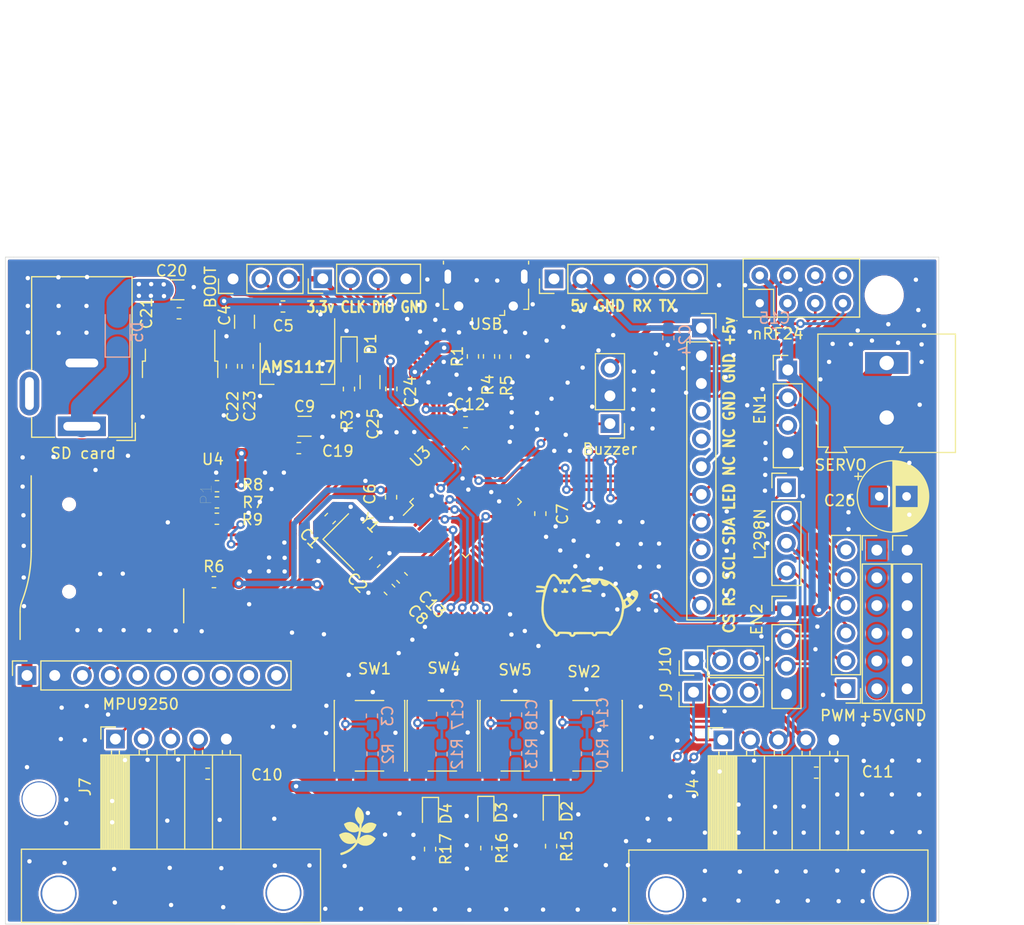
<source format=kicad_pcb>
(kicad_pcb (version 20200829) (generator pcbnew)
  (layers (0 "F.Cu" signal) (31 "B.Cu" signal) (34 "B.Paste" user) (35 "F.Paste" user) (36 "B.SilkS" user) (37 "F.SilkS" user) (38 "B.Mask" user) (39 "F.Mask" user) (44 "Edge.Cuts" user))
  (net 0 "")
  (net 1 "GND")
  (net 2 "Net-(C1-Pad1)")
  (net 3 "Net-(C2-Pad1)")
  (net 4 "NRST")
  (net 5 "+5V")
  (net 6 "+3V3")
  (net 7 "Button1")
  (net 8 "LCD_RST")
  (net 9 "Button3")
  (net 10 "Button2")
  (net 11 "Net-(D1-Pad2)")
  (net 12 "Net-(J1-Pad4)")
  (net 13 "Net-(J1-Pad3)")
  (net 14 "Net-(J1-Pad2)")
  (net 15 "BOOT0")
  (net 16 "Net-(J3-Pad10)")
  (net 17 "Net-(J3-Pad9)")
  (net 18 "Net-(J3-Pad8)")
  (net 19 "Net-(J3-Pad7)")
  (net 20 "Net-(J3-Pad6)")
  (net 21 "Net-(J3-Pad5)")
  (net 22 "IMU_SDA")
  (net 23 "IMU_SCL")
  (net 24 "Joystick2_x")
  (net 25 "Joystick2_y")
  (net 26 "Joystick2_SW")
  (net 27 "SWDIO")
  (net 28 "SWCLK")
  (net 29 "Net-(J6-Pad6)")
  (net 30 "UART1_TX")
  (net 31 "UART1_RX")
  (net 32 "Net-(J6-Pad1)")
  (net 33 "Joystick1_x")
  (net 34 "Joystick1_y")
  (net 35 "Joystick1_SW")
  (net 36 "LCD_CS")
  (net 37 "LCD_RS")
  (net 38 "MOSI")
  (net 39 "SCK")
  (net 40 "Net-(J8-Pad5)")
  (net 41 "Net-(J8-Pad4)")
  (net 42 "Net-(P1-Pad1)")
  (net 43 "SD_CSN")
  (net 44 "Net-(P1-Pad8)")
  (net 45 "Net-(P1-Pad9)")
  (net 46 "USB_D+")
  (net 47 "USB_D-")
  (net 48 "IRQ")
  (net 49 "nRF24_MISO")
  (net 50 "Encoder2A")
  (net 51 "Encoder2B")
  (net 52 "PWM2")
  (net 53 "PWM1")
  (net 54 "Encoder1B")
  (net 55 "Encoder1A")
  (net 56 "Net-(D2-Pad2)")
  (net 57 "Net-(D3-Pad2)")
  (net 58 "Net-(D4-Pad2)")
  (net 59 "LED2")
  (net 60 "LED3")
  (net 61 "LED1")
  (net 62 "PA6")
  (net 63 "PA7")
  (net 64 "+5VP")
  (net 65 "+12V")
  (net 66 "SD_MOSI")
  (net 67 "SD_SCK")
  (net 68 "SD_MISO")
  (net 69 "Net-(U3-Pad42)")
  (net 70 "Buzzer")
  (net 71 "OSC2")
  (net 72 "OSC1")
  (net 73 "Net-(C20-Pad1)")
  (module "Capacitor_SMD:C_0603_1608Metric_Pad1.05x0.95mm_HandSolder" (layer "F.Cu") (at 122.425 64.525)
    (fp_text reference "C5" (at 0.025 1.775) (layer "F.SilkS"))
    (fp_text value "C")
    (pad "1" smd roundrect (at -0.875 0) (size 1.05 0.95) (layers "F.Cu" "F.Paste" "F.Mask") (net 5 "+5V"))
    (pad "2" smd roundrect (at 0.875 0) (size 1.05 0.95) (layers "F.Cu" "F.Paste" "F.Mask") (net 1 "GND"))
  )
  (module "Capacitor_SMD:C_0603_1608Metric_Pad1.05x0.95mm_HandSolder" (layer "F.Cu") (at 132.325 82 -90)
    (fp_text reference "C6" (at -0.3 1.95 90) (layer "F.SilkS"))
    (fp_text value "100n")
    (pad "1" smd roundrect (at -0.875 0 270) (size 1.05 0.95) (layers "F.Cu" "F.Paste" "F.Mask") (net 6 "+3V3"))
    (pad "2" smd roundrect (at 0.875 0 270) (size 1.05 0.95) (layers "F.Cu" "F.Paste" "F.Mask") (net 1 "GND"))
  )
  (module "Capacitor_SMD:C_0603_1608Metric_Pad1.05x0.95mm_HandSolder" (layer "F.Cu") (at 146 83.5 -90)
    (fp_text reference "C7" (at 0.05 -2.025 90) (layer "F.SilkS"))
    (fp_text value "C")
    (pad "1" smd roundrect (at -0.875 0 270) (size 1.05 0.95) (layers "F.Cu" "F.Paste" "F.Mask") (net 6 "+3V3"))
    (pad "2" smd roundrect (at 0.875 0 270) (size 1.05 0.95) (layers "F.Cu" "F.Paste" "F.Mask") (net 1 "GND"))
  )
  (module "Capacitor_SMD:C_0603_1608Metric_Pad1.05x0.95mm_HandSolder" (layer "F.Cu") (at 132.181282 90.456282 135)
    (fp_text reference "C8" (at -3.455939 0.212132 135) (layer "F.SilkS"))
    (fp_text value "100n")
    (pad "1" smd roundrect (at -0.875 0 135) (size 1.05 0.95) (layers "F.Cu" "F.Paste" "F.Mask") (net 6 "+3V3"))
    (pad "2" smd roundrect (at 0.875 0 135) (size 1.05 0.95) (layers "F.Cu" "F.Paste" "F.Mask") (net 1 "GND"))
  )
  (module "Capacitor_SMD:C_1206_3216Metric" (layer "F.Cu") (at 124.4 75.5)
    (fp_text reference "C9" (at 0 -1.82) (layer "F.SilkS"))
    (fp_text value "CP")
    (pad "1" smd roundrect (at -1.4 0) (size 1.25 1.75) (layers "F.Cu" "F.Paste" "F.Mask") (roundrect_rratio 0.2) (net 6 "+3V3"))
    (pad "2" smd roundrect (at 1.4 0) (size 1.25 1.75) (layers "F.Cu" "F.Paste" "F.Mask") (roundrect_rratio 0.2) (net 1 "GND"))
  )
  (module "Capacitor_SMD:C_0603_1608Metric_Pad1.05x0.95mm_HandSolder" (layer "F.Cu") (at 115.525 107.325)
    (fp_text reference "C10" (at 5.425 0.1) (layer "F.SilkS"))
    (fp_text value "100n")
    (pad "1" smd roundrect (at -0.875 0) (size 1.05 0.95) (layers "F.Cu" "F.Paste" "F.Mask") (net 6 "+3V3"))
    (pad "2" smd roundrect (at 0.875 0) (size 1.05 0.95) (layers "F.Cu" "F.Paste" "F.Mask") (net 1 "GND"))
  )
  (module "Capacitor_SMD:C_0603_1608Metric_Pad1.05x0.95mm_HandSolder" (layer "F.Cu") (at 171.275 107.225)
    (fp_text reference "C11" (at 5.625 -0.075) (layer "F.SilkS"))
    (fp_text value "100n")
    (pad "1" smd roundrect (at -0.875 0) (size 1.05 0.95) (layers "F.Cu" "F.Paste" "F.Mask") (net 6 "+3V3"))
    (pad "2" smd roundrect (at 0.875 0) (size 1.05 0.95) (layers "F.Cu" "F.Paste" "F.Mask") (net 1 "GND"))
  )
  (module "Capacitor_SMD:C_0603_1608Metric_Pad1.05x0.95mm_HandSolder" (layer "F.Cu") (at 139.15 75.12)
    (fp_text reference "C12" (at 0.35 -1.62) (layer "F.SilkS"))
    (fp_text value "C")
    (pad "1" smd roundrect (at -0.875 0) (size 1.05 0.95) (layers "F.Cu" "F.Paste" "F.Mask") (net 6 "+3V3"))
    (pad "2" smd roundrect (at 0.875 0) (size 1.05 0.95) (layers "F.Cu" "F.Paste" "F.Mask") (net 1 "GND"))
  )
  (module "Capacitor_SMD:C_0603_1608Metric_Pad1.05x0.95mm_HandSolder" (layer "F.Cu") (at 133.331282 89.381282 135)
    (fp_text reference "C13" (at -3.650394 0.22981 135) (layer "F.SilkS"))
    (fp_text value "C")
    (pad "1" smd roundrect (at -0.875 0 135) (size 1.05 0.95) (layers "F.Cu" "F.Paste" "F.Mask") (net 6 "+3V3"))
    (pad "2" smd roundrect (at 0.875 0 135) (size 1.05 0.95) (layers "F.Cu" "F.Paste" "F.Mask") (net 1 "GND"))
  )
  (module "LED_SMD:LED_0603_1608Metric" (layer "F.Cu") (at 128.479999 68.795001 -90)
    (fp_text reference "D1" (at -0.820001 -1.970001 90) (layer "F.SilkS"))
    (fp_text value "LED")
    (pad "1" smd roundrect (at -0.7875 0 270) (size 0.875 0.95) (layers "F.Cu" "F.Paste" "F.Mask") (net 1 "GND"))
    (pad "2" smd roundrect (at 0.7875 0 270) (size 0.875 0.95) (layers "F.Cu" "F.Paste" "F.Mask") (net 11 "Net-(D1-Pad2)"))
  )
  (module "Connector_PinHeader_2.54mm:PinHeader_1x03_P2.54mm_Vertical" (layer "F.Cu") (at 117.85 62 90)
    (fp_text reference "BOOT" (at -0.75 -2.075 90) (layer "F.SilkS"))
    (fp_text value "Boot")
    (pad "1" thru_hole rect (at 0 0 90) (size 1.7 1.7) (drill 1) (layers *.Cu *.Mask) (net 1 "GND"))
    (pad "2" thru_hole oval (at 0 2.54 90) (size 1.7 1.7) (drill 1) (layers *.Cu *.Mask) (net 15 "BOOT0"))
    (pad "3" thru_hole oval (at 0 5.08 90) (size 1.7 1.7) (drill 1) (layers *.Cu *.Mask) (net 6 "+3V3"))
  )
  (module "Connector_PinSocket_2.54mm:PinSocket_1x10_P2.54mm_Vertical" (layer "F.Cu") (at 98.975 98.325 90)
    (fp_text reference "MPU9250" (at -2.625 10.425 180) (layer "F.SilkS"))
    (fp_text value "IMU")
    (pad "1" thru_hole rect (at 0 0 90) (size 1.7 1.7) (drill 1) (layers *.Cu *.Mask) (net 6 "+3V3"))
    (pad "2" thru_hole oval (at 0 2.54 90) (size 1.7 1.7) (drill 1) (layers *.Cu *.Mask) (net 1 "GND"))
    (pad "3" thru_hole oval (at 0 5.08 90) (size 1.7 1.7) (drill 1) (layers *.Cu *.Mask) (net 23 "IMU_SCL"))
    (pad "4" thru_hole oval (at 0 7.62 90) (size 1.7 1.7) (drill 1) (layers *.Cu *.Mask) (net 22 "IMU_SDA"))
    (pad "5" thru_hole oval (at 0 10.16 90) (size 1.7 1.7) (drill 1) (layers *.Cu *.Mask) (net 21 "Net-(J3-Pad5)"))
    (pad "6" thru_hole oval (at 0 12.7 90) (size 1.7 1.7) (drill 1) (layers *.Cu *.Mask) (net 20 "Net-(J3-Pad6)"))
    (pad "7" thru_hole oval (at 0 15.24 90) (size 1.7 1.7) (drill 1) (layers *.Cu *.Mask) (net 19 "Net-(J3-Pad7)"))
    (pad "8" thru_hole oval (at 0 17.78 90) (size 1.7 1.7) (drill 1) (layers *.Cu *.Mask) (net 18 "Net-(J3-Pad8)"))
    (pad "9" thru_hole oval (at 0 20.32 90) (size 1.7 1.7) (drill 1) (layers *.Cu *.Mask) (net 17 "Net-(J3-Pad9)"))
    (pad "10" thru_hole oval (at 0 22.86 90) (size 1.7 1.7) (drill 1) (layers *.Cu *.Mask) (net 16 "Net-(J3-Pad10)"))
    (pad "11" thru_hole circle (at -11.3 1.1 90) (size 3.2 3.2) (drill 3) (layers *.Cu *.Mask))
  )
  (module "C21_lib:PinSocket_1x05_P2.54mm_Horizontal" (layer "F.Cu") (at 162.715 104.225 90)
    (fp_text reference "J4" (at -4.38 -2.77 90) (layer "F.SilkS"))
    (fp_text value "Joy 2")
    (pad "1" thru_hole rect (at 0 0 90) (size 1.7 1.7) (drill 1) (layers *.Cu *.Mask) (net 24 "Joystick2_x"))
    (pad "2" thru_hole oval (at 0 2.54 90) (size 1.7 1.7) (drill 1) (layers *.Cu *.Mask) (net 25 "Joystick2_y"))
    (pad "3" thru_hole oval (at 0 5.08 90) (size 1.7 1.7) (drill 1) (layers *.Cu *.Mask) (net 26 "Joystick2_SW"))
    (pad "4" thru_hole oval (at 0 7.62 90) (size 1.7 1.7) (drill 1) (layers *.Cu *.Mask) (net 6 "+3V3"))
    (pad "5" thru_hole oval (at 0 10.16 90) (size 1.7 1.7) (drill 1) (layers *.Cu *.Mask) (net 1 "GND"))
    (pad "6" thru_hole circle (at -14.15 -5.2 90) (size 3.3 3.3) (drill 3) (layers *.Cu *.Mask))
    (pad "7" thru_hole circle (at -14.09 15.39 90) (size 3.3 3.3) (drill 3) (layers *.Cu *.Mask))
  )
  (module "Connector_PinHeader_2.54mm:PinHeader_1x04_P2.54mm_Vertical" (layer "F.Cu") (at 126.07 61.99 90)
    (fp_text reference "3.3v CLK DIO GND" (at -2.585 4.055 180) (layer "F.SilkS") (effects (font (size 1 0.8) (thickness 0.2))))
    (fp_text value "Debug")
    (pad "1" thru_hole rect (at 0 0 90) (size 1.7 1.7) (drill 1) (layers *.Cu *.Mask) (net 6 "+3V3"))
    (pad "2" thru_hole oval (at 0 2.54 90) (size 1.7 1.7) (drill 1) (layers *.Cu *.Mask) (net 28 "SWCLK"))
    (pad "3" thru_hole oval (at 0 5.08 90) (size 1.7 1.7) (drill 1) (layers *.Cu *.Mask) (net 27 "SWDIO"))
    (pad "4" thru_hole oval (at 0 7.62 90) (size 1.7 1.7) (drill 1) (layers *.Cu *.Mask) (net 1 "GND"))
  )
  (module "Connector_PinHeader_2.54mm:PinHeader_1x06_P2.54mm_Vertical" (layer "F.Cu") (at 147.25 62 90)
    (fp_text reference "5v GND RX TX" (at -2.475 6.35 180) (layer "F.SilkS") (effects (font (size 1 0.9) (thickness 0.2))))
    (fp_text value "Conn_01x06_Male")
    (pad "1" thru_hole rect (at 0 0 90) (size 1.7 1.7) (drill 1) (layers *.Cu *.Mask) (net 32 "Net-(J6-Pad1)"))
    (pad "2" thru_hole oval (at 0 2.54 90) (size 1.7 1.7) (drill 1) (layers *.Cu *.Mask) (net 5 "+5V"))
    (pad "3" thru_hole oval (at 0 5.08 90) (size 1.7 1.7) (drill 1) (layers *.Cu *.Mask) (net 1 "GND"))
    (pad "4" thru_hole oval (at 0 7.62 90) (size 1.7 1.7) (drill 1) (layers *.Cu *.Mask) (net 31 "UART1_RX"))
    (pad "5" thru_hole oval (at 0 10.16 90) (size 1.7 1.7) (drill 1) (layers *.Cu *.Mask) (net 30 "UART1_TX"))
    (pad "6" thru_hole oval (at 0 12.7 90) (size 1.7 1.7) (drill 1) (layers *.Cu *.Mask) (net 29 "Net-(J6-Pad6)"))
  )
  (module "C21_lib:PinSocket_1x05_P2.54mm_Horizontal" (layer "F.Cu") (at 107.075 104.15 90)
    (fp_text reference "J7" (at -4.38 -2.77 90) (layer "F.SilkS"))
    (fp_text value "Joy 1 ")
    (pad "1" thru_hole rect (at 0 0 90) (size 1.7 1.7) (drill 1) (layers *.Cu *.Mask) (net 33 "Joystick1_x"))
    (pad "2" thru_hole oval (at 0 2.54 90) (size 1.7 1.7) (drill 1) (layers *.Cu *.Mask) (net 34 "Joystick1_y"))
    (pad "3" thru_hole oval (at 0 5.08 90) (size 1.7 1.7) (drill 1) (layers *.Cu *.Mask) (net 35 "Joystick1_SW"))
    (pad "4" thru_hole oval (at 0 7.62 90) (size 1.7 1.7) (drill 1) (layers *.Cu *.Mask) (net 6 "+3V3"))
    (pad "5" thru_hole oval (at 0 10.16 90) (size 1.7 1.7) (drill 1) (layers *.Cu *.Mask) (net 1 "GND"))
    (pad "6" thru_hole circle (at -14.15 -5.2 90) (size 3.3 3.3) (drill 3) (layers *.Cu *.Mask))
    (pad "7" thru_hole circle (at -14.09 15.39 90) (size 3.3 3.3) (drill 3) (layers *.Cu *.Mask))
  )
  (module "Connector_PinSocket_2.54mm:PinSocket_1x11_P2.54mm_Vertical" (layer "F.Cu") (at 160.75 66.5)
    (fp_text reference "CS RS SCL SDA LED NC NC GND GND +5v     " (at 2.55 11.75 270) (layer "F.SilkS") (effects (font (size 1 0.9) (thickness 0.2))))
    (fp_text value "LCD")
    (pad "1" thru_hole rect (at 0 0) (size 1.7 1.7) (drill 1) (layers *.Cu *.Mask) (net 5 "+5V"))
    (pad "2" thru_hole oval (at 0 2.54) (size 1.7 1.7) (drill 1) (layers *.Cu *.Mask) (net 1 "GND"))
    (pad "3" thru_hole oval (at 0 5.08) (size 1.7 1.7) (drill 1) (layers *.Cu *.Mask) (net 1 "GND"))
    (pad "4" thru_hole oval (at 0 7.62) (size 1.7 1.7) (drill 1) (layers *.Cu *.Mask) (net 41 "Net-(J8-Pad4)"))
    (pad "5" thru_hole oval (at 0 10.16) (size 1.7 1.7) (drill 1) (layers *.Cu *.Mask) (net 40 "Net-(J8-Pad5)"))
    (pad "6" thru_hole oval (at 0 12.7) (size 1.7 1.7) (drill 1) (layers *.Cu *.Mask) (net 5 "+5V"))
    (pad "7" thru_hole oval (at 0 15.24) (size 1.7 1.7) (drill 1) (layers *.Cu *.Mask) (net 39 "SCK"))
    (pad "8" thru_hole oval (at 0 17.78) (size 1.7 1.7) (drill 1) (layers *.Cu *.Mask) (net 38 "MOSI"))
    (pad "9" thru_hole oval (at 0 20.32) (size 1.7 1.7) (drill 1) (layers *.Cu *.Mask) (net 37 "LCD_RS"))
    (pad "10" thru_hole oval (at 0 22.86) (size 1.7 1.7) (drill 1) (layers *.Cu *.Mask) (net 8 "LCD_RST"))
    (pad "11" thru_hole oval (at 0 25.4) (size 1.7 1.7) (drill 1) (layers *.Cu *.Mask) (net 36 "LCD_CS"))
  )
  (module "C21_lib:SUNTECH_ST-TF-003A" (layer "F.Cu") (at 108 86.325 -90)
    (fp_text reference "P1" (at -4.57732 -7.38873 90) (layer "F.SilkS") (effects (font (size 1.000504 1.000504) (thickness 0.015))))
    (fp_text value "ST-TF-003A")
    (pad "1" smd rect (at 3.52 -5.33 270) (size 0.7 1.6) (layers "F.Cu" "F.Paste" "F.Mask") (net 42 "Net-(P1-Pad1)"))
    (pad "2" smd rect (at 2.42 -5.33 270) (size 0.7 1.6) (layers "F.Cu" "F.Paste" "F.Mask") (net 43 "SD_CSN"))
    (pad "3" smd rect (at 1.32 -5.33 270) (size 0.7 1.6) (layers "F.Cu" "F.Paste" "F.Mask") (net 66 "SD_MOSI"))
    (pad "4" smd rect (at 0.22 -5.33 270) (size 0.7 1.6) (layers "F.Cu" "F.Paste" "F.Mask") (net 6 "+3V3"))
    (pad "5" smd rect (at -0.88 -5.33 270) (size 0.7 1.6) (layers "F.Cu" "F.Paste" "F.Mask") (net 67 "SD_SCK"))
    (pad "6" smd rect (at -1.98 -5.33 270) (size 0.7 1.6) (layers "F.Cu" "F.Paste" "F.Mask") (net 1 "GND"))
    (pad "7" smd rect (at -3.08 -5.33 270) (size 0.7 1.6) (layers "F.Cu" "F.Paste" "F.Mask") (net 68 "SD_MISO"))
    (pad "8" smd rect (at -4.18 -5.33 270) (size 0.7 1.6) (layers "F.Cu" "F.Paste" "F.Mask") (net 44 "Net-(P1-Pad8)"))
    (pad "9" smd rect (at -5.28 -5.33 270) (size 0.7 1.6) (layers "F.Cu" "F.Paste" "F.Mask") (net 45 "Net-(P1-Pad9)"))
    (pad "G1" smd rect (at -6.58 -4.73 270) (size 1.4 1.6) (layers "F.Cu" "F.Paste" "F.Mask") (net 1 "GND"))
    (pad "G2" smd rect (at -6.58 4.77 270) (size 1.4 2.2) (layers "F.Cu" "F.Paste" "F.Mask") (net 1 "GND"))
    (pad "G3" smd rect (at 9.12 4.77 270) (size 1.4 2.2) (layers "F.Cu" "F.Paste" "F.Mask") (net 1 "GND"))
    (pad "G4" smd rect (at 8.22 -4.83 270) (size 1.8 1.4) (layers "F.Cu" "F.Paste" "F.Mask") (net 1 "GND"))
    (pad "None" np_thru_hole circle (at -3.68 5.17 270) (size 0.9 0.9) (drill 0.9) (layers *.Cu *.Mask))
    (pad "None" np_thru_hole circle (at 4.32 5.17 270) (size 0.9 0.9) (drill 0.9) (layers *.Cu *.Mask))
  )
  (module "Resistor_SMD:R_0603_1608Metric" (layer "F.Cu") (at 139.825 69.1 90)
    (fp_text reference "R1" (at 0 -1.43 90) (layer "F.SilkS"))
    (fp_text value "1.5k")
    (pad "1" smd roundrect (at -0.7875 0 90) (size 0.875 0.95) (layers "F.Cu" "F.Paste" "F.Mask") (net 46 "USB_D+"))
    (pad "2" smd roundrect (at 0.7875 0 90) (size 0.875 0.95) (layers "F.Cu" "F.Paste" "F.Mask") (net 6 "+3V3"))
  )
  (module "Resistor_SMD:R_0603_1608Metric_Pad1.05x0.95mm_HandSolder" (layer "F.Cu") (at 128.47 72.085 -90)
    (fp_text reference "R3" (at 2.84 0.17 90) (layer "F.SilkS"))
    (fp_text value "R")
    (pad "1" smd roundrect (at -0.875 0 270) (size 1.05 0.95) (layers "F.Cu" "F.Paste" "F.Mask") (net 11 "Net-(D1-Pad2)"))
    (pad "2" smd roundrect (at 0.875 0 270) (size 1.05 0.95) (layers "F.Cu" "F.Paste" "F.Mask") (net 6 "+3V3"))
  )
  (module "Resistor_SMD:R_0603_1608Metric" (layer "F.Cu") (at 141.3 69.1 90)
    (fp_text reference "R4" (at -2.6 -0.1 90) (layer "F.SilkS"))
    (fp_text value "22R")
    (pad "1" smd roundrect (at -0.7875 0 90) (size 0.875 0.95) (layers "F.Cu" "F.Paste" "F.Mask") (net 46 "USB_D+"))
    (pad "2" smd roundrect (at 0.7875 0 90) (size 0.875 0.95) (layers "F.Cu" "F.Paste" "F.Mask") (net 13 "Net-(J1-Pad3)"))
  )
  (module "Resistor_SMD:R_0603_1608Metric" (layer "F.Cu") (at 142.775 69.125 90)
    (fp_text reference "R5" (at -2.65 0.125 90) (layer "F.SilkS"))
    (fp_text value "22R")
    (pad "1" smd roundrect (at -0.7875 0 90) (size 0.875 0.95) (layers "F.Cu" "F.Paste" "F.Mask") (net 47 "USB_D-"))
    (pad "2" smd roundrect (at 0.7875 0 90) (size 0.875 0.95) (layers "F.Cu" "F.Paste" "F.Mask") (net 14 "Net-(J1-Pad2)"))
  )
  (module "Resistor_SMD:R_0603_1608Metric" (layer "F.Cu") (at 116.1 89.775)
    (fp_text reference "R6" (at 0 -1.43) (layer "F.SilkS"))
    (fp_text value "10k")
    (pad "1" smd roundrect (at -0.7875 0) (size 0.875 0.95) (layers "F.Cu" "F.Paste" "F.Mask") (net 42 "Net-(P1-Pad1)"))
    (pad "2" smd roundrect (at 0.7875 0) (size 0.875 0.95) (layers "F.Cu" "F.Paste" "F.Mask") (net 6 "+3V3"))
  )
  (module "Resistor_SMD:R_0603_1608Metric" (layer "F.Cu") (at 116.375 82.475)
    (fp_text reference "R7" (at 3.3 0) (layer "F.SilkS"))
    (fp_text value "10k")
    (pad "1" smd roundrect (at -0.7875 0) (size 0.875 0.95) (layers "F.Cu" "F.Paste" "F.Mask") (net 44 "Net-(P1-Pad8)"))
    (pad "2" smd roundrect (at 0.7875 0) (size 0.875 0.95) (layers "F.Cu" "F.Paste" "F.Mask") (net 6 "+3V3"))
  )
  (module "Resistor_SMD:R_0603_1608Metric" (layer "F.Cu") (at 116.38 80.985)
    (fp_text reference "R8" (at 3.27 -0.135) (layer "F.SilkS"))
    (fp_text value "10k")
    (pad "1" smd roundrect (at -0.7875 0) (size 0.875 0.95) (layers "F.Cu" "F.Paste" "F.Mask") (net 45 "Net-(P1-Pad9)"))
    (pad "2" smd roundrect (at 0.7875 0) (size 0.875 0.95) (layers "F.Cu" "F.Paste" "F.Mask") (net 6 "+3V3"))
  )
  (module "Resistor_SMD:R_0603_1608Metric" (layer "F.Cu") (at 116.37 83.97)
    (fp_text reference "R9" (at 3.255 0.08) (layer "F.SilkS"))
    (fp_text value "10k")
    (pad "1" smd roundrect (at -0.7875 0) (size 0.875 0.95) (layers "F.Cu" "F.Paste" "F.Mask") (net 68 "SD_MISO"))
    (pad "2" smd roundrect (at 0.7875 0) (size 0.875 0.95) (layers "F.Cu" "F.Paste" "F.Mask") (net 6 "+3V3"))
  )
  (module "Button_Switch_SMD:SW_Push_1P1T_NO_6x6mm_H9.5mm" (layer "F.Cu") (at 130.35 103.85 -90)
    (fp_text reference "SW1" (at -6.14 -0.46 180) (layer "F.SilkS"))
    (fp_text value "SW_Push")
    (pad "1" smd rect (at -3.975 -2.25 270) (size 1.55 1.3) (layers "F.Cu" "F.Paste" "F.Mask") (net 1 "GND"))
    (pad "1" smd rect (at 3.975 -2.25 270) (size 1.55 1.3) (layers "F.Cu" "F.Paste" "F.Mask") (net 1 "GND"))
    (pad "2" smd rect (at 3.975 2.25 270) (size 1.55 1.3) (layers "F.Cu" "F.Paste" "F.Mask") (net 4 "NRST"))
    (pad "2" smd rect (at -3.975 2.25 270) (size 1.55 1.3) (layers "F.Cu" "F.Paste" "F.Mask") (net 4 "NRST"))
  )
  (module "Button_Switch_SMD:SW_Push_1P1T_NO_6x6mm_H9.5mm" (layer "F.Cu") (at 150.275 103.85 -90)
    (fp_text reference "SW2" (at -5.875 0.275) (layer "F.SilkS"))
    (fp_text value "SW_Push")
    (pad "1" smd rect (at 3.975 -2.25 270) (size 1.55 1.3) (layers "F.Cu" "F.Paste" "F.Mask") (net 1 "GND"))
    (pad "1" smd rect (at -3.975 -2.25 270) (size 1.55 1.3) (layers "F.Cu" "F.Paste" "F.Mask") (net 1 "GND"))
    (pad "2" smd rect (at -3.975 2.25 270) (size 1.55 1.3) (layers "F.Cu" "F.Paste" "F.Mask") (net 7 "Button1"))
    (pad "2" smd rect (at 3.975 2.25 270) (size 1.55 1.3) (layers "F.Cu" "F.Paste" "F.Mask") (net 7 "Button1"))
  )
  (module "Button_Switch_SMD:SW_Push_1P1T_NO_6x6mm_H9.5mm" (layer "F.Cu") (at 137.025 103.85 -90)
    (fp_text reference "SW4" (at -6.2 -0.15 180) (layer "F.SilkS"))
    (fp_text value "SW_Push")
    (pad "1" smd rect (at -3.975 -2.25 270) (size 1.55 1.3) (layers "F.Cu" "F.Paste" "F.Mask") (net 1 "GND"))
    (pad "1" smd rect (at 3.975 -2.25 270) (size 1.55 1.3) (layers "F.Cu" "F.Paste" "F.Mask") (net 1 "GND"))
    (pad "2" smd rect (at -3.975 2.25 270) (size 1.55 1.3) (layers "F.Cu" "F.Paste" "F.Mask") (net 9 "Button3"))
    (pad "2" smd rect (at 3.975 2.25 270) (size 1.55 1.3) (layers "F.Cu" "F.Paste" "F.Mask") (net 9 "Button3"))
  )
  (module "Button_Switch_SMD:SW_Push_1P1T_NO_6x6mm_H9.5mm" (layer "F.Cu") (at 143.7 103.85 -90)
    (fp_text reference "SW5" (at -6.04 0.01 180) (layer "F.SilkS"))
    (fp_text value "SW_Push")
    (pad "1" smd rect (at 3.975 -2.25 270) (size 1.55 1.3) (layers "F.Cu" "F.Paste" "F.Mask") (net 1 "GND"))
    (pad "1" smd rect (at -3.975 -2.25 270) (size 1.55 1.3) (layers "F.Cu" "F.Paste" "F.Mask") (net 1 "GND"))
    (pad "2" smd rect (at 3.975 2.25 270) (size 1.55 1.3) (layers "F.Cu" "F.Paste" "F.Mask") (net 10 "Button2"))
    (pad "2" smd rect (at -3.975 2.25 270) (size 1.55 1.3) (layers "F.Cu" "F.Paste" "F.Mask") (net 10 "Button2"))
  )
  (module "Package_TO_SOT_SMD:SOT-223-3_TabPin2" (layer "F.Cu") (at 123.75 69.75 -90)
    (fp_text reference "AMS1117" (at 0.325 -0.075) (layer "F.SilkS") (effects (font (thickness 0.2))))
    (fp_text value "AMS1117-3.3")
    (pad "1" smd rect (at -3.15 -2.3 270) (size 2 1.5) (layers "F.Cu" "F.Paste" "F.Mask") (net 1 "GND"))
    (pad "2" smd rect (at -3.15 0 270) (size 2 1.5) (layers "F.Cu" "F.Paste" "F.Mask") (net 6 "+3V3"))
    (pad "2" smd rect (at 3.15 0 270) (size 2 3.8) (layers "F.Cu" "F.Paste" "F.Mask") (net 6 "+3V3"))
    (pad "3" smd rect (at -3.15 2.3 270) (size 2 1.5) (layers "F.Cu" "F.Paste" "F.Mask") (net 5 "+5V"))
  )
  (module "RF_Module:nRF24L01_Breakout" (layer "F.Cu") (at 166.1 64.225 90)
    (fp_text reference "nRF24" (at -2.8 1.675) (layer "F.SilkS"))
    (fp_text value "NRF24L01_Breakout")
    (pad "1" thru_hole rect (at 0 0 90) (size 1.524 1.524) (drill 0.762) (layers *.Cu *.Mask) (net 1 "GND"))
    (pad "2" thru_hole circle (at 2.54 0 90) (size 1.524 1.524) (drill 0.762) (layers *.Cu *.Mask) (net 6 "+3V3"))
    (pad "3" thru_hole circle (at 0 2.54 90) (size 1.524 1.524) (drill 0.762) (layers *.Cu *.Mask) (net 37 "LCD_RS"))
    (pad "4" thru_hole circle (at 2.54 2.54 90) (size 1.524 1.524) (drill 0.762) (layers *.Cu *.Mask) (net 36 "LCD_CS"))
    (pad "5" thru_hole circle (at 0 5.08 90) (size 1.524 1.524) (drill 0.762) (layers *.Cu *.Mask) (net 39 "SCK"))
    (pad "6" thru_hole circle (at 2.54 5.08 90) (size 1.524 1.524) (drill 0.762) (layers *.Cu *.Mask) (net 38 "MOSI"))
    (pad "7" thru_hole circle (at 0 7.62 90) (size 1.524 1.524) (drill 0.762) (layers *.Cu *.Mask) (net 49 "nRF24_MISO"))
    (pad "8" thru_hole circle (at 2.54 7.62 90) (size 1.524 1.524) (drill 0.762) (layers *.Cu *.Mask) (net 48 "IRQ"))
  )
  (module "Package_QFP:LQFP-48_7x7mm_P0.5mm" (layer "F.Cu") (at 139.15 82.425 45)
    (fp_text reference "U3" (at 0 -5.85 45) (layer "F.SilkS"))
    (fp_text value "STM32F103C8Tx")
    (pad "1" smd roundrect (at -4.1625 -2.75 45) (size 1.475 0.3) (layers "F.Cu" "F.Paste" "F.Mask") (net 6 "+3V3"))
    (pad "2" smd roundrect (at -4.1625 -2.25 45) (size 1.475 0.3) (layers "F.Cu" "F.Paste" "F.Mask") (net 7 "Button1"))
    (pad "3" smd roundrect (at -4.1625 -1.75 45) (size 1.475 0.3) (layers "F.Cu" "F.Paste" "F.Mask") (net 10 "Button2"))
    (pad "4" smd roundrect (at -4.1625 -1.25 45) (size 1.475 0.3) (layers "F.Cu" "F.Paste" "F.Mask") (net 9 "Button3"))
    (pad "5" smd roundrect (at -4.1625 -0.75 45) (size 1.475 0.3) (layers "F.Cu" "F.Paste" "F.Mask") (net 72 "OSC1"))
    (pad "6" smd roundrect (at -4.1625 -0.25 45) (size 1.475 0.3) (layers "F.Cu" "F.Paste" "F.Mask") (net 71 "OSC2"))
    (pad "7" smd roundrect (at -4.1625 0.25 45) (size 1.475 0.3) (layers "F.Cu" "F.Paste" "F.Mask") (net 4 "NRST"))
    (pad "8" smd roundrect (at -4.1625 0.75 45) (size 1.475 0.3) (layers "F.Cu" "F.Paste" "F.Mask") (net 1 "GND"))
    (pad "9" smd roundrect (at -4.1625 1.25 45) (size 1.475 0.3) (layers "F.Cu" "F.Paste" "F.Mask") (net 6 "+3V3"))
    (pad "10" smd roundrect (at -4.1625 1.75 45) (size 1.475 0.3) (layers "F.Cu" "F.Paste" "F.Mask") (net 33 "Joystick1_x"))
    (pad "11" smd roundrect (at -4.1625 2.25 45) (size 1.475 0.3) (layers "F.Cu" "F.Paste" "F.Mask") (net 34 "Joystick1_y"))
    (pad "12" smd roundrect (at -4.1625 2.75 45) (size 1.475 0.3) (layers "F.Cu" "F.Paste" "F.Mask") (net 35 "Joystick1_SW"))
    (pad "13" smd roundrect (at -2.75 4.1625 45) (size 0.3 1.475) (layers "F.Cu" "F.Paste" "F.Mask") (net 24 "Joystick2_x"))
    (pad "14" smd roundrect (at -2.25 4.1625 45) (size 0.3 1.475) (layers "F.Cu" "F.Paste" "F.Mask") (net 25 "Joystick2_y"))
    (pad "15" smd roundrect (at -1.75 4.1625 45) (size 0.3 1.475) (layers "F.Cu" "F.Paste" "F.Mask") (net 26 "Joystick2_SW"))
    (pad "16" smd roundrect (at -1.25 4.1625 45) (size 0.3 1.475) (layers "F.Cu" "F.Paste" "F.Mask") (net 62 "PA6"))
    (pad "17" smd roundrect (at -0.75 4.1625 45) (size 0.3 1.475) (layers "F.Cu" "F.Paste" "F.Mask") (net 63 "PA7"))
    (pad "18" smd roundrect (at -0.25 4.1625 45) (size 0.3 1.475) (layers "F.Cu" "F.Paste" "F.Mask") (net 53 "PWM1"))
    (pad "19" smd roundrect (at 0.25 4.1625 45) (size 0.3 1.475) (layers "F.Cu" "F.Paste" "F.Mask") (net 52 "PWM2"))
    (pad "20" smd roundrect (at 0.75 4.1625 45) (size 0.3 1.475) (layers "F.Cu" "F.Paste" "F.Mask") (net 61 "LED1"))
    (pad "21" smd roundrect (at 1.25 4.1625 45) (size 0.3 1.475) (layers "F.Cu" "F.Paste" "F.Mask") (net 51 "Encoder2B"))
    (pad "22" smd roundrect (at 1.75 4.1625 45) (size 0.3 1.475) (layers "F.Cu" "F.Paste" "F.Mask") (net 50 "Encoder2A"))
    (pad "23" smd roundrect (at 2.25 4.1625 45) (size 0.3 1.475) (layers "F.Cu" "F.Paste" "F.Mask") (net 1 "GND"))
    (pad "24" smd roundrect (at 2.75 4.1625 45) (size 0.3 1.475) (layers "F.Cu" "F.Paste" "F.Mask") (net 6 "+3V3"))
    (pad "25" smd roundrect (at 4.1625 2.75 45) (size 1.475 0.3) (layers "F.Cu" "F.Paste" "F.Mask") (net 36 "LCD_CS"))
    (pad "26" smd roundrect (at 4.1625 2.25 45) (size 1.475 0.3) (layers "F.Cu" "F.Paste" "F.Mask") (net 39 "SCK"))
    (pad "27" smd roundrect (at 4.1625 1.75 45) (size 1.475 0.3) (layers "F.Cu" "F.Paste" "F.Mask") (net 49 "nRF24_MISO"))
    (pad "28" smd roundrect (at 4.1625 1.25 45) (size 1.475 0.3) (layers "F.Cu" "F.Paste" "F.Mask") (net 38 "MOSI"))
    (pad "29" smd roundrect (at 4.1625 0.75 45) (size 1.475 0.3) (layers "F.Cu" "F.Paste" "F.Mask") (net 37 "LCD_RS"))
    (pad "30" smd roundrect (at 4.1625 0.25 45) (size 1.475 0.3) (layers "F.Cu" "F.Paste" "F.Mask") (net 30 "UART1_TX"))
    (pad "31" smd roundrect (at 4.1625 -0.25 45) (size 1.475 0.3) (layers "F.Cu" "F.Paste" "F.Mask") (net 31 "UART1_RX"))
    (pad "32" smd roundrect (at 4.1625 -0.75 45) (size 1.475 0.3) (layers "F.Cu" "F.Paste" "F.Mask") (net 47 "USB_D-"))
    (pad "33" smd roundrect (at 4.1625 -1.25 45) (size 1.475 0.3) (layers "F.Cu" "F.Paste" "F.Mask") (net 46 "USB_D+"))
    (pad "34" smd roundrect (at 4.1625 -1.75 45) (size 1.475 0.3) (layers "F.Cu" "F.Paste" "F.Mask") (net 27 "SWDIO"))
    (pad "35" smd roundrect (at 4.1625 -2.25 45) (size 1.475 0.3) (layers "F.Cu" "F.Paste" "F.Mask") (net 1 "GND"))
    (pad "36" smd roundrect (at 4.1625 -2.75 45) (size 1.475 0.3) (layers "F.Cu" "F.Paste" "F.Mask") (net 6 "+3V3"))
    (pad "37" smd roundrect (at 2.75 -4.1625 45) (size 0.3 1.475) (layers "F.Cu" "F.Paste" "F.Mask") (net 28 "SWCLK"))
    (pad "38" smd roundrect (at 2.25 -4.1625 45) (size 0.3 1.475) (layers "F.Cu" "F.Paste" "F.Mask") (net 70 "Buzzer"))
    (pad "39" smd roundrect (at 1.75 -4.1625 45) (size 0.3 1.475) (layers "F.Cu" "F.Paste" "F.Mask") (net 67 "SD_SCK"))
    (pad "40" smd roundrect (at 1.25 -4.1625 45) (size 0.3 1.475) (layers "F.Cu" "F.Paste" "F.Mask") (net 68 "SD_MISO"))
    (pad "41" smd roundrect (at 0.75 -4.1625 45) (size 0.3 1.475) (layers "F.Cu" "F.Paste" "F.Mask") (net 66 "SD_MOSI"))
    (pad "42" smd roundrect (at 0.25 -4.1625 45) (size 0.3 1.475) (layers "F.Cu" "F.Paste" "F.Mask") (net 69 "Net-(U3-Pad42)"))
    (pad "43" smd roundrect (at -0.25 -4.1625 45) (size 0.3 1.475) (layers "F.Cu" "F.Paste" "F.Mask") (net 43 "SD_CSN"))
    (pad "44" smd roundrect (at -0.75 -4.1625 45) (size 0.3 1.475) (layers "F.Cu" "F.Paste" "F.Mask") (net 15 "BOOT0"))
    (pad "45" smd roundrect (at -1.25 -4.1625 45) (size 0.3 1.475) (layers "F.Cu" "F.Paste" "F.Mask") (net 23 "IMU_SCL"))
    (pad "46" smd roundrect (at -1.75 -4.1625 45) (size 0.3 1.475) (layers "F.Cu" "F.Paste" "F.Mask") (net 22 "IMU_SDA"))
    (pad "47" smd roundrect (at -2.25 -4.1625 45) (size 0.3 1.475) (layers "F.Cu" "F.Paste" "F.Mask") (net 1 "GND"))
    (pad "48" smd roundrect (at -2.75 -4.1625 45) (size 0.3 1.475) (layers "F.Cu" "F.Paste" "F.Mask") (net 6 "+3V3"))
  )
  (module "Crystal:Crystal_SMD_3225-4Pin_3.2x2.5mm" (layer "F.Cu") (at 128.673223 86.096142 -45)
    (fp_text reference "Y1" (at 0 -2.45 135) (layer "F.SilkS"))
    (fp_text value "Crystal")
    (pad "1" smd rect (at -1.1 0.85 315) (size 1.4 1.2) (layers "F.Cu" "F.Paste" "F.Mask") (net 72 "OSC1"))
    (pad "2" smd rect (at 1.1 0.85 315) (size 1.4 1.2) (layers "F.Cu" "F.Paste" "F.Mask") (net 3 "Net-(C2-Pad1)"))
    (pad "3" smd rect (at 1.1 -0.85 315) (size 1.4 1.2) (layers "F.Cu" "F.Paste" "F.Mask") (net 71 "OSC2"))
    (pad "4" smd rect (at -1.1 -0.85 315) (size 1.4 1.2) (layers "F.Cu" "F.Paste" "F.Mask") (net 2 "Net-(C1-Pad1)"))
  )
  (module "Capacitor_SMD:C_0603_1608Metric_Pad1.05x0.95mm_HandSolder" (layer "F.Cu") (at 123.875 77.5)
    (fp_text reference "C19" (at 3.575 0.275) (layer "F.SilkS"))
    (fp_text value "C")
    (pad "1" smd roundrect (at -0.875 0) (size 1.05 0.95) (layers "F.Cu" "F.Paste" "F.Mask") (net 6 "+3V3"))
    (pad "2" smd roundrect (at 0.875 0) (size 1.05 0.95) (layers "F.Cu" "F.Paste" "F.Mask") (net 1 "GND"))
  )
  (module "LED_SMD:LED_0603_1608Metric" (layer "F.Cu") (at 147 110.785 -90)
    (fp_text reference "D2" (at 0 -1.43 90) (layer "F.SilkS"))
    (fp_text value "LED")
    (pad "1" smd roundrect (at -0.7875 0 270) (size 0.875 0.95) (layers "F.Cu" "F.Paste" "F.Mask") (net 1 "GND"))
    (pad "2" smd roundrect (at 0.7875 0 270) (size 0.875 0.95) (layers "F.Cu" "F.Paste" "F.Mask") (net 56 "Net-(D2-Pad2)"))
  )
  (module "LED_SMD:LED_0603_1608Metric" (layer "F.Cu") (at 141.01 110.885 -90)
    (fp_text reference "D3" (at 0 -1.43 90) (layer "F.SilkS"))
    (fp_text value "LED")
    (pad "1" smd roundrect (at -0.7875 0 270) (size 0.875 0.95) (layers "F.Cu" "F.Paste" "F.Mask") (net 1 "GND"))
    (pad "2" smd roundrect (at 0.7875 0 270) (size 0.875 0.95) (layers "F.Cu" "F.Paste" "F.Mask") (net 57 "Net-(D3-Pad2)"))
  )
  (module "LED_SMD:LED_0603_1608Metric" (layer "F.Cu") (at 135.935 110.985 -90)
    (fp_text reference "D4" (at 0 -1.43 90) (layer "F.SilkS"))
    (fp_text value "LED")
    (pad "1" smd roundrect (at -0.7875 0 270) (size 0.875 0.95) (layers "F.Cu" "F.Paste" "F.Mask") (net 1 "GND"))
    (pad "2" smd roundrect (at 0.7875 0 270) (size 0.875 0.95) (layers "F.Cu" "F.Paste" "F.Mask") (net 58 "Net-(D4-Pad2)"))
  )
  (module "Connector_PinHeader_2.54mm:PinHeader_1x03_P2.54mm_Vertical" (layer "F.Cu") (at 160.035 99.855 90)
    (fp_text reference "J9" (at 0.03 -2.51 90) (layer "F.SilkS"))
    (fp_text value "LED SW 1")
    (pad "1" thru_hole rect (at 0 0 90) (size 1.7 1.7) (drill 1) (layers *.Cu *.Mask) (net 59 "LED2"))
    (pad "2" thru_hole oval (at 0 2.54 90) (size 1.7 1.7) (drill 1) (layers *.Cu *.Mask) (net 62 "PA6"))
    (pad "3" thru_hole oval (at 0 5.08 90) (size 1.7 1.7) (drill 1) (layers *.Cu *.Mask) (net 55 "Encoder1A"))
  )
  (module "Connector_PinHeader_2.54mm:PinHeader_1x03_P2.54mm_Vertical" (layer "F.Cu") (at 160.05 96.975 90)
    (fp_text reference "J10" (at 0 -2.6 90) (layer "F.SilkS"))
    (fp_text value "LED SW 2")
    (pad "1" thru_hole rect (at 0 0 90) (size 1.7 1.7) (drill 1) (layers *.Cu *.Mask) (net 60 "LED3"))
    (pad "2" thru_hole oval (at 0 2.54 90) (size 1.7 1.7) (drill 1) (layers *.Cu *.Mask) (net 63 "PA7"))
    (pad "3" thru_hole oval (at 0 5.08 90) (size 1.7 1.7) (drill 1) (layers *.Cu *.Mask) (net 54 "Encoder1B"))
  )
  (module "Resistor_SMD:R_0603_1608Metric_Pad1.05x0.95mm_HandSolder" (layer "F.Cu") (at 146.985 113.965 -90)
    (fp_text reference "R15" (at 0 -1.43 90) (layer "F.SilkS"))
    (fp_text value "R")
    (pad "1" smd roundrect (at -0.875 0 270) (size 1.05 0.95) (layers "F.Cu" "F.Paste" "F.Mask") (net 56 "Net-(D2-Pad2)"))
    (pad "2" smd roundrect (at 0.875 0 270) (size 1.05 0.95) (layers "F.Cu" "F.Paste" "F.Mask") (net 61 "LED1"))
  )
  (module "Resistor_SMD:R_0603_1608Metric_Pad1.05x0.95mm_HandSolder" (layer "F.Cu") (at 141.05 114.135 -90)
    (fp_text reference "R16" (at 0 -1.43 90) (layer "F.SilkS"))
    (fp_text value "R")
    (pad "1" smd roundrect (at -0.875 0 270) (size 1.05 0.95) (layers "F.Cu" "F.Paste" "F.Mask") (net 57 "Net-(D3-Pad2)"))
    (pad "2" smd roundrect (at 0.875 0 270) (size 1.05 0.95) (layers "F.Cu" "F.Paste" "F.Mask") (net 59 "LED2"))
  )
  (module "Resistor_SMD:R_0603_1608Metric_Pad1.05x0.95mm_HandSolder" (layer "F.Cu") (at 135.9 114.235 -90)
    (fp_text reference "R17" (at 0 -1.43 90) (layer "F.SilkS"))
    (fp_text value "R")
    (pad "1" smd roundrect (at -0.875 0 270) (size 1.05 0.95) (layers "F.Cu" "F.Paste" "F.Mask") (net 58 "Net-(D4-Pad2)"))
    (pad "2" smd roundrect (at 0.875 0 270) (size 1.05 0.95) (layers "F.Cu" "F.Paste" "F.Mask") (net 60 "LED3"))
  )
  (module "Connector_PinHeader_2.54mm:PinHeader_1x04_P2.54mm_Vertical" (layer "F.Cu") (at 168.545 81.13)
    (fp_text reference "L298N" (at -2.42 4.245 90) (layer "F.SilkS"))
    (fp_text value "L298n Out")
    (pad "1" thru_hole rect (at 0 0) (size 1.7 1.7) (drill 1) (layers *.Cu *.Mask) (net 52 "PWM2"))
    (pad "2" thru_hole oval (at 0 2.54) (size 1.7 1.7) (drill 1) (layers *.Cu *.Mask) (net 25 "Joystick2_y"))
    (pad "3" thru_hole oval (at 0 5.08) (size 1.7 1.7) (drill 1) (layers *.Cu *.Mask) (net 26 "Joystick2_SW"))
    (pad "4" thru_hole oval (at 0 7.62) (size 1.7 1.7) (drill 1) (layers *.Cu *.Mask) (net 53 "PWM1"))
  )
  (module "Connector_PinHeader_2.54mm:PinHeader_1x04_P2.54mm_Vertical" (layer "F.Cu") (at 168.67 70.34)
    (fp_text reference "EN1" (at -2.57 3.535 90) (layer "F.SilkS"))
    (fp_text value "Encoder 2")
    (pad "1" thru_hole rect (at 0 0) (size 1.7 1.7) (drill 1) (layers *.Cu *.Mask) (net 6 "+3V3"))
    (pad "2" thru_hole oval (at 0 2.54) (size 1.7 1.7) (drill 1) (layers *.Cu *.Mask) (net 50 "Encoder2A"))
    (pad "3" thru_hole oval (at 0 5.08) (size 1.7 1.7) (drill 1) (layers *.Cu *.Mask) (net 51 "Encoder2B"))
    (pad "4" thru_hole oval (at 0 7.62) (size 1.7 1.7) (drill 1) (layers *.Cu *.Mask) (net 1 "GND"))
  )
  (module "Connector_PinHeader_2.54mm:PinHeader_1x04_P2.54mm_Vertical" (layer "F.Cu") (at 168.55 92.4)
    (fp_text reference "EN2" (at -2.725 0.775 90) (layer "F.SilkS"))
    (fp_text value "Encoder 1")
    (pad "1" thru_hole rect (at 0 0) (size 1.7 1.7) (drill 1) (layers *.Cu *.Mask) (net 6 "+3V3"))
    (pad "2" thru_hole oval (at 0 2.54) (size 1.7 1.7) (drill 1) (layers *.Cu *.Mask) (net 54 "Encoder1B"))
    (pad "3" thru_hole oval (at 0 5.08) (size 1.7 1.7) (drill 1) (layers *.Cu *.Mask) (net 55 "Encoder1A"))
    (pad "4" thru_hole oval (at 0 7.62) (size 1.7 1.7) (drill 1) (layers *.Cu *.Mask) (net 1 "GND"))
  )
  (module "Connector_PinHeader_2.54mm:PinHeader_1x06_P2.54mm_Vertical" (layer "F.Cu") (at 174 99.525 180)
    (fp_text reference "PWM" (at 0.725 -2.475) (layer "F.SilkS"))
    (fp_text value "PWM")
    (pad "1" thru_hole rect (at 0 0 180) (size 1.7 1.7) (drill 1) (layers *.Cu *.Mask) (net 55 "Encoder1A"))
    (pad "2" thru_hole oval (at 0 2.54 180) (size 1.7 1.7) (drill 1) (layers *.Cu *.Mask) (net 54 "Encoder1B"))
    (pad "3" thru_hole oval (at 0 5.08 180) (size 1.7 1.7) (drill 1) (layers *.Cu *.Mask) (net 53 "PWM1"))
    (pad "4" thru_hole oval (at 0 7.62 180) (size 1.7 1.7) (drill 1) (layers *.Cu *.Mask) (net 52 "PWM2"))
    (pad "5" thru_hole oval (at 0 10.16 180) (size 1.7 1.7) (drill 1) (layers *.Cu *.Mask) (net 51 "Encoder2B"))
    (pad "6" thru_hole oval (at 0 12.7 180) (size 1.7 1.7) (drill 1) (layers *.Cu *.Mask) (net 50 "Encoder2A"))
  )
  (module "Connector_PinHeader_2.54mm:PinHeader_1x06_P2.54mm_Vertical" (layer "F.Cu") (at 176.825 86.845)
    (fp_text reference "+5V" (at -0.15 15.18) (layer "F.SilkS"))
    (fp_text value "Power")
    (pad "1" thru_hole rect (at 0 0) (size 1.7 1.7) (drill 1) (layers *.Cu *.Mask) (net 64 "+5VP"))
    (pad "2" thru_hole oval (at 0 2.54) (size 1.7 1.7) (drill 1) (layers *.Cu *.Mask) (net 64 "+5VP"))
    (pad "3" thru_hole oval (at 0 5.08) (size 1.7 1.7) (drill 1) (layers *.Cu *.Mask) (net 64 "+5VP"))
    (pad "4" thru_hole oval (at 0 7.62) (size 1.7 1.7) (drill 1) (layers *.Cu *.Mask) (net 64 "+5VP"))
    (pad "5" thru_hole oval (at 0 10.16) (size 1.7 1.7) (drill 1) (layers *.Cu *.Mask) (net 64 "+5VP"))
    (pad "6" thru_hole oval (at 0 12.7) (size 1.7 1.7) (drill 1) (layers *.Cu *.Mask) (net 64 "+5VP"))
  )
  (module "Connector_PinHeader_2.54mm:PinHeader_1x06_P2.54mm_Vertical" (layer "F.Cu") (at 179.6 86.85)
    (fp_text reference "GND" (at 0.25 15.15) (layer "F.SilkS"))
    (fp_text value "GND")
    (pad "1" thru_hole rect (at 0 0) (size 1.7 1.7) (drill 1) (layers *.Cu *.Mask) (net 1 "GND"))
    (pad "2" thru_hole oval (at 0 2.54) (size 1.7 1.7) (drill 1) (layers *.Cu *.Mask) (net 1 "GND"))
    (pad "3" thru_hole oval (at 0 5.08) (size 1.7 1.7) (drill 1) (layers *.Cu *.Mask) (net 1 "GND"))
    (pad "4" thru_hole oval (at 0 7.62) (size 1.7 1.7) (drill 1) (layers *.Cu *.Mask) (net 1 "GND"))
    (pad "5" thru_hole oval (at 0 10.16) (size 1.7 1.7) (drill 1) (layers *.Cu *.Mask) (net 1 "GND"))
    (pad "6" thru_hole oval (at 0 12.7) (size 1.7 1.7) (drill 1) (layers *.Cu *.Mask) (net 1 "GND"))
  )
  (module "Capacitor_SMD:C_0603_1608Metric_Pad1.05x0.95mm_HandSolder" (layer "F.Cu") (at 117.75 70 90)
    (fp_text reference "C22" (at -3.7 0.075 90) (layer "F.SilkS"))
    (fp_text value "100n")
    (pad "1" smd roundrect (at -0.875 0 90) (size 1.05 0.95) (layers "F.Cu" "F.Paste" "F.Mask") (net 5 "+5V"))
    (pad "2" smd roundrect (at 0.875 0 90) (size 1.05 0.95) (layers "F.Cu" "F.Paste" "F.Mask") (net 1 "GND"))
  )
  (module "Capacitor_SMD:C_0603_1608Metric_Pad1.05x0.95mm_HandSolder" (layer "F.Cu") (at 119.18 70.02 90)
    (fp_text reference "C23" (at -3.63 0.195 90) (layer "F.SilkS"))
    (fp_text value "100n")
    (pad "1" smd roundrect (at -0.875 0 90) (size 1.05 0.95) (layers "F.Cu" "F.Paste" "F.Mask") (net 5 "+5V"))
    (pad "2" smd roundrect (at 0.875 0 90) (size 1.05 0.95) (layers "F.Cu" "F.Paste" "F.Mask") (net 1 "GND"))
  )
  (module "Capacitor_SMD:C_0603_1608Metric_Pad1.05x0.95mm_HandSolder" (layer "F.Cu") (at 132.35 72.075 90)
    (fp_text reference "C24" (at -0.25 1.75 90) (layer "F.SilkS"))
    (fp_text value "C")
    (pad "1" smd roundrect (at -0.875 0 90) (size 1.05 0.95) (layers "F.Cu" "F.Paste" "F.Mask") (net 6 "+3V3"))
    (pad "2" smd roundrect (at 0.875 0 90) (size 1.05 0.95) (layers "F.Cu" "F.Paste" "F.Mask") (net 1 "GND"))
  )
  (module "Capacitor_SMD:C_1206_3216Metric" (layer "F.Cu") (at 130.4 71.45 90)
    (fp_text reference "C25" (at -3.825 0.275 90) (layer "F.SilkS"))
    (fp_text value "CP")
    (pad "1" smd roundrect (at -1.4 0 90) (size 1.25 1.75) (layers "F.Cu" "F.Paste" "F.Mask") (roundrect_rratio 0.2) (net 6 "+3V3"))
    (pad "2" smd roundrect (at 1.4 0 90) (size 1.25 1.75) (layers "F.Cu" "F.Paste" "F.Mask") (roundrect_rratio 0.2) (net 1 "GND"))
  )
  (module "Capacitor_THT:CP_Radial_D6.3mm_P2.50mm" (layer "F.Cu") (at 177.05 81.925)
    (fp_text reference "C26" (at -3.625 0.375) (layer "F.SilkS"))
    (fp_text value "CP")
    (pad "1" thru_hole rect (at 0 0) (size 1.6 1.6) (drill 0.8) (layers *.Cu *.Mask) (net 64 "+5VP"))
    (pad "2" thru_hole circle (at 2.5 0) (size 1.6 1.6) (drill 0.8) (layers *.Cu *.Mask) (net 1 "GND"))
  )
  (module "Connector_BarrelJack:BarrelJack_Wuerth_6941xx301002" (layer "F.Cu") (at 104 75.5 180)
    (fp_text reference "SD card" (at -0.125 -2.475) (layer "F.SilkS"))
    (fp_text value "Jack-DC")
    (pad "1" thru_hole rect (at 0 0 180) (size 4.4 1.8) (drill oval 3.4 0.8) (layers *.Cu *.Mask) (net 65 "+12V"))
    (pad "2" thru_hole oval (at 0 5.8 180) (size 4 1.8) (drill oval 3 0.8) (layers *.Cu *.Mask) (net 1 "GND"))
    (pad "3" thru_hole oval (at 4.8 3 270) (size 4 1.8) (drill oval 3 0.8) (layers *.Cu *.Mask))
  )
  (module "Capacitor_SMD:C_1206_3216Metric" (layer "F.Cu") (at 118.9 65.925 -90)
    (fp_text reference "C4" (at -0.6 1.825 90) (layer "F.SilkS"))
    (fp_text value "CP")
    (pad "1" smd roundrect (at -1.4 0 270) (size 1.25 1.75) (layers "F.Cu" "F.Paste" "F.Mask") (roundrect_rratio 0.2) (net 5 "+5V"))
    (pad "2" smd roundrect (at 1.4 0 270) (size 1.25 1.75) (layers "F.Cu" "F.Paste" "F.Mask") (roundrect_rratio 0.2) (net 1 "GND"))
  )
  (module "Package_TO_SOT_SMD:TO-252-2" (layer "F.Cu") (at 113 72 -90)
    (fp_text reference "U4" (at 6.525 -3) (layer "F.SilkS"))
    (fp_text value "L7805")
    (pad "1" smd rect (at -4.2 -2.28 270) (size 2.2 1.2) (layers "F.Cu" "F.Paste" "F.Mask") (net 73 "Net-(C20-Pad1)"))
    (pad "2" smd rect (at 2.1 0 270) (size 6.4 5.8) (layers "F.Cu" "F.Mask") (net 1 "GND"))
    (pad "3" smd rect (at -4.2 2.28 270) (size 2.2 1.2) (layers "F.Cu" "F.Paste" "F.Mask") (net 5 "+5V"))
  )
  (module "C21_lib:pif_logo" (layer "F.Cu") (at 129.225 112.9)
    (fp_text reference "G***" hide)
    (fp_text value "LOGO" hide)
  )
  (module "Connector_USB:USB_Micro-B_Molex-105017-0001" (layer "F.Cu") (at 141.025 63.025 180)
    (fp_text reference "USB" (at 0 -3.1125 180) (layer "F.SilkS"))
    (fp_text value "USB_B_Micro")
    (pad "1" smd rect (at -1.3 -1.4625 180) (size 0.4 1.35) (layers "F.Cu" "F.Paste" "F.Mask") (net 5 "+5V"))
    (pad "2" smd rect (at -0.65 -1.4625 180) (size 0.4 1.35) (layers "F.Cu" "F.Paste" "F.Mask") (net 14 "Net-(J1-Pad2)"))
    (pad "3" smd rect (at 0 -1.4625 180) (size 0.4 1.35) (layers "F.Cu" "F.Paste" "F.Mask") (net 13 "Net-(J1-Pad3)"))
    (pad "4" smd rect (at 0.65 -1.4625 180) (size 0.4 1.35) (layers "F.Cu" "F.Paste" "F.Mask") (net 12 "Net-(J1-Pad4)"))
    (pad "5" smd rect (at 1.3 -1.4625 180) (size 0.4 1.35) (layers "F.Cu" "F.Paste" "F.Mask") (net 1 "GND"))
    (pad "6" smd rect (at 2.9 1.2375 180) (size 1.2 1.9) (layers "F.Cu" "F.Mask") (net 1 "GND"))
    (pad "6" thru_hole circle (at -2.5 -1.4625 180) (size 1.45 1.45) (drill 0.85) (layers *.Cu *.Mask) (net 1 "GND"))
    (pad "6" thru_hole circle (at 2.5 -1.4625 180) (size 1.45 1.45) (drill 0.85) (layers *.Cu *.Mask) (net 1 "GND"))
    (pad "6" smd rect (at -2.9 1.2375 180) (size 1.2 1.9) (layers "F.Cu" "F.Mask") (net 1 "GND"))
    (pad "6" thru_hole oval (at 3.5 1.2375 180) (size 1.2 1.9) (drill oval 0.6 1.3) (layers *.Cu *.Mask) (net 1 "GND"))
    (pad "6" thru_hole oval (at -3.5 1.2375) (size 1.2 1.9) (drill oval 0.6 1.3) (layers *.Cu *.Mask) (net 1 "GND"))
  )
  (module "MountingHole:MountingHole_3.2mm_M3" (layer "F.Cu") (at 177.5 63.475)
    (fp_text reference "REF**" hide)
    (fp_text value "MountingHole_3.2mm_M3")
    (pad "1" np_thru_hole circle (at 0 0) (size 3.2 3.2) (drill 3.2) (layers *.Cu *.Mask))
  )
  (module "Capacitor_SMD:C_1206_3216Metric" (layer "F.Cu") (at 112.75 63)
    (fp_text reference "C20" (at -0.525 -1.75) (layer "F.SilkS"))
    (fp_text value "CP")
    (pad "1" smd roundrect (at -1.4 0) (size 1.25 1.75) (layers "F.Cu" "F.Paste" "F.Mask") (roundrect_rratio 0.2) (net 73 "Net-(C20-Pad1)"))
    (pad "2" smd roundrect (at 1.4 0) (size 1.25 1.75) (layers "F.Cu" "F.Paste" "F.Mask") (roundrect_rratio 0.2) (net 1 "GND"))
  )
  (module "Connector_PinHeader_2.54mm:PinHeader_1x03_P2.54mm_Vertical" (layer "F.Cu") (at 152.375 75.255 180)
    (fp_text reference "Buzzer" (at 0 -2.33) (layer "F.SilkS"))
    (fp_text value "Buzzer")
    (pad "1" thru_hole rect (at 0 0 180) (size 1.7 1.7) (drill 1) (layers *.Cu *.Mask) (net 70 "Buzzer"))
    (pad "2" thru_hole oval (at 0 2.54 180) (size 1.7 1.7) (drill 1) (layers *.Cu *.Mask) (net 1 "GND"))
    (pad "3" thru_hole oval (at 0 5.08 180) (size 1.7 1.7) (drill 1) (layers *.Cu *.Mask) (net 5 "+5V"))
  )
  (module "Capacitor_SMD:C_0603_1608Metric_Pad1.05x0.95mm_HandSolder" (layer "F.Cu") (at 112.9 65.15)
    (fp_text reference "C21" (at -2.975 0 90) (layer "F.SilkS"))
    (fp_text value "100n")
    (pad "1" smd roundrect (at -0.875 0) (size 1.05 0.95) (layers "F.Cu" "F.Paste" "F.Mask") (net 73 "Net-(C20-Pad1)"))
    (pad "2" smd roundrect (at 0.875 0) (size 1.05 0.95) (layers "F.Cu" "F.Paste" "F.Mask") (net 1 "GND"))
  )
  (module "TerminalBlock:TerminalBlock_Altech_AK300-2_P5.00mm" (layer "F.Cu") (at 177.725 69.7 -90)
    (fp_text reference "SERVO " (at 9.35 3.825 180) (layer "F.SilkS"))
    (fp_text value "Pwr In")
    (pad "1" thru_hole rect (at 0 0 270) (size 1.98 3.96) (drill 1.32) (layers *.Cu *.Mask) (net 64 "+5VP"))
    (pad "2" thru_hole oval (at 5 0 270) (size 1.98 3.96) (drill 1.32) (layers *.Cu *.Mask) (net 1 "GND"))
  )
  (module "Capacitor_SMD:C_0603_1608Metric" (layer "F.Cu") (at 126.75 83.95 45)
    (fp_text reference "C1" (at -2.598617 -0.053033 135) (layer "F.SilkS"))
    (fp_text value "18pF")
    (pad "1" smd roundrect (at -0.7875 0 45) (size 0.875 0.95) (layers "F.Cu" "F.Paste" "F.Mask") (net 2 "Net-(C1-Pad1)"))
    (pad "2" smd roundrect (at 0.7875 0 45) (size 0.875 0.95) (layers "F.Cu" "F.Paste" "F.Mask") (net 1 "GND"))
  )
  (module "Capacitor_SMD:C_0603_1608Metric" (layer "F.Cu") (at 130.831847 87.943153 45)
    (fp_text reference "C2" (at -2.466879 0.194454 135) (layer "F.SilkS"))
    (fp_text value "18pF")
    (pad "1" smd roundrect (at -0.7875 0 45) (size 0.875 0.95) (layers "F.Cu" "F.Paste" "F.Mask") (net 3 "Net-(C2-Pad1)"))
    (pad "2" smd roundrect (at 0.7875 0 45) (size 0.875 0.95) (layers "F.Cu" "F.Paste" "F.Mask") (net 1 "GND"))
  )
  (module "C21_lib:pusheen_small" (layer "F.Cu") (at 150.27 91.87)
    (fp_text reference "G***" hide)
    (fp_text value "LOGO" hide)
  )
  (module "Capacitor_SMD:C_0603_1608Metric_Pad1.05x0.95mm_HandSolder" (layer "B.Cu") (at 130.575 102.025 90)
    (fp_text reference "C3" (at 0 1.43 90) (layer "B.SilkS") (effects (justify mirror)))
    (fp_text value "C")
    (pad "1" smd roundrect (at -0.875 0 90) (size 1.05 0.95) (layers "B.Cu" "B.Paste" "B.Mask") (net 4 "NRST"))
    (pad "2" smd roundrect (at 0.875 0 90) (size 1.05 0.95) (layers "B.Cu" "B.Paste" "B.Mask") (net 1 "GND"))
  )
  (module "Capacitor_SMD:C_0603_1608Metric_Pad1.05x0.95mm_HandSolder" (layer "B.Cu") (at 150.275 101.75 90)
    (fp_text reference "C14" (at 0 1.43 90) (layer "B.SilkS") (effects (justify mirror)))
    (fp_text value "C")
    (pad "1" smd roundrect (at -0.875 0 90) (size 1.05 0.95) (layers "B.Cu" "B.Paste" "B.Mask") (net 7 "Button1"))
    (pad "2" smd roundrect (at 0.875 0 90) (size 1.05 0.95) (layers "B.Cu" "B.Paste" "B.Mask") (net 1 "GND"))
  )
  (module "Capacitor_SMD:C_0603_1608Metric_Pad1.05x0.95mm_HandSolder" (layer "B.Cu") (at 167.45 67.025 180)
    (fp_text reference "C15" (at 0 1.43 180) (layer "B.SilkS") (effects (justify mirror)))
    (fp_text value "1u")
    (pad "1" smd roundrect (at -0.875 0 180) (size 1.05 0.95) (layers "B.Cu" "B.Paste" "B.Mask") (net 6 "+3V3"))
    (pad "2" smd roundrect (at 0.875 0 180) (size 1.05 0.95) (layers "B.Cu" "B.Paste" "B.Mask") (net 1 "GND"))
  )
  (module "Capacitor_SMD:C_0603_1608Metric_Pad1.05x0.95mm_HandSolder" (layer "B.Cu") (at 137 101.875 90)
    (fp_text reference "C17" (at 0 1.43 270) (layer "B.SilkS") (effects (justify mirror)))
    (fp_text value "C")
    (pad "1" smd roundrect (at -0.875 0 90) (size 1.05 0.95) (layers "B.Cu" "B.Paste" "B.Mask") (net 9 "Button3"))
    (pad "2" smd roundrect (at 0.875 0 90) (size 1.05 0.95) (layers "B.Cu" "B.Paste" "B.Mask") (net 1 "GND"))
  )
  (module "Capacitor_SMD:C_0603_1608Metric_Pad1.05x0.95mm_HandSolder" (layer "B.Cu") (at 143.775 101.925 90)
    (fp_text reference "C18" (at 0 1.43 270) (layer "B.SilkS") (effects (justify mirror)))
    (fp_text value "C")
    (pad "1" smd roundrect (at -0.875 0 90) (size 1.05 0.95) (layers "B.Cu" "B.Paste" "B.Mask") (net 10 "Button2"))
    (pad "2" smd roundrect (at 0.875 0 90) (size 1.05 0.95) (layers "B.Cu" "B.Paste" "B.Mask") (net 1 "GND"))
  )
  (module "Resistor_SMD:R_0603_1608Metric_Pad1.05x0.95mm_HandSolder" (layer "B.Cu") (at 130.625 105.5 90)
    (fp_text reference "R2" (at 0 1.43 90) (layer "B.SilkS") (effects (justify mirror)))
    (fp_text value "R")
    (pad "1" smd roundrect (at -0.875 0 90) (size 1.05 0.95) (layers "B.Cu" "B.Paste" "B.Mask") (net 6 "+3V3"))
    (pad "2" smd roundrect (at 0.875 0 90) (size 1.05 0.95) (layers "B.Cu" "B.Paste" "B.Mask") (net 4 "NRST"))
  )
  (module "Resistor_SMD:R_0603_1608Metric_Pad1.05x0.95mm_HandSolder" (layer "B.Cu") (at 150.275 105.5 90)
    (fp_text reference "R10" (at 0 1.43 90) (layer "B.SilkS") (effects (justify mirror)))
    (fp_text value "R")
    (pad "1" smd roundrect (at -0.875 0 90) (size 1.05 0.95) (layers "B.Cu" "B.Paste" "B.Mask") (net 6 "+3V3"))
    (pad "2" smd roundrect (at 0.875 0 90) (size 1.05 0.95) (layers "B.Cu" "B.Paste" "B.Mask") (net 7 "Button1"))
  )
  (module "Resistor_SMD:R_0603_1608Metric_Pad1.05x0.95mm_HandSolder" (layer "B.Cu") (at 136.95 105.525 90)
    (fp_text reference "R12" (at 0 1.43 270) (layer "B.SilkS") (effects (justify mirror)))
    (fp_text value "R")
    (pad "1" smd roundrect (at -0.875 0 90) (size 1.05 0.95) (layers "B.Cu" "B.Paste" "B.Mask") (net 6 "+3V3"))
    (pad "2" smd roundrect (at 0.875 0 90) (size 1.05 0.95) (layers "B.Cu" "B.Paste" "B.Mask") (net 9 "Button3"))
  )
  (module "Resistor_SMD:R_0603_1608Metric_Pad1.05x0.95mm_HandSolder" (layer "B.Cu") (at 143.775 105.475 90)
    (fp_text reference "R13" (at 0 1.43 270) (layer "B.SilkS") (effects (justify mirror)))
    (fp_text value "R")
    (pad "1" smd roundrect (at -0.875 0 90) (size 1.05 0.95) (layers "B.Cu" "B.Paste" "B.Mask") (net 6 "+3V3"))
    (pad "2" smd roundrect (at 0.875 0 90) (size 1.05 0.95) (layers "B.Cu" "B.Paste" "B.Mask") (net 10 "Button2"))
  )
  (module "Diode_SMD:D_1206_3216Metric" (layer "B.Cu") (at 107.275 66.875 90)
    (fp_text reference "D5" (at 0 1.82 90) (layer "B.SilkS") (effects (justify mirror)))
    (fp_text value "DIODE")
    (pad "1" smd roundrect (at -1.4 0 90) (size 1.25 1.75) (layers "B.Cu" "B.Paste" "B.Mask") (roundrect_rratio 0.2) (net 65 "+12V"))
    (pad "2" smd roundrect (at 1.4 0 90) (size 1.25 1.75) (layers "B.Cu" "B.Paste" "B.Mask") (roundrect_rratio 0.2) (net 73 "Net-(C20-Pad1)"))
  )
  (module "Capacitor_SMD:C_0603_1608Metric_Pad1.05x0.95mm_HandSolder" (layer "B.Cu") (at 157.725 67.4 -90)
    (fp_text reference "C24" (at 0.175 -1.525 -90) (layer "B.SilkS") (effects (justify mirror)))
    (fp_text value "C")
    (pad "1" smd roundrect (at -0.875 0 270) (size 1.05 0.95) (layers "B.Cu" "B.Paste" "B.Mask") (net 5 "+5V"))
    (pad "2" smd roundrect (at 0.875 0 270) (size 1.05 0.95) (layers "B.Cu" "B.Paste" "B.Mask") (net 1 "GND"))
  )
  (gr_line (start 97.75 60) (end 181.55 60) (layer "Edge.Cuts") (width 0.05))
  (gr_line (start 97 60) (end 97.75 60) (layer "Edge.Cuts") (width 0.05))
  (gr_line (start 182.03 60) (end 182.5 60) (layer "Edge.Cuts") (width 0.05))
  (gr_line (start 97 60) (end 97 120) (layer "Edge.Cuts") (width 0.05))
  (gr_line (start 182.5 120) (end 182.5 60) (layer "Edge.Cuts") (width 0.05))
  (gr_line (start 97 121.1) (end 182.5 121.125) (layer "Edge.Cuts") (width 0.05))
  (gr_line (start 181.55 60) (end 182.03 60) (layer "Edge.Cuts") (width 0.05))
  (gr_line (start 97 120) (end 97 121.1) (layer "Edge.Cuts") (width 0.05))
  (gr_line (start 182.5 120) (end 182.5 121.125) (layer "Edge.Cuts") (width 0.05))
  (segment (start 113.13 84.345) (end 112.18 84.345) (width 0.35) (layer "F.Cu") (net 1))
  (segment (start 131.375 76.175) (end 133.225 74.325) (width 0.35) (layer "F.Cu") (net 1))
  (segment (start 128.15 76.175) (end 131.375 76.175) (width 0.35) (layer "F.Cu") (net 1))
  (segment (start 122.505 79.745) (end 124.75 77.5) (width 0.35) (layer "F.Cu") (net 1))
  (segment (start 179.8 78.85) (end 179.8 83.6) (width 2) (layer "F.Cu") (net 1))
  (segment (start 179.8 83.6) (end 179.8 84.85) (width 2) (layer "F.Cu") (net 1))
  (segment (start 139.25 66.75) (end 139.25 66.75) (width 0.35) (layer "F.Cu") (net 1))
  (segment (start 132.330827 84.969173) (end 132.330827 85.020827) (width 0.25) (layer "F.Cu") (net 1))
  (segment (start 128.778327 83.096673) (end 128.781655 83.1) (width 0.25) (layer "F.Cu") (net 1))
  (segment (start 113.43 94.545) (end 114.01212 94.545) (width 0.25) (layer "F.Cu") (net 1))
  (segment (start 115.7125 94.4375) (end 119.375 90.775) (width 0.35) (layer "F.Cu") (net 1))
  (segment (start 132.615 103.835) (end 132.615 99.965) (width 0.35) (layer "F.Cu") (net 1))
  (segment (start 146.01 103.34) (end 146.01 107.665) (width 0.35) (layer "F.Cu") (net 1))
  (segment (start 139.275 103.425) (end 139.275 107.525) (width 0.35) (layer "F.Cu") (net 1))
  (segment (start 125.855001 65.244999) (end 126.05 65.439998) (width 1.5) (layer "F.Cu") (net 1))
  (segment (start 140.0525 75.1475) (end 141.070289 76.165289) (width 0.25) (layer "F.Cu") (net 1))
  (segment (start 116.305 79.745) (end 120.78 79.745) (width 0.35) (layer "F.Cu") (net 1))
  (segment (start 120.78 79.745) (end 122.505 79.745) (width 0.35) (layer "F.Cu") (net 1))
  (segment (start 139.7 66.05) (end 139.7 66.3) (width 0.35) (layer "F.Cu") (net 1))
  (segment (start 140.025 74.725) (end 139.2 73.9) (width 0.35) (layer "F.Cu") (net 1))
  (segment (start 130.85641 85.11) (end 132.42 85.11) (width 0.25) (layer "F.Cu") (net 1))
  (segment (start 111.595 84.345) (end 111.55 84.3) (width 0.25) (layer "F.Cu") (net 1))
  (segment (start 132.539999 60.839999) (end 133.69 61.99) (width 0.2) (layer "F.Cu") (net 1))
  (segment (start 127.929708 66.6) (end 126.05 66.6) (width 1.5) (layer "F.Cu") (net 1))
  (segment (start 143.684322 83.777342) (end 144.28198 84.375) (width 0.25) (layer "F.Cu") (net 1))
  (segment (start 126.559306 83.009306) (end 125.313517 84.255095) (width 0.25) (layer "F.Cu") (net 1))
  (segment (start 111.93 95.445) (end 112.83 94.545) (width 0.35) (layer "F.Cu") (net 1))
  (segment (start 139.899053 78.458625) (end 141.070289 77.287389) (width 0.25) (layer "F.Cu") (net 1))
  (segment (start 134.069038 88.531282) (end 136.701658 85.898662) (width 0.25) (layer "F.Cu") (net 1))
  (segment (start 129.525378 68.5) (end 129.829708 68.5) (width 1.5) (layer "F.Cu") (net 1))
  (segment (start 133.64 73.91) (end 133.64 73.785) (width 0.25) (layer "F.Cu") (net 1))
  (segment (start 141.070289 77.287389) (end 141.070289 76.594779) (width 0.25) (layer "F.Cu") (net 1))
  (segment (start 127.459999 61.065001) (end 127.685001 60.839999) (width 0.2) (layer "F.Cu") (net 1))
  (segment (start 127.387378 87.362622) (end 125.699878 85.675122) (width 0.25) (layer "F.Cu") (net 1))
  (segment (start 139.578027 78.433625) (end 139.959395 78.433625) (width 0.2) (layer "F.Cu") (net 1))
  (segment (start 127 82.575) (end 128.325 82.575) (width 0.25) (layer "F.Cu") (net 1))
  (segment (start 130.802947 87.732053) (end 130.815837 87.744943) (width 0.25) (layer "F.Cu") (net 1))
  (segment (start 135.975 71.6) (end 135.975 70.962464) (width 0.2) (layer "F.Cu") (net 1))
  (segment (start 155.2 101.175) (end 155.2 99.688944) (width 0.2) (layer "F.Cu") (net 1))
  (segment (start 133.3 74.325) (end 134.425 73.2) (width 0.35) (layer "F.Cu") (net 1))
  (segment (start 166.625 63.875) (end 167 64.25) (width 0.35) (layer "F.Cu") (net 1))
  (segment (start 150.1025 109.9975) (end 152.525 107.575) (width 0.35) (layer "F.Cu") (net 1))
  (segment (start 139.252287 78.107885) (end 139.578027 78.433625) (width 0.2) (layer "F.Cu") (net 1))
  (segment (start 116.600001 74.100001) (end 117 74.5) (width 0.35) (layer "F.Cu") (net 1))
  (segment (start 130.195828 84.514172) (end 130.260582 84.514172) (width 0.25) (layer "F.Cu") (net 1))
  (segment (start 128.781655 83.1) (end 130.195828 84.514172) (width 0.25) (layer "F.Cu") (net 1))
  (segment (start 134.615678 81.072658) (end 134.580336 81.072658) (width 0.25) (layer "F.Cu") (net 1))
  (segment (start 124 64.55) (end 125.160002 64.55) (width 1.5) (layer "F.Cu") (net 1))
  (segment (start 147 109.9975) (end 150.1025 109.9975) (width 0.35) (layer "F.Cu") (net 1))
  (segment (start 132.330827 85.020827) (end 132.42 85.11) (width 0.25) (layer "F.Cu") (net 1))
  (segment (start 127.705 82.575) (end 127.94 82.81) (width 0.25) (layer "F.Cu") (net 1))
  (segment (start 125.15 75.25) (end 125.15 75.45) (width 0.35) (layer "F.Cu") (net 1))
  (segment (start 163.85 63.875) (end 166.625 63.875) (width 0.35) (layer "F.Cu") (net 1))
  (segment (start 155.2 99.688944) (end 153.486066 97.97501) (width 0.2) (layer "F.Cu") (net 1))
  (segment (start 179.95 85) (end 179.95 99.495) (width 2) (layer "F.Cu") (net 1))
  (segment (start 132.44 87.26) (end 132.839999 86.860001) (width 0.25) (layer "F.Cu") (net 1))
  (segment (start 103.23 79.745) (end 105.005 79.745) (width 0.35) (layer "F.Cu") (net 1))
  (segment (start 128.37499 78.80001) (end 134.47501 78.80001) (width 0.25) (layer "F.Cu") (net 1))
  (segment (start 139.7 66.3) (end 139.25 66.75) (width 0.35) (layer "F.Cu") (net 1))
  (segment (start 127.685001 60.839999) (end 132.539999 60.839999) (width 0.2) (layer "F.Cu") (net 1))
  (segment (start 137.149999 73.613999) (end 137.149999 75.899499) (width 0.2) (layer "F.Cu") (net 1))
  (segment (start 133.225 74.325) (end 133.3 74.325) (width 0.35) (layer "F.Cu") (net 1))
  (segment (start 127.94 82.81) (end 127.310644 82.81) (width 0.25) (layer "F.Cu") (net 1))
  (segment (start 131.55 71.2) (end 132.35 71.2) (width 1.5) (layer "F.Cu") (net 1))
  (segment (start 128.479999 68.007501) (end 128.479999 67.150291) (width 1.5) (layer "F.Cu") (net 1))
  (segment (start 132.839999 86.860001) (end 135.775659 86.860001) (width 0.25) (layer "F.Cu") (net 1))
  (segment (start 119.16 69.125) (end 119.18 69.145) (width 0.35) (layer "F.Cu") (net 1))
  (segment (start 127.94 82.81) (end 128.491655 82.81) (width 0.25) (layer "F.Cu") (net 1))
  (segment (start 140.502342 77.890678) (end 140.502342 77.855336) (width 0.25) (layer "F.Cu") (net 1))
  (segment (start 126.565694 83.009306) (end 127 82.575) (width 0.25) (layer "F.Cu") (net 1))
  (segment (start 132.175 87.696034) (end 130.516398 89.354636) (width 0.2) (layer "F.Cu") (net 1))
  (segment (start 139.075 73.975) (end 138.349999 73.249999) (width 0.2) (layer "F.Cu") (net 1))
  (segment (start 133.225 74.325) (end 133.64 73.91) (width 0.35) (layer "F.Cu") (net 1))
  (segment (start 125.313517 85.313517) (end 125.675122 85.675122) (width 0.25) (layer "F.Cu") (net 1))
  (segment (start 134.225 73.2) (end 134.425 73.2) (width 0.25) (layer "F.Cu") (net 1))
  (segment (start 112.83 94.545) (end 113.43 94.545) (width 0.25) (layer "F.Cu") (net 1))
  (segment (start 146.01 109.0075) (end 147 109.9975) (width 0.25) (layer "F.Cu") (net 1))
  (segment (start 135.975 70.962464) (end 128.152537 63.140001) (width 0.2) (layer "F.Cu") (net 1))
  (segment (start 137.513999 73.249999) (end 137.149999 73.613999) (width 0.2) (layer "F.Cu") (net 1))
  (segment (start 131.15 87.385) (end 132.315 87.385) (width 0.25) (layer "F.Cu") (net 1))
  (segment (start 129.975 80.5) (end 128.35 80.5) (width 0.2) (layer "F.Cu") (net 1))
  (segment (start 128.479999 68.007501) (end 129.032879 68.007501) (width 1.5) (layer "F.Cu") (net 1))
  (segment (start 139.7 65.2125) (end 139.7 66.05) (width 0.35) (layer "F.Cu") (net 1))
  (segment (start 152.07 99.965) (end 152.26 99.965) (width 0.25) (layer "F.Cu") (net 1))
  (segment (start 126.559306 83.009306) (end 126.565694 83.009306) (width 0.25) (layer "F.Cu") (net 1))
  (segment (start 139.227287 77.392797) (end 139.227287 78.118241) (width 0.25) (layer "F.Cu") (net 1))
  (segment (start 129.141486 89.116731) (end 129.141486 89.116731) (width 0.25) (layer "F.Cu") (net 1))
  (segment (start 127.459999 62.542001) (end 127.459999 61.065001) (width 0.2) (layer "F.Cu") (net 1))
  (segment (start 139.075 73.975) (end 138.324999 73.224999) (width 0.25) (layer "F.Cu") (net 1))
  (segment (start 125.15 75.45) (end 125.875 76.175) (width 0.35) (layer "F.Cu") (net 1))
  (segment (start 147.625 84.375) (end 147.75 84.25) (width 0.35) (layer "F.Cu") (net 1))
  (segment (start 125.160002 64.55) (end 125.855001 65.244999) (width 1.5) (layer "F.Cu") (net 1))
  (segment (start 113.33 84.345) (end 111.595 84.345) (width 0.25) (layer "F.Cu") (net 1))
  (segment (start 119.375 88.075) (end 119.375 88.8) (width 0.25) (layer "F.Cu") (net 1))
  (segment (start 140.025 75.12) (end 140.0525 75.1475) (width 0.25) (layer "F.Cu") (net 1))
  (segment (start 137.149999 75.899499) (end 139.252287 78.001787) (width 0.2) (layer "F.Cu") (net 1))
  (segment (start 141.070289 77.322731) (end 140.502342 77.890678) (width 0.25) (layer "F.Cu") (net 1))
  (segment (start 101.54 98.75) (end 101.54 97.135) (width 0.35) (layer "F.Cu") (net 1))
  (segment (start 141.070289 76.594779) (end 138.85001 74.3745) (width 0.25) (layer "F.Cu") (net 1))
  (segment (start 139.1 99.7) (end 139.275 99.875) (width 0.35) (layer "F.Cu") (net 1))
  (segment (start 125.6 76.175) (end 125.875 76.175) (width 0.35) (layer "F.Cu") (net 1))
  (segment (start 150.225 99.6) (end 152.5 99.6) (width 0.35) (layer "F.Cu") (net 1))
  (segment (start 146 84.375) (end 147.625 84.375) (width 0.35) (layer "F.Cu") (net 1))
  (segment (start 113 74.1) (end 116.600001 74.100001) (width 0.35) (layer "F.Cu") (net 1))
  (segment (start 132.5 99.85) (end 132.615 99.965) (width 0.35) (layer "F.Cu") (net 1))
  (segment (start 130.516398 89.354636) (end 129.379392 89.354636) (width 0.2) (layer "F.Cu") (net 1))
  (segment (start 112.18 84.345) (end 112.154999 84.319999) (width 0.35) (layer "F.Cu") (net 1))
  (segment (start 126.685322 83.499428) (end 126.685322 83.435322) (width 0.25) (layer "F.Cu") (net 1))
  (segment (start 125.313517 84.255095) (end 125.313517 85.313517) (width 0.25) (layer "F.Cu") (net 1))
  (segment (start 138.85001 74.3745) (end 138.85001 74.19999) (width 0.25) (layer "F.Cu") (net 1))
  (segment (start 139.567671 78.458625) (end 139.899053 78.458625) (width 0.25) (layer "F.Cu") (net 1))
  (segment (start 136.701658 85.898662) (end 136.736998 85.898662) (width 0.25) (layer "F.Cu") (net 1))
  (segment (start 129.032879 68.007501) (end 129.525378 68.5) (width 1.5) (layer "F.Cu") (net 1))
  (segment (start 101.54 97.135) (end 103.23 95.445) (width 0.35) (layer "F.Cu") (net 1))
  (segment (start 130.260582 84.514172) (end 130.85641 85.11) (width 0.25) (layer "F.Cu") (net 1))
  (segment (start 113.33 84.345) (end 113.13 84.345) (width 0.35) (layer "F.Cu") (net 1))
  (segment (start 134.65 78.975) (end 134.65 79) (width 0.25) (layer "F.Cu") (net 1))
  (segment (start 134.875 73.2) (end 134.425 73.2) (width 0.35) (layer "F.Cu") (net 1))
  (segment (start 132.175 87.125) (end 132.175 87.696034) (width 0.2) (layer "F.Cu") (net 1))
  (segment (start 139.252287 78.001787) (end 139.252287 78.107885) (width 0.2) (layer "F.Cu") (net 1))
  (segment (start 114.25 62.75) (end 114.25 64.82501) (width 1.5) (layer "F.Cu") (net 1))
  (segment (start 138.85001 74.19999) (end 139.075 73.975) (width 0.25) (layer "F.Cu") (net 1))
  (segment (start 127.092947 83.907053) (end 126.685322 83.499428) (width 0.25) (layer "F.Cu") (net 1))
  (segment (start 130.25 90.625) (end 131.275 89.6) (width 0.25) (layer "F.Cu") (net 1))
  (segment (start 131.375 76.175) (end 131.375 76.175) (width 0.35) (layer "F.Cu") (net 1))
  (segment (start 124.75 77.025) (end 125.6 76.175) (width 0.35) (layer "F.Cu") (net 1))
  (segment (start 114.25 64.82501) (end 113.82501 65.25) (width 1.5) (layer "F.Cu") (net 1))
  (segment (start 149.626064 97.97501) (end 147.276054 95.625) (width 0.2) (layer "F.Cu") (net 1))
  (segment (start 134.8975 110.1975) (end 132.615 107.915) (width 0.35) (layer "F.Cu") (net 1))
  (segment (start 179.8 84.85) (end 179.95 85) (width 2) (layer "F.Cu") (net 1))
  (segment (start 117.75 69.125) (end 119.16 69.125) (width 0.35) (layer "F.Cu") (net 1))
  (segment (start 131.275 89.587564) (end 132.331282 88.531282) (width 0.25) (layer "F.Cu") (net 1))
  (segment (start 139.275 99.875) (end 139.275 103.425) (width 0.35) (layer "F.Cu") (net 1))
  (segment (start 129.379392 89.354636) (end 127.387378 87.362622) (width 0.2) (layer "F.Cu") (net 1))
  (segment (start 128.479999 67.150291) (end 127.929708 66.6) (width 1.5) (layer "F.Cu") (net 1))
  (segment (start 135.935 110.1975) (end 134.8975 110.1975) (width 0.35) (layer "F.Cu") (net 1))
  (segment (start 130.65 99.85) (end 132.5 99.85) (width 0.35) (layer "F.Cu") (net 1))
  (segment (start 177.325 75.275) (end 179.8 77.75) (width 2) (layer "F.Cu") (net 1))
  (segment (start 118.9 67.325) (end 118.9 68.865) (width 1.5) (layer "F.Cu") (net 1))
  (segment (start 130.4 70.05) (end 131.55 71.2) (width 1.5) (layer "F.Cu") (net 1))
  (segment (start 116.725 107.3) (end 116.725 104.66) (width 0.35) (layer "F.Cu") (net 1))
  (segment (start 139.275 107.525) (end 139.275 107.825) (width 0.35) (layer "F.Cu") (net 1))
  (segment (start 125.699878 85.675122) (end 125.512377 85.487623) (width 0.25) (layer "F.Cu") (net 1))
  (segment (start 141.01 110.0975) (end 141.01 109.56) (width 0.35) (layer "F.Cu") (net 1))
  (segment (start 119.375 89.18212) (end 119.375 88.8) (width 0.25) (layer "F.Cu") (net 1))
  (segment (start 118.825 67.25) (end 118.9 67.325) (width 0.35) (layer "F.Cu") (net 1))
  (segment (start 122.505 79.745) (end 122.505 79.745) (width 0.35) (layer "F.Cu") (net 1))
  (segment (start 137 99.7) (end 139.1 99.7) (width 0.35) (layer "F.Cu") (net 1))
  (segment (start 135.775659 86.860001) (end 136.736998 85.898662) (width 0.25) (layer "F.Cu") (net 1))
  (segment (start 133.64 73.785) (end 134.225 73.2) (width 0.25) (layer "F.Cu") (net 1))
  (segment (start 125.699878 85.675122) (end 125.675122 85.675122) (width 0.25) (layer "F.Cu") (net 1))
  (segment (start 127.310644 82.81) (end 126.685322 83.435322) (width 0.25) (layer "F.Cu") (net 1))
  (segment (start 152.5 99.6) (end 152.525 99.625) (width 0.35) (layer "F.Cu") (net 1))
  (segment (start 128.057999 63.140001) (end 127.459999 62.542001) (width 0.2) (layer "F.Cu") (net 1))
  (segment (start 153.486066 97.97501) (end 149.626064 97.97501) (width 0.2) (layer "F.Cu") (net 1))
  (segment (start 179.8 77.75) (end 179.8 78.85) (width 2) (layer "F.Cu") (net 1))
  (segment (start 152.525 99.625) (end 152.525 107.575) (width 0.35) (layer "F.Cu") (net 1))
  (segment (start 124.75 77.5) (end 124.75 77.025) (width 0.35) (layer "F.Cu") (net 1))
  (segment (start 129.141486 89.116731) (end 127.387378 87.362622) (width 0.25) (layer "F.Cu") (net 1))
  (segment (start 130.4 70.05) (end 130.4 69.070292) (width 1.5) (layer "F.Cu") (net 1))
  (segment (start 124.475 86.65) (end 125.675 87.85) (width 0.2) (layer "F.Cu") (net 1))
  (segment (start 115.605 94.545) (end 115.7125 94.4375) (width 0.35) (layer "F.Cu") (net 1))
  (segment (start 128.35 80.5) (end 124.475 84.375) (width 0.2) (layer "F.Cu") (net 1))
  (segment (start 126.05 65.439998) (end 126.05 66.6) (width 1.5) (layer "F.Cu") (net 1))
  (segment (start 132.615 107.915) (end 132.615 103.835) (width 0.35) (layer "F.Cu") (net 1))
  (segment (start 147.276054 95.625) (end 145.825 95.625) (width 0.2) (layer "F.Cu") (net 1))
  (segment (start 132.315 87.385) (end 132.44 87.26) (width 0.25) (layer "F.Cu") (net 1))
  (segment (start 125.675122 85.675122) (end 125.345364 85.345364) (width 0.25) (layer "F.Cu") (net 1))
  (segment (start 117.25 67.25) (end 118.825 67.25) (width 0.35) (layer "F.Cu") (net 1))
  (segment (start 130.4 69.070292) (end 129.829708 68.5) (width 1.5) (layer "F.Cu") (net 1))
  (segment (start 103.23 95.445) (end 111.93 95.445) (width 0.35) (layer "F.Cu") (net 1))
  (segment (start 128.152537 63.140001) (end 128.057999 63.140001) (width 0.2) (layer "F.Cu") (net 1))
  (segment (start 139.227287 78.118241) (end 139.567671 78.458625) (width 0.25) (layer "F.Cu") (net 1))
  (segment (start 132.331282 88.531282) (end 134.069038 88.531282) (width 0.25) (layer "F.Cu") (net 1))
  (segment (start 138.349999 73.249999) (end 137.513999 73.249999) (width 0.2) (layer "F.Cu") (net 1))
  (segment (start 132.42 85.11) (end 133.95 85.11) (width 0.25) (layer "F.Cu") (net 1))
  (segment (start 172.4 104.7) (end 172.875 104.225) (width 0.25) (layer "F.Cu") (net 1))
  (segment (start 128.491655 82.81) (end 128.778327 83.096673) (width 0.25) (layer "F.Cu") (net 1))
  (segment (start 140.025 75.12) (end 140.025 74.725) (width 0.35) (layer "F.Cu") (net 1))
  (segment (start 132.525 107.825) (end 132.615 107.915) (width 0.25) (layer "F.Cu") (net 1))
  (segment (start 135.4 110.2725) (end 146.985 110.2725) (width 0.25) (layer "F.Cu") (net 1))
  (segment (start 124.475 84.375) (end 124.475 86.65) (width 0.2) (layer "F.Cu") (net 1))
  (segment (start 125.875 76.175) (end 128.15 76.175) (width 0.35) (layer "F.Cu") (net 1))
  (segment (start 141.070289 76.165289) (end 141.070289 77.322731) (width 0.25) (layer "F.Cu") (net 1))
  (segment (start 112.83 94.545) (end 115.605 94.545) (width 0.35) (layer "F.Cu") (net 1))
  (segment (start 119.375 90.775) (end 119.375 88.8) (width 0.35) (layer "F.Cu") (net 1))
  (segment (start 130.25 90.75) (end 130.25 90.625) (width 0.25) (layer "F.Cu") (net 1))
  (segment (start 128.325 82.575) (end 128.625 82.875) (width 0.25) (layer "F.Cu") (net 1))
  (segment (start 146.01 107.665) (end 146.01 109.0075) (width 0.25) (layer "F.Cu") (net 1))
  (segment (start 105.005 79.745) (end 105.25 79.5) (width 0.35) (layer "F.Cu") (net 1))
  (segment (start 172.4 107.25) (end 172.4 104.7) (width 0.25) (layer "F.Cu") (net 1))
  (segment (start 112.73 79.745) (end 116.305 79.745) (width 0.35) (layer "F.Cu") (net 1))
  (segment (start 118.9 68.865) (end 119.090412 69.055412) (width 1.5) (layer "F.Cu") (net 1))
  (segment (start 146.01 99.715) (end 146.01 103.34) (width 0.35) (layer "F.Cu") (net 1))
  (segment (start 134.580336 81.072658) (end 134.012389 80.504711) (width 0.25) (layer "F.Cu") (net 1))
  (segment (start 141.01 109.56) (end 139.275 107.825) (width 0.35) (layer "F.Cu") (net 1))
  (segment (start 132.22 82.57) (end 132.325 82.675) (width 0.5) (layer "F.Cu") (net 1))
  (segment (start 144.28198 84.375) (end 146 84.375) (width 0.25) (layer "F.Cu") (net 1))
  (segment (start 134.47501 78.80001) (end 134.65 78.975) (width 0.25) (layer "F.Cu") (net 1))
  (segment (start 130.802947 87.732053) (end 131.15 87.385) (width 0.25) (layer "F.Cu") (net 1))
  (segment (start 112.154999 80.320001) (end 112.73 79.745) (width 0.35) (layer "F.Cu") (net 1))
  (segment (start 129.829708 68.5) (end 130.039854 68.710146) (width 1.5) (layer "F.Cu") (net 1))
  (segment (start 139.959395 78.433625) (end 140.502342 77.890678) (width 0.2) (layer "F.Cu") (net 1))
  (segment (start 179.95 83.35) (end 179.95 85) (width 2) (layer "F.Cu") (net 1))
  (segment (start 116.725 104.66) (end 117.235 104.15) (width 0.35) (layer "F.Cu") (net 1))
  (segment (start 138.324999 73.224999) (end 137.501999 73.224999) (width 0.25) (layer "F.Cu") (net 1))
  (via (at 121.15 87.525) (size 0.8) (drill 0.4) (layers "F.Cu" "B.Cu") (net 1))
  (via (at 171.375 93.85) (size 0.8) (drill 0.4) (layers "F.Cu" "B.Cu") (net 1))
  (via (at 143.45 71.475) (size 0.8) (drill 0.4) (layers "F.Cu" "B.Cu") (net 1))
  (via (at 117 74.5) (size 0.8) (drill 0.4) (layers "F.Cu" "B.Cu") (net 1))
  (via (at 178.775 67.85) (size 0.8) (drill 0.4) (layers "F.Cu" "B.Cu") (net 1))
  (via (at 128.15 75.85) (size 0.8) (drill 0.4) (layers "F.Cu" "B.Cu") (net 1))
  (via (at 138.55 66.9) (size 0.8) (drill 0.4) (layers "F.Cu" "B.Cu") (net 1))
  (via (at 99.05 66.9) (size 0.8) (drill 0.4) (layers "F.Cu" "B.Cu") (net 1))
  (via (at 137.725 72.575) (size 0.8) (drill 0.4) (layers "F.Cu" "B.Cu") (net 1))
  (via (at 166.8 86.2) (size 0.8) (drill 0.4) (layers "F.Cu" "B.Cu") (net 1))
  (via (at 109.575 74.625) (size 0.8) (drill 0.4) (layers "F.Cu" "B.Cu") (net 1))
  (via (at 134.375 115.05) (size 0.8) (drill 0.4) (layers "F.Cu" "B.Cu") (net 1))
  (via (at 141.075 72.075) (size 0.8) (drill 0.4) (layers "F.Cu" "B.Cu") (net 1))
  (via (at 122.025 70.675) (size 0.8) (drill 0.4) (layers "F.Cu" "B.Cu") (net 1))
  (via (at 170.125 110.325) (size 0.8) (drill 0.4) (layers "F.Cu" "B.Cu") (net 1))
  (via (at 116.95 119.55) (size 0.8) (drill 0.4) (layers "F.Cu" "B.Cu") (net 1))
  (via (at 160 107.2) (size 0.8) (drill 0.4) (layers "F.Cu" "B.Cu") (net 1))
  (via (at 117.25 67.25) (size 0.8) (drill 0.4) (layers "F.Cu" "B.Cu") (net 1))
  (via (at 98.675 86.45) (size 0.8) (drill 0.4) (layers "F.Cu" "B.Cu") (net 1))
  (via (at 134.375 112.925) (size 0.8) (drill 0.4) (layers "F.Cu" "B.Cu") (net 1))
  (via (at 137 99.7) (size 0.8) (drill 0.4) (layers "F.Cu" "B.Cu") (net 1))
  (via (at 159.35 72.425) (size 0.8) (drill 0.4) (layers "F.Cu" "B.Cu") (net 1))
  (via (at 139.25 111.2) (size 0.8) (drill 0.4) (layers "F.Cu" "B.Cu") (net 1))
  (via (at 149.7 64.95) (size 0.8) (drill 0.4) (layers "F.Cu" "B.Cu") (net 1))
  (via (at 164.15 118.95) (size 0.8) (drill 0.4) (layers "F.Cu" "B.Cu") (net 1))
  (via (at 170.125 112.725) (size 0.8) (drill 0.4) (layers "F.Cu" "B.Cu") (net 1))
  (via (at 169.825 62.975) (size 0.8) (drill 0.4) (layers "F.Cu" "B.Cu") (net 1))
  (via (at 149.05 85.975) (size 0.8) (drill 0.4) (layers "F.Cu" "B.Cu") (net 1))
  (via (at 102.575 109.7) (size 0.8) (drill 0.4) (layers "F.Cu" "B.Cu") (net 1))
  (via (at 136.35 119.75) (size 0.8) (drill 0.4) (layers "F.Cu" "B.Cu") (net 1))
  (via (at 130.25 90.75) (size 0.8) (drill 0.4) (layers "F.Cu" "B.Cu") (net 1))
  (via (at 132.175 87.125) (size 0.8) (drill 0.4) (layers "F.Cu" "B.Cu") (net 1))
  (via (at 173.225 112.725) (size 0.8) (drill 0.4) (layers "F.Cu" "B.Cu") (net 1))
  (via (at 180.925 69.6) (size 0.8) (drill 0.4) (layers "F.Cu" "B.Cu") (net 1))
  (via (at 172.775 67.95) (size 0.8) (drill 0.4) (layers "F.Cu" "B.Cu") (net 1))
  (via (at 155.2 101.175) (size 0.8) (drill 0.4) (layers "F.Cu" "B.Cu") (net 1))
  (via (at 107.825 94.175) (size 0.8) (drill 0.4) (layers "F.Cu" "B.Cu") (net 1))
  (via (at 126.025 76.475) (size 0.8) (drill 0.4) (layers "F.Cu" "B.Cu") (net 1))
  (via (at 106.775 109.825) (size 0.8) (drill 0.4) (layers "F.Cu" "B.Cu") (net 1))
  (via (at 151.3 84.225) (size 0.8) (drill 0.4) (layers "F.Cu" "B.Cu") (net 1))
  (via (at 149.2 88.325) (size 0.8) (drill 0.4) (layers "F.Cu" "B.Cu") (net 1))
  (via (at 171.9 100.1) (size 0.8) (drill 0.4) (layers "F.Cu" "B.Cu") (net 1))
  (via (at 166.625 77.025) (size 0.8) (drill 0.4) (layers "F.Cu" "B.Cu") (net 1))
  (via (at 156.85 88.35) (size 0.8) (drill 0.4) (layers "F.Cu" "B.Cu") (net 1))
  (via (at 111.825 111.625) (size 0.8) (drill 0.4) (layers "F.Cu" "B.Cu") (net 1))
  (via (at 160.075 109.375) (size 0.8) (drill 0.4) (layers "F.Cu" "B.Cu") (net 1))
  (via (at 125.855001 65.244999) (size 0.8) (drill 0.4) (layers "F.Cu" "B.Cu") (net 1))
  (via (at 128.625 82.875) (size 0.8) (drill 0.4) (layers "F.Cu" "B.Cu") (net 1))
  (via (at 108.225 78.2) (size 0.8) (drill 0.4) (layers "F.Cu" "B.Cu") (net 1))
  (via (at 127.025 74.6) (size 0.8) (drill 0.4) (layers "F.Cu" "B.Cu") (net 1))
  (via (at 139.4 81.3) (size 0.8) (drill 0.4) (layers "F.Cu" "B.Cu") (net 1))
  (via (at 173.2 116.2) (size 0.8) (drill 0.4) (layers "F.Cu" "B.Cu") (net 1))
  (via (at 163.1 89.125) (size 0.8) (drill 0.4) (layers "F.Cu" "B.Cu") (net 1))
  (via (at 128.25 66.75) (size 0.8) (drill 0.4) (layers "F.Cu" "B.Cu") (net 1))
  (via (at 173.2 109.225) (size 0.8) (drill 0.4) (layers "F.Cu" "B.Cu") (net 1))
  (via (at 165.575 106.125) (size 0.8) (drill 0.4) (layers "F.Cu" "B.Cu") (net 1))
  (via (at 134.65 73.2) (size 0.8) (drill 0.4) (layers "F.Cu" "B.Cu") (net 1))
  (via (at 152.675 67.15) (size 0.8) (drill 0.4) (layers "F.Cu" "B.Cu") (net 1))
  (via (at 128.45 98.275) (size 0.8) (drill 0.4) (layers "F.Cu" "B.Cu") (net 1))
  (via (at 180.625 64.85) (size 0.8) (drill 0.4) (layers "F.Cu" "B.Cu") (net 1))
  (via (at 99.05 64.475) (size 0.8) (drill 0.4) (layers "F.Cu" "B.Cu") (net 1))
  (via (at 151.05 64.65) (size 0.8) (drill 0.4) (layers "F.Cu" "B.Cu") (net 1))
  (via (at 163.7 68.975) (size 0.8) (drill 0.4) (layers "F.Cu" "B.Cu") (net 1))
  (via (at 180.925 68) (size 0.8) (drill 0.4) (layers "F.Cu" "B.Cu") (net 1))
  (via (at 148.7 77.75) (size 0.8) (drill 0.4) (layers "F.Cu" "B.Cu") (net 1))
  (via (at 126.375 103.6) (size 0.8) (drill 0.4) (layers "F.Cu" "B.Cu") (net 1))
  (via (at 147.825 86.875) (size 0.8) (drill 0.4) (layers "F.Cu" "B.Cu") (net 1))
  (via (at 178.3 102.8) (size 0.8) (drill 0.4) (layers "F.Cu" "B.Cu") (net 1))
  (via (at 133.025 96.275) (size 0.8) (drill 0.4) (layers "F.Cu" "B.Cu") (net 1))
  (via (at 173.125 106.1) (size 0.8) (drill 0.4) (layers "F.Cu" "B.Cu") (net 1))
  (via (at 178.225 106.125) (size 0.8) (drill 0.4) (layers "F.Cu" "B.Cu") (net 1))
  (via (at 156.2 104) (size 0.8) (drill 0.4) (layers "F.Cu" "B.Cu") (net 1))
  (via (at 104.275 104.25) (size 0.8) (drill 0.4) (layers "F.Cu" "B.Cu") (net 1))
  (via (at 153.85 113.5) (size 0.8) (drill 0.4) (layers "F.Cu" "B.Cu") (net 1))
  (via (at 121.5 103.025) (size 0.8) (drill 0.4) (layers "F.Cu" "B.Cu") (net 1))
  (via (at 142.05 62.15) (size 0.8) (drill 0.4) (layers "F.Cu" "B.Cu") (net 1))
  (via (at 166.8 96.8) (size 0.8) (drill 0.4) (layers "F.Cu" "B.Cu") (net 1))
  (via (at 136.375 65.75) (size 0.8) (drill 0.4) (layers "F.Cu" "B.Cu") (net 1))
  (via (at 172.45 69.6) (size 0.8) (drill 0.4) (layers "F.Cu" "B.Cu") (net 1))
  (via (at 148.5 71.5) (size 0.8) (drill 0.4) (layers "F.Cu" "B.Cu") (net 1))
  (via (at 124.85 115.725) (size 0.8) (drill 0.4) (layers "F.Cu" "B.Cu") (net 1))
  (via (at 156.875 86.25) (size 0.8) (drill 0.4) (layers "F.Cu" "B.Cu") (net 1))
  (via (at 153.1 86.3) (size 0.8) (drill 0.4) (layers "F.Cu" "B.Cu") (net 1))
  (via (at 139.25 113.875) (size 0.8) (drill 0.4) (layers "F.Cu" "B.Cu") (net 1))
  (via (at 162.975 71) (size 0.8) (drill 0.4) (layers "F.Cu" "B.Cu") (net 1))
  (via (at 150.225 99.6) (size 0.8) (drill 0.4) (layers "F.Cu" "B.Cu") (net 1))
  (via (at 155 92.275) (size 0.8) (drill 0.4) (layers "F.Cu" "B.Cu") (net 1))
  (via (at 105.675 89.025) (size 0.8) (drill 0.4) (layers "F.Cu" "B.Cu") (net 1))
  (via (at 161.075 116.225) (size 0.8) (drill 0.4) (layers "F.Cu" "B.Cu") (net 1))
  (via (at 132.725 103.575) (size 0.8) (drill 0.4) (layers "F.Cu" "B.Cu") (net 1))
  (via (at 134.45 76.025) (size 0.8) (drill 0.4) (layers "F.Cu" "B.Cu") (net 1))
  (via (at 139.7 66.05) (size 0.8) (drill 0.4) (layers "F.Cu" "B.Cu") (net 1))
  (via (at 123.45 102.975) (size 0.8) (drill 0.4) (layers "F.Cu" "B.Cu") (net 1))
  (via (at 156.325 73.975) (size 0.8) (drill 0.4) (layers "F.Cu" "B.Cu") (net 1))
  (via (at 177.875 66.15) (size 0.8) (drill 0.4) (layers "F.Cu" "B.Cu") (net 1))
  (via (at 101.4 78.3) (size 0.8) (drill 0.4) (layers "F.Cu" "B.Cu") (net 1))
  (via (at 103.6 94.175) (size 0.8) (drill 0.4) (layers "F.Cu" "B.Cu") (net 1))
  (via (at 135.75 71.475) (size 0.8) (drill 0.4) (layers "F.Cu" "B.Cu") (net 1))
  (via (at 173.325 119) (size 0.8) (drill 0.4) (layers "F.Cu" "B.Cu") (net 1))
  (via (at 156.6 92.375) (size 0.8) (drill 0.4) (layers "F.Cu" "B.Cu") (net 1))
  (via (at 111.875 84.3) (size 0.8) (drill 0.4) (layers "F.Cu" "B.Cu") (net 1))
  (via (at 151.325 68.55) (size 0.8) (drill 0.4) (layers "F.Cu" "B.Cu") (net 1))
  (via (at 178.2 109.225) (size 0.8) (drill 0.4) (layers "F.Cu" "B.Cu") (net 1))
  (via (at 99.05 61.925) (size 0.8) (drill 0.4) (layers "F.Cu" "B.Cu") (net 1))
  (via (at 102.15 101.275) (size 0.8) (drill 0.4) (layers "F.Cu" "B.Cu") (net 1))
  (via (at 107.75 89) (size 0.8) (drill 0.4) (layers "F.Cu" "B.Cu") (net 1))
  (via (at 146.175 103.55) (size 0.8) (drill 0.4) (layers "F.Cu" "B.Cu") (net 1))
  (via (at 126.05 69.8) (size 0.8) (drill 0.4) (layers "F.Cu" "B.Cu") (net 1))
  (via (at 163.05 84.825) (size 0.8) (drill 0.4) (layers "F.Cu" "B.Cu") (net 1))
  (via (at 137.15 69.6) (size 0.8) (drill 0.4) (layers "F.Cu" "B.Cu") (net 1))
  (via (at 143.375 72.9) (size 0.8) (drill 0.4) (layers "F.Cu" "B.Cu") (net 1))
  (via (at 143.225 92.725) (size 0.8) (drill 0.4) (layers "F.Cu" "B.Cu") (net 1))
  (via (at 143.35 94.575) (size 0.8) (drill 0.4) (layers "F.Cu" "B.Cu") (net 1))
  (via (at 131.775 112.9) (size 0.8) (drill 0.4) (layers "F.Cu" "B.Cu") (net 1))
  (via (at 134.9 64.375) (size 0.8) (drill 0.4) (layers "F.Cu" "B.Cu") (net 1))
  (via (at 150.35 87.375) (size 0.8) (drill 0.4) (layers "F.Cu" "B.Cu") (net 1))
  (via (at 143.375 75.575) (size 0.8) (drill 0.4) (layers "F.Cu" "B.Cu") (net 1))
  (via (at 131.35 76.05) (size 0.8) (drill 0.4) (layers "F.Cu" "B.Cu") (net 1))
  (via (at 101.875 64.475) (size 0.8) (drill 0.4) (layers "F.Cu" "B.Cu") (net 1))
  (via (at 135.425 93.875) (size 0.8) (drill 0.4) (layers "F.Cu" "B.Cu") (net 1))
  (via (at 122.575 87.55) (size 0.8) (drill 0.4) (layers "F.Cu" "B.Cu") (net 1))
  (via (at 143.75 113.9) (size 0.8) (drill 0.4) (layers "F.Cu" "B.Cu") (net 1))
  (via (at 163.7 66.825) (size 0.8) (drill 0.4) (layers "F.Cu" "B.Cu") (net 1))
  (via (at 125.675 87.85) (size 0.8) (drill 0.4) (layers "F.Cu" "B.Cu") (net 1))
  (via (at 141.075 73.55) (size 0.8) (drill 0.4) (layers "F.Cu" "B.Cu") (net 1))
  (via (at 142.8 66.85) (size 0.8) (drill 0.4) (layers "F.Cu" "B.Cu") (net 1))
  (via (at 164.75 62.575) (size 0.8) (drill 0.4) (layers "F.Cu" "B.Cu") (net 1))
  (via (at 133.15 119.75) (size 0.8) (drill 0.4) (layers "F.Cu" "B.Cu") (net 1))
  (via (at 105.25 79.5) (size 0.8) (drill 0.4) (layers "F.Cu" "B.Cu") (net 1))
  (via (at 174.275 81.95) (size 0.8) (drill 0.4) (layers "F.Cu" "B.Cu") (net 1))
  (via (at 157.85 111.5) (size 0.8) (drill 0.4) (layers "F.Cu" "B.Cu") (net 1))
  (via (at 112.825 106.025) (size 0.8) (drill 0.4) (layers "F.Cu" "B.Cu") (net 1))
  (via (at 101.875 66.95) (size 0.8) (drill 0.4) (layers "F.Cu" "B.Cu") (net 1))
  (via (at 165.175 66.825) (size 0.8) (drill 0.4) (layers "F.Cu" "B.Cu") (net 1))
  (via (at 175.625 106.15) (size 0.8) (drill 0.4) (layers "F.Cu" "B.Cu") (net 1))
  (via (at 180.75 112.675) (size 0.8) (drill 0.4) (layers "F.Cu" "B.Cu") (net 1))
  (via (at 176.375 67.65) (size 0.8) (drill 0.4) (layers "F.Cu" "B.Cu") (net 1))
  (via (at 131.375 74.55) (size 0.8) (drill 0.4) (layers "F.Cu" "B.Cu") (net 1))
  (via (at 143.7 99.75) (size 0.8) (drill 0.4) (layers "F.Cu" "B.Cu") (net 1))
  (via (at 136.575 64.375) (size 0.8) (drill 0.4) (layers "F.Cu" "B.Cu") (net 1))
  (via (at 133.1 110.975) (size 0.8) (drill 0.4) (layers "F.Cu" "B.Cu") (net 1))
  (via (at 155.35 84.275) (size 0.8) (drill 0.4) (layers "F.Cu" "B.Cu") (net 1))
  (via (at 151.55 88.525) (size 0.8) (drill 0.4) (layers "F.Cu" "B.Cu") (net 1))
  (via (at 137.15 66.7) (size 0.8) (drill 0.4) (layers "F.Cu" "B.Cu") (net 1))
  (via (at 150.75 73.7) (size 0.8) (drill 0.4) (layers "F.Cu" "B.Cu") (net 1))
  (via (at 175.525 119) (size 0.8) (drill 0.4) (layers "F.Cu" "B.Cu") (net 1))
  (via (at 128.075 115.775) (size 0.8) (drill 0.4) (layers "F.Cu" "B.Cu") (net 1))
  (via (at 121.675 115.75) (size 0.8) (drill 0.4) (layers "F.Cu" "B.Cu") (net 1))
  (via (at 120.325 72.725) (size 0.8) (drill 0.4) (layers "F.Cu" "B.Cu") (net 1))
  (via (at 122.575 88.8) (size 0.8) (drill 0.4) (layers "F.Cu" "B.Cu") (net 1))
  (via (at 178.225 112.675) (size 0.8) (drill 0.4) (layers "F.Cu" "B.Cu") (net 1))
  (via (at 159.075 70.175) (size 0.8) (drill 0.4) (layers "F.Cu" "B.Cu") (net 1))
  (via (at 143.375 74.225) (size 0.8) (drill 0.4) (layers "F.Cu" "B.Cu") (net 1))
  (via (at 122.505 79.745) (size 0.8) (drill 0.4) (layers "F.Cu" "B.Cu") (net 1))
  (via (at 138.325 96.375) (size 0.8) (drill 0.4) (layers "F.Cu" "B.Cu") (net 1))
  (via (at 175.075 66.725) (size 0.8) (drill 0.4) (layers "F.Cu" "B.Cu") (net 1))
  (via (at 154.575 72.15) (size 0.8) (drill 0.4) (layers "F.Cu" "B.Cu") (net 1))
  (via (at 135.6 67.85) (size 0.8) (drill 0.4) (layers "F.Cu" "B.Cu") (net 1))
  (via (at 139.075 73.975) (size 0.8) (drill 0.4) (layers "F.Cu" "B.Cu") (net 1))
  (via (at 145.7 74.275) (size 0.8) (drill 0.4) (layers "F.Cu" "B.Cu") (net 1))
  (via (at 139.5 119.8) (size 0.8) (drill 0.4) (layers "F.Cu" "B.Cu") (net 1))
  (via (at 154.425 75.7) (size 0.8) (drill 0.4) (layers "F.Cu" "B.Cu") (net 1))
  (via (at 114.25 62.75) (size 0.8) (drill 0.4) (layers "F.Cu" "B.Cu") (net 1))
  (via (at 126.3 119.7) (size 0.8) (drill 0.4) (layers "F.Cu" "B.Cu") (net 1))
  (via (at 179.8 78.85) (size 0.8) (drill 0.4) (layers "F.Cu" "B.Cu") (net 1))
  (via (at 142.875 119.75) (size 0.8) (drill 0.4) (layers "F.Cu" "B.Cu") (net 1))
  (via (at 146.575 67.65) (size 0.8) (drill 0.4) (layers "F.Cu" "B.Cu") (net 1))
  (via (at 171.65 71.2) (size 0.8) (drill 0.4) (layers "F.Cu" "B.Cu") (net 1))
  (via (at 156.275 75.7) (size 0.8) (drill 0.4) (layers "F.Cu" "B.Cu") (net 1))
  (via (at 153.3 84.25) (size 0.8) (drill 0.4) (layers "F.Cu" "B.Cu") (net 1))
  (via (at 98.7 91.975) (size 0.8) (drill 0.4) (layers "F.Cu" "B.Cu") (net 1))
  (via (at 162.875 101.6) (size 0.8) (drill 0.4) (layers "F.Cu" "B.Cu") (net 1))
  (via (at 146.25 119.775) (size 0.8) (drill 0.4) (layers "F.Cu" "B.Cu") (net 1))
  (via (at 166.35 72.1) (size 0.8) (drill 0.4) (layers "F.Cu" "B.Cu") (net 1))
  (via (at 149.875 70.125) (size 0.8) (drill 0.4) (layers "F.Cu" "B.Cu") (net 1))
  (via (at 164.15 112.725) (size 0.8) (drill 0.4) (layers "F.Cu" "B.Cu") (net 1))
  (via (at 119.325 91.8) (size 0.8) (drill 0.4) (layers "F.Cu" "B.Cu") (net 1))
  (via (at 116.775 115.975) (size 0.8) (drill 0.4) (layers "F.Cu" "B.Cu") (net 1))
  (via (at 104.425 66.925) (size 0.8) (drill 0.4) (layers "F.Cu" "B.Cu") (net 1))
  (via (at 129.3 74.5) (size 0.8) (drill 0.4) (layers "F.Cu" "B.Cu") (net 1))
  (via (at 161.075 112.725) (size 0.8) (drill 0.4) (layers "F.Cu" "B.Cu") (net 1))
  (via (at 162.425 107.125) (size 0.8) (drill 0.4) (layers "F.Cu" "B.Cu") (net 1))
  (via (at 121.125 88.775) (size 0.8) (drill 0.4) (layers "F.Cu" "B.Cu") (net 1))
  (via (at 167.5 112.725) (size 0.8) (drill 0.4) (layers "F.Cu" "B.Cu") (net 1))
  (via (at 156.325 70.525) (size 0.8) (drill 0.4) (layers "F.Cu" "B.Cu") (net 1))
  (via (at 157.675 68.05) (size 0.8) (drill 0.4) (layers "F.Cu" "B.Cu") (net 1))
  (via (at 101.85 61.85) (size 0.8) (drill 0.4) (layers "F.Cu" "B.Cu") (net 1))
  (via (at 132.825 76.05) (size 0.8) (drill 0.4) (layers "F.Cu" "B.Cu") (net 1))
  (via (at 138.375 69.575) (size 0.8) (drill 0.4) (layers "F.Cu" "B.Cu") (net 1))
  (via (at 147.275 77.75) (size 0.8) (drill 0.4) (layers "F.Cu" "B.Cu") (net 1))
  (via (at 119.275 83.425) (size 0.8) (drill 0.4) (layers "F.Cu" "B.Cu") (net 1))
  (via (at 110.175 94.2) (size 0.8) (drill 0.4) (layers "F.Cu" "B.Cu") (net 1))
  (via (at 166.25 94.75) (size 0.8) (drill 0.4) (layers "F.Cu" "B.Cu") (net 1))
  (via (at 162.375 62.575) (size 0.8) (drill 0.4) (layers "F.Cu" "B.Cu") (net 1))
  (via (at 98.675 89.35) (size 0.8) (drill 0.4) (layers "F.Cu" "B.Cu") (net 1))
  (via (at 139.275 116.025) (size 0.8) (drill 0.4) (layers "F.Cu" "B.Cu") (net 1))
  (via (at 175.6 102.825) (size 0.8) (drill 0.4) (layers "F.Cu" "B.Cu") (net 1))
  (via (at 145.7 75.775) (size 0.8) (drill 0.4) (layers "F.Cu" "B.Cu") (net 1))
  (via (at 146.525 85.625) (size 0.8) (drill 0.4) (layers "F.Cu" "B.Cu") (net 1))
  (via (at 145.3 64.325) (size 0.8) (drill 0.4) (layers "F.Cu" "B.Cu") (net 1))
  (via (at 140.175 62.125) (size 0.8) (drill 0.4) (layers "F.Cu" "B.Cu") (net 1))
  (via (at 169.925 79.375) (size 0.8) (drill 0.4) (layers "F.Cu" "B.Cu") (net 1))
  (via (at 180.4 62.075) (size 0.8) (drill 0.4) (layers "F.Cu" "B.Cu") (net 1))
  (via (at 144.6 66.95) (size 0.8) (drill 0.4) (layers "F.Cu" "B.Cu") (net 1))
  (via (at 143.2 76.925) (size 0.8) (drill 0.4) (layers "F.Cu" "B.Cu") (net 1))
  (via (at 180.7 102.8) (size 0.8) (drill 0.4) (layers "F.Cu" "B.Cu") (net 1))
  (via (at 174.225 84.925) (size 0.8) (drill 0.4) (layers "F.Cu" "B.Cu") (net 1))
  (via (at 141.5 81.525) (size 0.8) (drill 0.4) (layers "F.Cu" "B.Cu") (net 1))
  (via (at 122.55 86.15) (size 0.8) (drill 0.4) (layers "F.Cu" "B.Cu") (net 1))
  (via (at 170.05 81.9) (size 0.8) (drill 0.4) (layers "F.Cu" "B.Cu") (net 1))
  (via (at 152.9 89.925) (size 0.8) (drill 0.4) (layers "F.Cu" "B.Cu") (net 1))
  (via (at 171.2 95.925) (size 0.8) (drill 0.4) (layers "F.Cu" "B.Cu") (net 1))
  (via (at 174.45 67.975) (size 0.8) (drill 0.4) (layers "F.Cu" "B.Cu") (net 1))
  (via (at 135.65 62.05) (size 0.8) (drill 0.4) (layers "F.Cu" "B.Cu") (net 1))
  (via (at 145.825 95.625) (size 0.8) (drill 0.4) (layers "F.Cu" "B.Cu") (net 1))
  (via (at 121.375 81.25) (size 0.8) (drill 0.4) (layers "F.Cu" "B.Cu") (net 1))
  (via (at 130.65 99.85) (size 0.8) (drill 0.4) (layers "F.Cu" "B.Cu") (net 1))
  (via (at 99.2 115.35) (size 0.8) (drill 0.4) (layers "F.Cu" "B.Cu") (net 1))
  (via (at 175.475 109.225) (size 0.8) (drill 0.4) (layers "F.Cu" "B.Cu") (net 1))
  (via (at 110.025 106.05) (size 0.8) (drill 0.4) (layers "F.Cu" "B.Cu") (net 1))
  (via (at 98.975 106.725) (size 0.8) (drill 0.4) (layers "F.Cu" "B.Cu") (net 1))
  (via (at 164.275 116.3) (size 0.8) (drill 0.4) (layers "F.Cu" "B.Cu") (net 1))
  (via (at 170.5 118.95) (size 0.8) (drill 0.4) (layers "F.Cu" "B.Cu") (net 1))
  (via (at 147.4 84.675) (size 0.8) (drill 0.4) (layers "F.Cu" "B.Cu") (net 1))
  (via (at 174.225 83.375) (size 0.8) (drill 0.4) (layers "F.Cu" "B.Cu") (net 1))
  (via (at 105.675 94.175) (size 0.8) (drill 0.4) (layers "F.Cu" "B.Cu") (net 1))
  (via (at 144.85 69.1) (size 0.8) (drill 0.4) (layers "F.Cu" "B.Cu") (net 1))
  (via (at 158.4 64.875) (size 0.8) (drill 0.4) (layers "F.Cu" "B.Cu") (net 1))
  (via (at 121.625 111.45) (size 0.8) (drill 0.4) (layers "F.Cu" "B.Cu") (net 1))
  (via (at 120.78 79.745) (size 0.8) (drill 0.4) (layers "F.Cu" "B.Cu") (net 1))
  (via (at 102.075 104.15) (size 0.8) (drill 0.4) (layers "F.Cu" "B.Cu") (net 1))
  (via (at 163.05 90.975) (size 0.8) (drill 0.4) (layers "F.Cu" "B.Cu") (net 1))
  (via (at 167.75 119.025) (size 0.8) (drill 0.4) (layers "F.Cu" "B.Cu") (net 1))
  (via (at 136.05 81.85) (size 0.8) (drill 0.4) (layers "F.Cu" "B.Cu") (net 1))
  (via (at 130.2 110.925) (size 0.8) (drill 0.4) (layers "F.Cu" "B.Cu") (net 1))
  (via (at 132.35 83.9) (size 0.8) (drill 0.4) (layers "F.Cu" "B.Cu") (net 1))
  (via (at 139.35 103.55) (size 0.8) (drill 0.4) (layers "F.Cu" "B.Cu") (net 1))
  (via (at 144.575 94.25) (size 0.8) (drill 0.4) (layers "F.Cu" "B.Cu") (net 1))
  (via (at 98.575 81.025) (size 0.8) (drill 0.4) (layers "F.Cu" "B.Cu") (net 1))
  (via (at 98.575 78.35) (size 0.8) (drill 0.4) (layers "F.Cu" "B.Cu") (net 1))
  (via (at 156.575 68.825) (size 0.8) (drill 0.4) (layers "F.Cu" "B.Cu") (net 1))
  (via (at 154.025 115.7) (size 0.8) (drill 0.4) (layers "F.Cu" "B.Cu") (net 1))
  (via (at 166.575 81.4) (size 0.8) (drill 0.4) (layers "F.Cu" "B.Cu") (net 1))
  (via (at 166.625 78.5) (size 0.8) (drill 0.4) (layers "F.Cu" "B.Cu") (net 1))
  (via (at 151.775 90.95) (size 0.8) (drill 0.4) (layers "F.Cu" "B.Cu") (net 1))
  (via (at 152 115.7) (size 0.8) (drill 0.4) (layers "F.Cu" "B.Cu") (net 1))
  (via (at 155.825 111.45) (size 0.8) (drill 0.4) (layers "F.Cu" "B.Cu") (net 1))
  (via (at 106.4 101.9) (size 0.8) (drill 0.4) (layers "F.Cu" "B.Cu") (net 1))
  (via (at 107.025 119.125) (size 0.8) (drill 0.4) (layers "F.Cu" "B.Cu") (net 1))
  (via (at 114.975 94.275) (size 0.8) (drill 0.4) (layers "F.Cu" "B.Cu") (net 1))
  (via (at 150.4 89.6) (size 0.8) (drill 0.4) (layers "F.Cu" "B.Cu") (net 1))
  (via (at 106.95 116.05) (size 0.8) (drill 0.4) (layers "F.Cu" "B.Cu") (net 1))
  (via (at 130.25 68.5) (size 0.8) (drill 0.4) (layers "F.Cu" "B.Cu") (net 1))
  (via (at 116.625 111.55) (size 0.8) (drill 0.4) (layers "F.Cu" "B.Cu") (net 1))
  (via (at 138.875 80.275) (size 0.8) (drill 0.4) (layers "F.Cu" "B.Cu") (net 1))
  (via (at 158.55 104.275) (size 0.8) (drill 0.4) (layers "F.Cu" "B.Cu") (net 1))
  (via (at 138.275 98.175) (size 0.8) (drill 0.4) (layers "F.Cu" "B.Cu") (net 1))
  (via (at 154.575 70.475) (size 0.8) (drill 0.4) (layers "F.Cu" "B.Cu") (net 1))
  (via (at 153.05 92.275) (size 0.8) (drill 0.4) (layers "F.Cu" "B.Cu") (net 1))
  (via (at 164.95 73.575) (size 0.8) (drill 0.4) (layers "F.Cu" "B.Cu") (net 1))
  (via (at 123.25 94.4) (size 0.8) (drill 0.4) (layers "F.Cu" "B.Cu") (net 1))
  (via (at 157.9 109.4) (size 0.8) (drill 0.4) (layers "F.Cu" "B.Cu") (net 1))
  (via (at 112.05 115.95) (size 0.8) (drill 0.4) (layers "F.Cu" "B.Cu") (net 1))
  (via (at 166.8 84.5) (size 0.8) (drill 0.4) (layers "F.Cu" "B.Cu") (net 1))
  (via (at 104.45 101.125) (size 0.8) (drill 0.4) (layers "F.Cu" "B.Cu") (net 1))
  (via (at 181.15 66.275) (size 0.8) (drill 0.4) (layers "F.Cu" "B.Cu") (net 1))
  (via (at 102.425 115.5) (size 0.8) (drill 0.4) (layers "F.Cu" "B.Cu") (net 1))
  (via (at 116.305 79.745) (size 0.8) (drill 0.4) (layers "F.Cu" "B.Cu") (net 1))
  (via (at 142.225 82.375) (size 0.8) (drill 0.4) (layers "F.Cu" "B.Cu") (net 1))
  (via (at 161.025 118.875) (size 0.8) (drill 0.4) (layers "F.Cu" "B.Cu") (net 1))
  (via (at 134.975 66.825) (size 0.8) (drill 0.4) (layers "F.Cu" "B.Cu") (net 1))
  (via (at 98.65 83.65) (size 0.8) (drill 0.4) (layers "F.Cu" "B.Cu") (net 1))
  (via (at 129.7 84) (size 0.8) (drill 0.4) (layers "F.Cu" "B.Cu") (net 1))
  (via (at 164.15 110.15) (size 0.8) (drill 0.4) (layers "F.Cu" "B.Cu") (net 1))
  (via (at 148.1 66.4) (size 0.8) (drill 0.4) (layers "F.Cu" "B.Cu") (net 1))
  (via (at 170.3 116.275) (size 0.8) (drill 0.4) (layers "F.Cu" "B.Cu") (net 1))
  (via (at 175.5 112.7) (size 0.8) (drill 0.4) (layers "F.Cu" "B.Cu") (net 1))
  (via (at 156.325 72.225) (size 0.8) (drill 0.4) (layers "F.Cu" "B.Cu") (net 1))
  (via (at 166.6 79.95) (size 0.8) (drill 0.4) (layers "F.Cu" "B.Cu") (net 1))
  (via (at 179.8 83.6) (size 0.8) (drill 0.4) (layers "F.Cu" "B.Cu") (net 1))
  (via (at 148.325 76.275) (size 0.8) (drill 0.4) (layers "F.Cu" "B.Cu") (net 1))
  (via (at 104.475 61.825) (size 0.8) (drill 0.4) (layers "F.Cu" "B.Cu") (net 1))
  (via (at 167.5 110.35) (size 0.8) (drill 0.4) (layers "F.Cu" "B.Cu") (net 1))
  (via (at 147.025 72.975) (size 0.8) (drill 0.4) (layers "F.Cu" "B.Cu") (net 1))
  (via (at 155.95 113.45) (size 0.8) (drill 0.4) (layers "F.Cu" "B.Cu") (net 1))
  (via (at 154.5 73.925) (size 0.8) (drill 0.4) (layers "F.Cu" "B.Cu") (net 1))
  (via (at 119.375 88.8) (size 0.8) (drill 0.4) (layers "F.Cu" "B.Cu") (net 1))
  (via (at 134.275 95.05) (size 0.8) (drill 0.4) (layers "F.Cu" "B.Cu") (net 1))
  (via (at 175.575 116.25) (size 0.8) (drill 0.4) (layers "F.Cu" "B.Cu") (net 1))
  (via (at 149.475 111.05) (size 0.8) (drill 0.4) (layers "F.Cu" "B.Cu") (net 1))
  (via (at 104.425 64.475) (size 0.8) (drill 0.4) (layers "F.Cu" "B.Cu") (net 1))
  (via (at 129.575 119.7) (size 0.8) (drill 0.4) (layers "F.Cu" "B.Cu") (net 1))
  (via (at 154.075 90.95) (size 0.8) (drill 0.4) (layers "F.Cu" "B.Cu") (net 1))
  (via (at 151.4 103.325) (size 0.8) (drill 0.4) (layers "F.Cu" "B.Cu") (net 1))
  (via (at 163.075 86.9) (size 0.8) (drill 0.4) (layers "F.Cu" "B.Cu") (net 1))
  (via (at 155.2 86.275) (size 0.8) (drill 0.4) (layers "F.Cu" "B.Cu") (net 1))
  (via (at 112.175 119.35) (size 0.8) (drill 0.4) (layers "F.Cu" "B.Cu") (net 1))
  (via (at 149.425 119.775) (size 0.8) (drill 0.4) (layers "F.Cu" "B.Cu") (net 1))
  (via (at 138.325 70.775) (size 0.8) (drill 0.4) (layers "F.Cu" "B.Cu") (net 1))
  (via (at 155.1 88.375) (size 0.8) (drill 0.4) (layers "F.Cu" "B.Cu") (net 1))
  (via (at 180.675 106.125) (size 0.8) (drill 0.4) (layers "F.Cu" "B.Cu") (net 1))
  (via (at 126.4 101.1) (size 0.8) (drill 0.4) (layers "F.Cu" "B.Cu") (net 1))
  (via (at 133.8 65.675) (size 0.8) (drill 0.4) (layers "F.Cu" "B.Cu") (net 1))
  (via (at 106.775 111.775) (size 0.8) (drill 0.4) (layers "F.Cu" "B.Cu") (net 1))
  (via (at 120.3 82.425) (size 0.8) (drill 0.4) (layers "F.Cu" "B.Cu") (net 1))
  (via (at 180.7 109.225) (size 0.8) (drill 0.4) (layers "F.Cu" "B.Cu") (net 1))
  (via (at 180.75 73.525) (size 0.8) (drill 0.4) (layers "F.Cu" "B.Cu") (net 1))
  (via (at 112.6 94.225) (size 0.8) (drill 0.4) (layers "F.Cu" "B.Cu") (net 1))
  (via (at 107.95 106.075) (size 0.8) (drill 0.4) (layers "F.Cu" "B.Cu") (net 1))
  (via (at 129.975 80.5) (size 0.8) (drill 0.4) (layers "F.Cu" "B.Cu") (net 1))
  (via (at 163.075 83.3) (size 0.8) (drill 0.4) (layers "F.Cu" "B.Cu") (net 1))
  (via (at 102.575 111.85) (size 0.8) (drill 0.4) (layers "F.Cu" "B.Cu") (net 1))
  (via (at 152.75 119.775) (size 0.8) (drill 0.4) (layers "F.Cu" "B.Cu") (net 1))
  (via (at 126.175 94.55) (size 0.8) (drill 0.4) (layers "F.Cu" "B.Cu") (net 1))
  (via (at 143.7 111.175) (size 0.8) (drill 0.4) (layers "F.Cu" "B.Cu") (net 1))
  (via (at 167.65 116.275) (size 0.8) (drill 0.4) (layers "F.Cu" "B.Cu") (net 1))
  (via (at 139.55 72.075) (size 0.8) (drill 0.4) (layers "F.Cu" "B.Cu") (net 1))
  (segment (start 143.775 101.225) (end 143.775 101.225) (width 0.25) (layer "B.Cu") (net 1))
  (segment (start 143.775 100.85) (end 143.775 101.225) (width 0.25) (layer "B.Cu") (net 1))
  (segment (start 138.947002 73.9) (end 138.222001 73.174999) (width 0.35) (layer "B.Cu") (net 1))
  (segment (start 139.2 73.9) (end 138.947002 73.9) (width 0.35) (layer "B.Cu") (net 1))
  (segment (start 128.408223 84.671142) (end 128.366055 84.628974) (width 0.25) (layer "F.Cu") (net 2))
  (segment (start 128.62808 84.128974) (end 128.517053 84.017947) (width 0.25) (layer "F.Cu") (net 2))
  (segment (start 128.366055 84.628974) (end 126.12808 84.628974) (width 0.25) (layer "F.Cu") (net 2))
  (segment (start 129.127964 87.428858) (end 130.117053 88.417947) (width 0.25) (layer "F.Cu") (net 3))
  (segment (start 128.761777 87.428858) (end 129.127964 87.428858) (width 0.25) (layer "F.Cu") (net 3))
  (segment (start 138 85) (end 138 85) (width 0.25) (layer "F.Cu") (net 4))
  (segment (start 133.85 97.75) (end 130.33 97.75) (width 0.25) (layer "F.Cu") (net 4))
  (segment (start 136.7 94.9) (end 133.85 97.75) (width 0.25) (layer "F.Cu") (net 4))
  (segment (start 128.68 99.4) (end 128.115 99.965) (width 0.25) (layer "F.Cu") (net 4))
  (segment (start 128.51 99.965) (end 128.115 99.965) (width 0.25) (layer "F.Cu") (net 4))
  (segment (start 136.986733 84.977161) (end 137.977161 84.977161) (width 0.25) (layer "F.Cu") (net 4))
  (segment (start 130.33 97.75) (end 128.115 99.965) (width 0.25) (layer "F.Cu") (net 4))
  (segment (start 128.1 99.875) (end 128.1 107.825) (width 0.25) (layer "F.Cu") (net 4))
  (segment (start 137.977161 84.977161) (end 138 85) (width 0.25) (layer "F.Cu") (net 4))
  (segment (start 136.383445 85.545109) (end 136.418785 85.545109) (width 0.25) (layer "F.Cu") (net 4))
  (segment (start 136.7 92.175) (end 136.7 94.9) (width 0.25) (layer "F.Cu") (net 4))
  (segment (start 136.418785 85.545109) (end 136.986733 84.977161) (width 0.25) (layer "F.Cu") (net 4))
  (segment (start 128.115 107.915) (end 128.21 107.915) (width 0.25) (layer "F.Cu") (net 4))
  (via (at 136.7 92.175) (size 0.8) (drill 0.4) (layers "F.Cu" "B.Cu") (net 4))
  (via (at 138 85) (size 0.8) (drill 0.4) (layers "F.Cu" "B.Cu") (net 4))
  (via (at 128.15 102.775) (size 0.8) (drill 0.4) (layers "F.Cu" "B.Cu") (net 4))
  (segment (start 136.7 92.126998) (end 136.7 92.175) (width 0.25) (layer "B.Cu") (net 4))
  (segment (start 129.4 102.775) (end 130.45 102.775) (width 0.25) (layer "B.Cu") (net 4))
  (segment (start 130.6 103.175) (end 130.6 104.75) (width 0.25) (layer "B.Cu") (net 4))
  (segment (start 129.25 102.775) (end 129.4 102.775) (width 0.25) (layer "B.Cu") (net 4))
  (segment (start 130.45 102.775) (end 130.575 102.9) (width 0.25) (layer "B.Cu") (net 4))
  (segment (start 138 85) (end 138 90.826998) (width 0.25) (layer "B.Cu") (net 4))
  (segment (start 130.55 103.225) (end 130.6 103.175) (width 0.35) (layer "B.Cu") (net 4))
  (segment (start 128.15 102.775) (end 129.4 102.775) (width 0.25) (layer "B.Cu") (net 4))
  (segment (start 138 90.826998) (end 136.7 92.126998) (width 0.25) (layer "B.Cu") (net 4))
  (segment (start 130.6 104.75) (end 130.625 104.775) (width 0.25) (layer "B.Cu") (net 4))
  (segment (start 132.937501 63.312499) (end 132.275 63.975) (width 0.5) (layer "F.Cu") (net 5))
  (segment (start 143.025001 65.662501) (end 146.127499 65.662501) (width 0.5) (layer "F.Cu") (net 5))
  (segment (start 160.75 66.5) (end 156.05 66.5) (width 0.5) (layer "F.Cu") (net 5))
  (segment (start 118.725 64.35) (end 118.9 64.525) (width 0.35) (layer "F.Cu") (net 5))
  (segment (start 156.05 66.5) (end 152.375 70.175) (width 0.5) (layer "F.Cu") (net 5))
  (segment (start 121.45 69.1) (end 121.45 66.6) (width 1.5) (layer "F.Cu") (net 5))
  (segment (start 110.72 69.395) (end 111.229384 69.904384) (width 1.5) (layer "F.Cu") (net 5))
  (segment (start 121.55 64.525) (end 118.9 64.525) (width 1) (layer "F.Cu") (net 5))
  (segment (start 118.9 64.525) (end 117.525 64.525) (width 1.5) (layer "F.Cu") (net 5))
  (segment (start 116.304384 69.904384) (end 117.295 70.895) (width 1.5) (layer "F.Cu") (net 5))
  (segment (start 142.325001 63.452499) (end 142.185001 63.312499) (width 0.5) (layer "F.Cu") (net 5))
  (segment (start 117.295 70.895) (end 119.18 70.895) (width 1.5) (layer "F.Cu") (net 5))
  (segment (start 142.185001 63.312499) (end 132.937501 63.312499) (width 0.5) (layer "F.Cu") (net 5))
  (segment (start 142.325 64.9625) (end 143.025001 65.662501) (width 0.5) (layer "F.Cu") (net 5))
  (segment (start 110.72 67.8) (end 110.72 69.395) (width 1.5) (layer "F.Cu") (net 5))
  (segment (start 146.127499 65.662501) (end 149.79 62) (width 0.5) (layer "F.Cu") (net 5))
  (segment (start 119.18 70.895) (end 119.655 70.895) (width 1.5) (layer "F.Cu") (net 5))
  (segment (start 117.525 64.525) (end 117.025 64.025) (width 1.5) (layer "F.Cu") (net 5))
  (segment (start 147.952499 63.837501) (end 149.79 62) (width 0.35) (layer "F.Cu") (net 5))
  (segment (start 142.325 64.4875) (end 142.325001 63.452499) (width 0.5) (layer "F.Cu") (net 5))
  (segment (start 111.229384 69.904384) (end 116.304384 69.904384) (width 1.5) (layer "F.Cu") (net 5))
  (segment (start 142.325 64.4875) (end 142.325 64.9625) (width 0.5) (layer "F.Cu") (net 5))
  (segment (start 121.45 66.6) (end 121.45 64.95) (width 1) (layer "F.Cu") (net 5))
  (segment (start 119.655 70.895) (end 121.45 69.1) (width 1.5) (layer "F.Cu") (net 5))
  (via (at 117.025 64.025) (size 0.8) (drill 0.4) (layers "F.Cu" "B.Cu") (net 5))
  (via (at 132.275 63.975) (size 0.8) (drill 0.4) (layers "F.Cu" "B.Cu") (net 5))
  (segment (start 162.050001 67.800001) (end 162.050001 77.899999) (width 0.5) (layer "B.Cu") (net 5))
  (segment (start 154.29 66.5) (end 160.75 66.5) (width 0.5) (layer "B.Cu") (net 5))
  (segment (start 132.275 63.975) (end 117.25 63.975) (width 0.5) (layer "B.Cu") (net 5))
  (segment (start 162.050001 77.899999) (end 160.75 79.2) (width 0.5) (layer "B.Cu") (net 5))
  (segment (start 160.75 66.5) (end 162.050001 67.800001) (width 0.5) (layer "B.Cu") (net 5))
  (segment (start 149.79 62) (end 154.29 66.5) (width 0.5) (layer "B.Cu") (net 5))
  (segment (start 118.624999 77.675001) (end 121.524999 77.675001) (width 0.35) (layer "F.Cu") (net 6))
  (segment (start 117.0125 89.875) (end 117.0125 89.875) (width 0.25) (layer "F.Cu") (net 6))
  (segment (start 138.275 75.12) (end 138.275 75.413336) (width 0.25) (layer "F.Cu") (net 6))
  (segment (start 134.502999 70.522001) (end 134.502999 70.522001) (width 0.25) (layer "F.Cu") (net 6))
  (segment (start 137.1875 68.3125) (end 137.1875 68.3125) (width 0.25) (layer "F.Cu") (net 6))
  (segment (start 132.325 81.125) (end 132.55 81.125) (width 0.35) (layer "F.Cu") (net 6))
  (segment (start 120.825001 78.000001) (end 122.349999 78.000001) (width 1) (layer "F.Cu") (net 6))
  (segment (start 138.275 75.627994) (end 138.275 75.12) (width 0.25) (layer "F.Cu") (net 6))
  (segment (start 167.42 92.17) (end 163.889999 95.700001) (width 0.5) (layer "F.Cu") (net 6))
  (segment (start 133.95 89.35744) (end 134.77872 88.52872) (width 0.35) (layer "F.Cu") (net 6))
  (segment (start 111.525 91.75) (end 110.725 91.75) (width 0.35) (layer "F.Cu") (net 6))
  (segment (start 134.262124 81.412124) (end 133.975 81.125) (width 0.25) (layer "F.Cu") (net 6))
  (segment (start 135.500001 72.752263) (end 134.502999 71.755261) (width 0.5) (layer "F.Cu") (net 6))
  (segment (start 104.05001 108.50001) (end 114.47499 108.50001) (width 1) (layer "F.Cu") (net 6))
  (segment (start 98.975 96.25) (end 103.6 91.625) (width 1) (layer "F.Cu") (net 6))
  (segment (start 132.795 72.95) (end 133.270001 72.474999) (width 0.35) (layer "F.Cu") (net 6))
  (segment (start 133.925542 81.125) (end 134.244439 81.443897) (width 0.35) (layer "F.Cu") (net 6))
  (segment (start 116.9425 89.945) (end 117.0125 89.875) (width 0.25) (layer "F.Cu") (net 6))
  (segment (start 123.75 72.9) (end 128.41 72.9) (width 1.5) (layer "F.Cu") (net 6))
  (segment (start 126.07 61.99) (end 126.07 62.089002) (width 0.5) (layer "F.Cu") (net 6))
  (segment (start 133.15 117.7) (end 133.325 117.875) (width 0.35) (layer "F.Cu") (net 6))
  (segment (start 132.1 81.35) (end 132.325 81.125) (width 0.5) (layer "F.Cu") (net 6))
  (segment (start 163.889999 95.700001) (end 163.889999 96.315999) (width 0.5) (layer "F.Cu") (net 6))
  (segment (start 132.35 72.95) (end 133.30826 72.95) (width 1) (layer "F.Cu") (net 6))
  (segment (start 163.889999 100.554001) (end 163.889999 100.443001) (width 0.5) (layer "F.Cu") (net 6))
  (segment (start 138.275 75.12) (end 138.275 74.375) (width 0.5) (layer "F.Cu") (net 6))
  (segment (start 116.8875 91.3125) (end 116.8875 89.775) (width 1) (layer "F.Cu") (net 6))
  (segment (start 147.008896 82.625) (end 155.458896 91.075) (width 0.5) (layer "F.Cu") (net 6))
  (segment (start 116.8875 89.775) (end 118.25 89.775) (width 1) (layer "F.Cu") (net 6))
  (segment (start 110.725 91.75) (end 110.875 91.75) (width 0.25) (layer "F.Cu") (net 6))
  (segment (start 126.07 61.99) (end 122.94 61.99) (width 0.5) (layer "F.Cu") (net 6))
  (segment (start 118.6 80.91) (end 117.2425 80.91) (width 0.5) (layer "F.Cu") (net 6))
  (segment (start 117.1675 80.985) (end 117.1675 83.96) (width 0.5) (layer "F.Cu") (net 6))
  (segment (start 114.47499 108.50001) (end 116.14999 108.50001) (width 1) (layer "F.Cu") (net 6))
  (segment (start 137.090551 86.252215) (end 137.055211 86.252215) (width 0.25) (layer "F.Cu") (net 6))
  (segment (start 145.201212 83.423788) (end 146 82.625) (width 0.25) (layer "F.Cu") (net 6))
  (segment (start 127.675 92.025) (end 128.1 92.025) (width 0.5) (layer "F.Cu") (net 6))
  (segment (start 122.94 61.99) (end 122.93 62) (width 0.5) (layer "F.Cu") (net 6))
  (segment (start 113.33 86.545) (end 110.879998 86.545) (width 0.35) (layer "F.Cu") (net 6))
  (segment (start 135.525 73.95) (end 135.525 73.575) (width 0.5) (layer "F.Cu") (net 6))
  (segment (start 168.62 92.17) (end 170.12 92.17) (width 0.35) (layer "F.Cu") (net 6))
  (segment (start 136.028713 87.278713) (end 135.394862 87.912564) (width 0.25) (layer "F.Cu") (net 6))
  (segment (start 98.975 98.325) (end 98.975 96.25) (width 1) (layer "F.Cu") (net 6))
  (segment (start 110.725 91.75) (end 110.525 91.75) (width 0.35) (layer "F.Cu") (net 6))
  (segment (start 103.989998 91.625) (end 110.35 91.625) (width 1) (layer "F.Cu") (net 6))
  (segment (start 171.45 92.4) (end 171.519629 92.330371) (width 1) (layer "F.Cu") (net 6))
  (segment (start 110.774999 91.500001) (end 110.525 91.75) (width 0.35) (layer "F.Cu") (net 6))
  (segment (start 137.85 73.849502) (end 137.85 73.95) (width 0.25) (layer "F.Cu") (net 6))
  (segment (start 117.1675 83.96) (end 117.1575 83.97) (width 0.5) (layer "F.Cu") (net 6))
  (segment (start 123 75.5) (end 123 73.65) (width 1) (layer "F.Cu") (net 6))
  (segment (start 118.25 89.775) (end 118.375 89.9) (width 1) (layer "F.Cu") (net 6))
  (segment (start 114.695 104.15) (end 114.695 107.02) (width 1) (layer "F.Cu") (net 6))
  (segment (start 170.335 104.225) (end 170.335 107.16) (width 1) (layer "F.Cu") (net 6))
  (segment (start 168.55 92.4) (end 171.45 92.4) (width 1) (layer "F.Cu") (net 6))
  (segment (start 133.45 118.3) (end 153.174998 118.3) (width 1) (layer "F.Cu") (net 6))
  (segment (start 140.18413 77.537124) (end 138.275 75.627994) (width 0.25) (layer "F.Cu") (net 6))
  (segment (start 102.875 107.3) (end 102.875 107.325) (width 1) (layer "F.Cu") (net 6))
  (segment (start 170.335 106.935) (end 170.65 107.25) (width 0.35) (layer "F.Cu") (net 6))
  (segment (start 153.174998 118.3) (end 162.424999 109.049999) (width 1) (layer "F.Cu") (net 6))
  (segment (start 114.65 107.325) (end 114.65 107.8) (width 1) (layer "F.Cu") (net 6))
  (segment (start 103.6 91.625) (end 103.989998 91.625) (width 1) (layer "F.Cu") (net 6))
  (segment (start 169.900001 109.049999) (end 170.4 108.55) (width 1) (layer "F.Cu") (net 6))
  (segment (start 131.375 81.35) (end 132.1 81.35) (width 0.5) (layer "F.Cu") (net 6))
  (segment (start 123.75 66.6) (end 123.75 72.9) (width 1.5) (layer "F.Cu") (net 6))
  (segment (start 132.35 72.95) (end 132.795 72.95) (width 0.35) (layer "F.Cu") (net 6))
  (segment (start 118.624999 77.675001) (end 112.624997 77.675001) (width 0.35) (layer "F.Cu") (net 6))
  (segment (start 171.295 92.17) (end 171.3 92.175) (width 0.35) (layer "F.Cu") (net 6))
  (segment (start 137.055211 86.252215) (end 136.028713 87.278713) (width 0.25) (layer "F.Cu") (net 6))
  (segment (start 131.925 92.025) (end 133.95 90) (width 0.5) (layer "F.Cu") (net 6))
  (segment (start 170.335 107.16) (end 170.4 107.225) (width 1) (layer "F.Cu") (net 6))
  (segment (start 138.275 75.12) (end 138.275 75.12) (width 0.25) (layer "F.Cu") (net 6))
  (segment (start 99 98.921998) (end 99 98.75) (width 1) (layer "F.Cu") (net 6))
  (segment (start 128.41 72.9) (end 128.47 72.96) (width 1.5) (layer "F.Cu") (net 6))
  (segment (start 123 78.01255) (end 120.83755 78.01255) (width 1) (layer "F.Cu") (net 6))
  (segment (start 134.452999 70.572001) (end 134.502999 70.522001) (width 0.35) (layer "F.Cu") (net 6))
  (segment (start 162.424999 109.049999) (end 169.900001 109.049999) (width 1) (layer "F.Cu") (net 6))
  (segment (start 128.47 72.96) (end 132.785 72.96) (width 1.5) (layer "F.Cu") (net 6))
  (segment (start 98.975 98.325) (end 98.975 103.4) (width 1) (layer "F.Cu") (net 6))
  (segment (start 110.35 91.625) (end 116.575 91.625) (width 1) (layer "F.Cu") (net 6))
  (segment (start 133.95413 72.30413) (end 134.502999 71.755261) (width 1) (layer "F.Cu") (net 6))
  (segment (start 112.624997 77.675001) (end 110.774999 79.524999) (width 0.35) (layer "F.Cu") (net 6))
  (segment (start 110.45 84.9) (end 110.45 91.446998) (width 1) (layer "F.Cu") (net 6))
  (segment (start 110.475 91.75) (end 104.449998 91.75) (width 0.35) (layer "F.Cu") (net 6))
  (segment (start 125.55 89.9) (end 127.675 92.025) (width 0.5) (layer "F.Cu") (net 6))
  (segment (start 134.778713 88.528713) (end 136.028713 87.278713) (width 0.25) (layer "F.Cu") (net 6))
  (segment (start 110.879998 86.545) (end 110.774999 86.649999) (width 0.35) (layer "F.Cu") (net 6))
  (segment (start 123.625 108.475) (end 133.45 118.3) (width 1) (layer "F.Cu") (net 6))
  (segment (start 134.688263 71.755261) (end 134.502999 71.755261) (width 0.5) (layer "F.Cu") (net 6))
  (segment (start 134.262124 83.423788) (end 134.262124 81.426212) (width 0.25) (layer "F.Cu") (net 6))
  (segment (start 134.502999 71.755261) (end 134.502999 70.621847) (width 1) (layer "F.Cu") (net 6))
  (segment (start 110.525 91.45) (end 110.35 91.625) (width 1) (layer "F.Cu") (net 6))
  (segment (start 98.975 103.4) (end 102.875 107.3) (width 1) (layer "F.Cu") (net 6))
  (segment (start 132.325 81.125) (end 133.925542 81.125) (width 0.35) (layer "F.Cu") (net 6))
  (segment (start 123 73.65) (end 123.75 72.9) (width 1) (layer "F.Cu") (net 6))
  (segment (start 138.275 74.375) (end 137.85 73.95) (width 0.5) (layer "F.Cu") (net 6))
  (segment (start 135.525 72.777262) (end 135.500001 72.752263) (width 0.5) (layer "F.Cu") (net 6))
  (segment (start 128.1 92.025) (end 131.312436 92.025) (width 0.35) (layer "F.Cu") (net 6))
  (segment (start 123 78.01255) (end 123 74.6) (width 1) (layer "F.Cu") (net 6))
  (segment (start 135.525 73.95) (end 135.525 72.777262) (width 0.5) (layer "F.Cu") (net 6))
  (segment (start 170.335 104.225) (end 167.265001 101.155001) (width 0.5) (layer "F.Cu") (net 6))
  (segment (start 120.83755 78.01255) (end 120.825001 78.000001) (width 1) (layer "F.Cu") (net 6))
  (segment (start 170.4 108.55) (end 170.4 107.225) (width 1) (layer "F.Cu") (net 6))
  (segment (start 167.265001 101.155001) (end 164.490999 101.155001) (width 0.5) (layer "F.Cu") (net 6))
  (segment (start 111.714997 78.000001) (end 120.825001 78.000001) (width 1) (layer "F.Cu") (net 6))
  (segment (start 133.30826 72.95) (end 133.95413 72.30413) (width 1) (layer "F.Cu") (net 6))
  (segment (start 110.449999 84.828001) (end 110.449999 79.264999) (width 1) (layer "F.Cu") (net 6))
  (segment (start 102.875 107.325) (end 104.05001 108.50001) (width 1) (layer "F.Cu") (net 6))
  (segment (start 168.62 92.17) (end 167.42 92.17) (width 0.5) (layer "F.Cu") (net 6))
  (segment (start 128.1 92.025) (end 131.925 92.025) (width 0.5) (layer "F.Cu") (net 6))
  (segment (start 132.785 72.96) (end 133.270001 72.474999) (width 0.25) (layer "F.Cu") (net 6))
  (segment (start 134.502999 70.621847) (end 134.453076 70.571924) (width 1) (layer "F.Cu") (net 6))
  (segment (start 163.889999 100.443001) (end 163.889999 95.700001) (width 0.35) (layer "F.Cu") (net 6))
  (segment (start 139.825 68.3125) (end 137.1875 68.3125) (width 1) (layer "F.Cu") (net 6))
  (segment (start 134.262124 81.426212) (end 134.262124 81.412124) (width 0.25) (layer "F.Cu") (net 6))
  (segment (start 113.33 86.545) (end 110.605 86.545) (width 1) (layer "F.Cu") (net 6))
  (segment (start 114.65 107.325) (end 114.65 104.440998) (width 1) (layer "F.Cu") (net 6))
  (segment (start 164.490999 101.155001) (end 163.889999 100.554001) (width 0.5) (layer "F.Cu") (net 6))
  (segment (start 155.458896 91.075) (end 156.575 91.075) (width 0.5) (layer "F.Cu") (net 6))
  (segment (start 117.2425 80.91) (end 117.1675 80.985) (width 0.5) (layer "F.Cu") (net 6))
  (segment (start 140.148788 77.537124) (end 140.18413 77.537124) (width 0.25) (layer "F.Cu") (net 6))
  (segment (start 116.1 91.75) (end 111.525 91.75) (width 0.35) (layer "F.Cu") (net 6))
  (segment (start 110.449999 79.264999) (end 111.714997 78.000001) (width 1) (layer "F.Cu") (net 6))
  (segment (start 144.037876 83.423788) (end 145.201212 83.423788) (width 0.25) (layer "F.Cu") (net 6))
  (segment (start 170.335 104.225) (end 170.335 106.935) (width 0.35) (layer "F.Cu") (net 6))
  (segment (start 168.62 92.17) (end 171.295 92.17) (width 0.35) (layer "F.Cu") (net 6))
  (segment (start 133.95 90) (end 133.95 89.35744) (width 0.35) (layer "F.Cu") (net 6))
  (segment (start 123 78.01255) (end 123 77.5) (width 1) (layer "F.Cu") (net 6))
  (segment (start 126.07 62.089002) (end 134.502999 70.522001) (width 0.5) (layer "F.Cu") (net 6))
  (segment (start 116.14999 108.50001) (end 123.52499 108.50001) (width 1) (layer "F.Cu") (net 6))
  (segment (start 146 82.625) (end 147.008896 82.625) (width 0.5) (layer "F.Cu") (net 6))
  (segment (start 114.65 108.325) (end 114.47499 108.50001) (width 1) (layer "F.Cu") (net 6))
  (segment (start 116.575 91.625) (end 116.8875 91.3125) (width 1) (layer "F.Cu") (net 6))
  (segment (start 114.65 107.325) (end 114.65 108.325) (width 1) (layer "F.Cu") (net 6))
  (segment (start 110.525 91.75) (end 110.475 91.75) (width 0.35) (layer "F.Cu") (net 6))
  (via (at 131.375 81.35) (size 0.8) (drill 0.4) (layers "F.Cu" "B.Cu") (net 6))
  (via (at 137.1875 68.3125) (size 0.8) (drill 0.4) (layers "F.Cu" "B.Cu") (net 6))
  (via (at 118.624999 77.975) (size 0.8) (drill 0.4) (layers "F.Cu" "B.Cu") (net 6))
  (via (at 156.575 91.075) (size 0.8) (drill 0.4) (layers "F.Cu" "B.Cu") (net 6))
  (via (at 125.55 89.975) (size 0.8) (drill 0.4) (layers "F.Cu" "B.Cu") (net 6))
  (via (at 123.625 108.475) (size 0.8) (drill 0.4) (layers "F.Cu" "B.Cu") (net 6))
  (via (at 118.6 80.91) (size 0.8) (drill 0.4) (layers "F.Cu" "B.Cu") (net 6))
  (via (at 137.85 73.95) (size 0.8) (drill 0.4) (layers "F.Cu" "B.Cu") (net 6))
  (via (at 171.525 92.325) (size 0.8) (drill 0.4) (layers "F.Cu" "B.Cu") (net 6))
  (via (at 134.502999 70.522001) (size 0.8) (drill 0.4) (layers "F.Cu" "B.Cu") (net 6))
  (via (at 135.525 73.95) (size 0.8) (drill 0.4) (layers "F.Cu" "B.Cu") (net 6))
  (via (at 118.375 89.9) (size 0.8) (drill 0.4) (layers "F.Cu" "B.Cu") (net 6))
  (segment (start 156.575 91.075) (end 156.575 91.075) (width 0.35) (layer "B.Cu") (net 6))
  (segment (start 170.954501 72.870499) (end 168.67 70.585998) (width 1) (layer "B.Cu") (net 6))
  (segment (start 137.85 73.95) (end 135.775 73.95) (width 0.5) (layer "B.Cu") (net 6))
  (segment (start 137.85 73.95) (end 135.95 73.95) (width 0.35) (layer "B.Cu") (net 6))
  (segment (start 143.775 108.325) (end 143.925 108.475) (width 1) (layer "B.Cu") (net 6))
  (segment (start 136.7125 68.3125) (end 137.1875 68.3125) (width 1) (layer "B.Cu") (net 6))
  (segment (start 124.75 89.85) (end 124.7 89.9) (width 0.35) (layer "B.Cu") (net 6))
  (segment (start 150.275 107.875) (end 150.275 106.375) (width 1) (layer "B.Cu") (net 6))
  (segment (start 130.625 106.375) (end 130.625 108.225) (width 1) (layer "B.Cu") (net 6))
  (segment (start 150.125 106.375) (end 150.275 106.225) (width 0.35) (layer "B.Cu") (net 6))
  (segment (start 168.67 70.34) (end 168.67 67.37) (width 1) (layer "B.Cu") (net 6))
  (segment (start 168.67 67.37) (end 168.325 67.025) (width 1) (layer "B.Cu") (net 6))
  (segment (start 167.649999 93.125001) (end 167.649999 93.150001) (width 0.5) (layer "B.Cu") (net 6))
  (segment (start 126.474999 81.350001) (end 124.7 83.125) (width 0.5) (layer "B.Cu") (net 6))
  (segment (start 118.624999 77.975) (end 118.624999 80.885001) (width 0.5) (layer "B.Cu") (net 6))
  (segment (start 171.525 92.325) (end 171.925 91.925) (width 1) (layer "B.Cu") (net 6))
  (segment (start 167.649999 93.150001) (end 167.599999 93.200001) (width 0.5) (layer "B.Cu") (net 6))
  (segment (start 143.775 106.35) (end 143.775 108.325) (width 1) (layer "B.Cu") (net 6))
  (segment (start 167.664999 93.125001) (end 167.649999 93.125001) (width 0.5) (layer "B.Cu") (net 6))
  (segment (start 134.502999 70.522001) (end 136.7125 68.3125) (width 1) (layer "B.Cu") (net 6))
  (segment (start 124.7 83.15) (end 123.425001 84.424999) (width 0.5) (layer "B.Cu") (net 6))
  (segment (start 167.312001 66.012001) (end 168.325 67.025) (width 0.5) (layer "B.Cu") (net 6))
  (segment (start 136.95 108.325) (end 136.8 108.475) (width 1) (layer "B.Cu") (net 6))
  (segment (start 171.925 73.840998) (end 170.954501 72.870499) (width 1) (layer "B.Cu") (net 6))
  (segment (start 158.700001 93.200001) (end 156.575 91.075) (width 0.5) (layer "B.Cu") (net 6))
  (segment (start 130.625 108.225) (end 130.375 108.475) (width 1) (layer "B.Cu") (net 6))
  (segment (start 123.4 89.9) (end 118.375 89.9) (width 0.5) (layer "B.Cu") (net 6))
  (segment (start 123.625 108.475) (end 130.375 108.475) (width 1) (layer "B.Cu") (net 6))
  (segment (start 123.425001 84.424999) (end 123.425001 89.874999) (width 0.5) (layer "B.Cu") (net 6))
  (segment (start 136.95 106.4) (end 136.95 108.325) (width 1) (layer "B.Cu") (net 6))
  (segment (start 131.375 81.35) (end 126.474999 81.350001) (width 0.5) (layer "B.Cu") (net 6))
  (segment (start 118.624999 80.885001) (end 118.6 80.91) (width 0.5) (layer "B.Cu") (net 6))
  (segment (start 168.67 70.585998) (end 168.67 70.34) (width 1) (layer "B.Cu") (net 6))
  (segment (start 167.312001 62.897001) (end 167.312001 66.012001) (width 0.5) (layer "B.Cu") (net 6))
  (segment (start 168.62 92.17) (end 167.664999 93.125001) (width 0.5) (layer "B.Cu") (net 6))
  (segment (start 124.7 89.9) (end 125.55 89.9) (width 0.5) (layer "B.Cu") (net 6))
  (segment (start 136.8 108.475) (end 143.925 108.475) (width 1) (layer "B.Cu") (net 6))
  (segment (start 167.599999 93.200001) (end 158.700001 93.200001) (width 0.5) (layer "B.Cu") (net 6))
  (segment (start 150.05 106) (end 150.275 106.225) (width 0.35) (layer "B.Cu") (net 6))
  (segment (start 124.7 83.125) (end 124.7 83.15) (width 0.5) (layer "B.Cu") (net 6))
  (segment (start 150.2 106.15) (end 150.275 106.225) (width 0.5) (layer "B.Cu") (net 6))
  (segment (start 149.675 108.475) (end 150.275 107.875) (width 1) (layer "B.Cu") (net 6))
  (segment (start 150.15 106.35) (end 150.275 106.225) (width 0.25) (layer "B.Cu") (net 6))
  (segment (start 130.375 108.475) (end 136.8 108.475) (width 1) (layer "B.Cu") (net 6))
  (segment (start 168.024999 69.694999) (end 168.67 70.34) (width 0.35) (layer "B.Cu") (net 6))
  (segment (start 166.1 61.685) (end 167.312001 62.897001) (width 0.5) (layer "B.Cu") (net 6))
  (segment (start 171.925 91.925) (end 171.925 73.840998) (width 1) (layer "B.Cu") (net 6))
  (segment (start 168.327999 69.997999) (end 168.67 70.34) (width 0.5) (layer "B.Cu") (net 6))
  (segment (start 124.7 89.9) (end 123.4 89.9) (width 0.5) (layer "B.Cu") (net 6))
  (segment (start 123.425001 89.874999) (end 123.4 89.9) (width 0.5) (layer "B.Cu") (net 6))
  (segment (start 143.925 108.475) (end 149.675 108.475) (width 1) (layer "B.Cu") (net 6))
  (segment (start 148.025 107.825) (end 148.025 99.875) (width 0.25) (layer "F.Cu") (net 7))
  (segment (start 146.975 97.975) (end 148.025 99.025) (width 0.25) (layer "F.Cu") (net 7))
  (segment (start 135.79303 82.59999) (end 137.30001 82.59999) (width 0.25) (layer "F.Cu") (net 7))
  (segment (start 137.30001 82.59999) (end 137.7 82.2) (width 0.25) (layer "F.Cu") (net 7))
  (segment (start 143.125 97.975) (end 146.975 97.975) (width 0.25) (layer "F.Cu") (net 7))
  (segment (start 139.95 94.8) (end 143.125 97.975) (width 0.25) (layer "F.Cu") (net 7))
  (segment (start 148.025 99.025) (end 148.025 99.625) (width 0.25) (layer "F.Cu") (net 7))
  (segment (start 134.615678 83.777342) (end 135.79303 82.59999) (width 0.25) (layer "F.Cu") (net 7))
  (segment (start 139.95 92.125) (end 139.95 94.8) (width 0.25) (layer "F.Cu") (net 7))
  (via (at 137.7 82.2) (size 0.8) (drill 0.4) (layers "F.Cu" "B.Cu") (net 7))
  (via (at 139.95 92.125) (size 0.8) (drill 0.4) (layers "F.Cu" "B.Cu") (net 7))
  (via (at 148.025 102.625) (size 0.8) (drill 0.4) (layers "F.Cu" "B.Cu") (net 7))
  (segment (start 150.275 104.475) (end 150.275 102.975) (width 0.25) (layer "B.Cu") (net 7))
  (segment (start 148.025 102.625) (end 150.275 102.625) (width 0.25) (layer "B.Cu") (net 7))
  (segment (start 137.57268 82.25) (end 137.5 82.25) (width 0.25) (layer "B.Cu") (net 7))
  (segment (start 139.85 92.025) (end 139.95 92.125) (width 0.25) (layer "B.Cu") (net 7))
  (segment (start 150.25 102.65) (end 150.275 102.625) (width 0.25) (layer "B.Cu") (net 7))
  (segment (start 137.595822 82.25) (end 137.5 82.25) (width 0.25) (layer "B.Cu") (net 7))
  (segment (start 138.325 82.25) (end 137.5 82.25) (width 0.25) (layer "B.Cu") (net 7))
  (segment (start 139.85 83.775) (end 138.325 82.25) (width 0.25) (layer "B.Cu") (net 7))
  (segment (start 139.85 83.775) (end 139.85 92.025) (width 0.25) (layer "B.Cu") (net 7))
  (segment (start 137.166501 83.916501) (end 137.166501 83.916501) (width 0.25) (layer "F.Cu") (net 9))
  (segment (start 135.322785 84.484449) (end 135.358125 84.484449) (width 0.25) (layer "F.Cu") (net 9))
  (segment (start 134.775 98.2) (end 134.775 99.875) (width 0.25) (layer "F.Cu") (net 9))
  (segment (start 135.890733 83.916501) (end 137.141501 83.916501) (width 0.25) (layer "F.Cu") (net 9))
  (segment (start 137.8 92.1) (end 137.8 92.148002) (width 0.25) (layer "F.Cu") (net 9))
  (segment (start 137.141501 83.916501) (end 137.25 84.025) (width 0.25) (layer "F.Cu") (net 9))
  (segment (start 137.8 92.1) (end 137.8 95.175) (width 0.25) (layer "F.Cu") (net 9))
  (segment (start 135.322785 84.484449) (end 135.890733 83.916501) (width 0.25) (layer "F.Cu") (net 9))
  (segment (start 137.8 95.175) (end 134.775 98.2) (width 0.25) (layer "F.Cu") (net 9))
  (segment (start 135.358125 84.484449) (end 135.926073 83.916501) (width 0.25) (layer "F.Cu") (net 9))
  (segment (start 134.775 99.875) (end 134.775 107.825) (width 0.25) (layer "F.Cu") (net 9))
  (via (at 137.8 92.1) (size 0.8) (drill 0.4) (layers "F.Cu" "B.Cu") (net 9))
  (via (at 137.25 84.025) (size 0.8) (drill 0.4) (layers "F.Cu" "B.Cu") (net 9))
  (via (at 134.75 102.675) (size 0.8) (drill 0.4) (layers "F.Cu" "B.Cu") (net 9))
  (segment (start 137.8 92.1) (end 138.725001 91.174999) (width 0.25) (layer "B.Cu") (net 9))
  (segment (start 138.725001 91.174999) (end 138.725001 90.850001) (width 0.25) (layer "B.Cu") (net 9))
  (segment (start 136.975 102.8) (end 137 102.775) (width 0.25) (layer "B.Cu") (net 9))
  (segment (start 137.166501 83.916501) (end 138.441501 83.916501) (width 0.25) (layer "B.Cu") (net 9))
  (segment (start 138.725001 84.651999) (end 138.725001 90.850001) (width 0.25) (layer "B.Cu") (net 9))
  (segment (start 135.425 102.675) (end 136.225 102.675) (width 0.25) (layer "B.Cu") (net 9))
  (segment (start 138.441501 83.916501) (end 138.725001 84.200001) (width 0.25) (layer "B.Cu") (net 9))
  (segment (start 136.925 102.675) (end 137 102.75) (width 0.25) (layer "B.Cu") (net 9))
  (segment (start 134.65 102.675) (end 136.225 102.675) (width 0.25) (layer "B.Cu") (net 9))
  (segment (start 136.975 104.43) (end 136.975 102.8) (width 0.25) (layer "B.Cu") (net 9))
  (segment (start 136.225 102.675) (end 136.925 102.675) (width 0.25) (layer "B.Cu") (net 9))
  (segment (start 138.725001 90.850001) (end 138.725001 90.988587) (width 0.25) (layer "B.Cu") (net 9))
  (segment (start 137.8 92.1) (end 137.8 92.00002) (width 0.25) (layer "B.Cu") (net 9))
  (segment (start 138.725001 84.200001) (end 138.725001 84.651999) (width 0.25) (layer "B.Cu") (net 9))
  (segment (start 138.85 95.225) (end 141.51 97.885) (width 0.25) (layer "F.Cu") (net 10))
  (segment (start 135.004573 84.130895) (end 136.085468 83.05) (width 0.25) (layer "F.Cu") (net 10))
  (segment (start 134.969231 84.130895) (end 135.004573 84.130895) (width 0.25) (layer "F.Cu") (net 10))
  (segment (start 138.85 92.125) (end 138.85 95.225) (width 0.25) (layer "F.Cu") (net 10))
  (segment (start 141.51 107.665) (end 141.51 107.515) (width 0.35) (layer "F.Cu") (net 10))
  (segment (start 141.51 97.885) (end 141.51 99.715) (width 0.25) (layer "F.Cu") (net 10))
  (segment (start 141.125002 99.715) (end 141.51 99.715) (width 0.25) (layer "F.Cu") (net 10))
  (segment (start 141.45 107.825) (end 141.45 99.875) (width 0.25) (layer "F.Cu") (net 10))
  (segment (start 136.085468 83.05) (end 138.3 83.05) (width 0.25) (layer "F.Cu") (net 10))
  (via (at 141.45 102.7) (size 0.8) (drill 0.4) (layers "F.Cu" "B.Cu") (net 10))
  (via (at 138.85 92.125) (size 0.8) (drill 0.4) (layers "F.Cu" "B.Cu") (net 10))
  (via (at 138.15 83.125) (size 0.8) (drill 0.4) (layers "F.Cu" "B.Cu") (net 10))
  (segment (start 139.1 92.125) (end 139.1 92.125) (width 0.25) (layer "B.Cu") (net 10))
  (segment (start 138.85 92.051998) (end 138.85 92.125) (width 0.25) (layer "B.Cu") (net 10))
  (segment (start 138.85 92.125) (end 139.319304 91.655696) (width 0.25) (layer "B.Cu") (net 10))
  (segment (start 138.525 83.125) (end 139.319304 83.919304) (width 0.25) (layer "B.Cu") (net 10))
  (segment (start 143.775 102.975) (end 143.775 104.6) (width 0.25) (layer "B.Cu") (net 10))
  (segment (start 141.45 102.7) (end 143.675 102.7) (width 0.25) (layer "B.Cu") (net 10))
  (segment (start 139.319304 91.655696) (end 139.319304 83.919304) (width 0.25) (layer "B.Cu") (net 10))
  (segment (start 138.15 83.125) (end 138.525 83.125) (width 0.25) (layer "B.Cu") (net 10))
  (segment (start 143.675 102.7) (end 143.775 102.8) (width 0.25) (layer "B.Cu") (net 10))
  (segment (start 128.47 71.21) (end 128.47 69.5925) (width 0.35) (layer "F.Cu") (net 11))
  (segment (start 128.47 69.5925) (end 128.479999 69.582501) (width 0.35) (layer "F.Cu") (net 11))
  (segment (start 141.025 64.4875) (end 141.025 68.0375) (width 0.25) (layer "F.Cu") (net 13))
  (segment (start 141.025 68.0375) (end 141.3 68.3125) (width 0.25) (layer "F.Cu") (net 13))
  (segment (start 141.72499 64.97499) (end 141.72499 67.28749) (width 0.25) (layer "F.Cu") (net 14))
  (segment (start 141.72499 67.28749) (end 142.775 68.3375) (width 0.25) (layer "F.Cu") (net 14))
  (segment (start 141.675 64.4875) (end 141.675 64.925) (width 0.25) (layer "F.Cu") (net 14))
  (segment (start 141.675 64.925) (end 141.72499 64.97499) (width 0.25) (layer "F.Cu") (net 14))
  (segment (start 136.87984 81.18016) (end 136.99968 81.3) (width 0.25) (layer "F.Cu") (net 15))
  (segment (start 135.676338 80.011998) (end 135.711678 80.011998) (width 0.25) (layer "F.Cu") (net 15))
  (segment (start 120.39 62) (end 121.565001 63.175001) (width 0.25) (layer "F.Cu") (net 15))
  (segment (start 126.015001 63.165001) (end 126.15 63.3) (width 0.25) (layer "F.Cu") (net 15))
  (segment (start 123.504001 63.165001) (end 126.015001 63.165001) (width 0.25) (layer "F.Cu") (net 15))
  (segment (start 126.15 63.3) (end 132.425 69.575) (width 0.25) (layer "F.Cu") (net 15))
  (segment (start 121.565001 63.175001) (end 123.494001 63.175001) (width 0.25) (layer "F.Cu") (net 15))
  (segment (start 135.711678 80.011998) (end 136.87984 81.18016) (width 0.25) (layer "F.Cu") (net 15))
  (segment (start 123.494001 63.175001) (end 123.504001 63.165001) (width 0.25) (layer "F.Cu") (net 15))
  (via (at 132.275 69.525) (size 0.8) (drill 0.4) (layers "F.Cu" "B.Cu") (net 15))
  (via (at 136.87984 81.18016) (size 0.8) (drill 0.4) (layers "F.Cu" "B.Cu") (net 15))
  (segment (start 132.425 69.575) (end 132.425 69.575) (width 0.25) (layer "B.Cu") (net 15))
  (segment (start 133.525 74.026998) (end 133.525 74) (width 0.25) (layer "B.Cu") (net 15))
  (segment (start 132.275 72.75) (end 132.275 69.525) (width 0.25) (layer "B.Cu") (net 15))
  (segment (start 138.45 78.951998) (end 133.525 74.026998) (width 0.25) (layer "B.Cu") (net 15))
  (segment (start 136.87984 81.18016) (end 138.45 79.61) (width 0.25) (layer "B.Cu") (net 15))
  (segment (start 138.45 79.61) (end 138.45 78.951998) (width 0.25) (layer "B.Cu") (net 15))
  (segment (start 133.525 74) (end 132.275 72.75) (width 0.25) (layer "B.Cu") (net 15))
  (segment (start 124.000001 89.149999) (end 124 85.5) (width 0.25) (layer "F.Cu") (net 22))
  (segment (start 128.508257 79.739745) (end 124.000001 84.248001) (width 0.25) (layer "F.Cu") (net 22))
  (segment (start 134.933891 80.719105) (end 133.954531 79.739745) (width 0.25) (layer "F.Cu") (net 22))
  (segment (start 116.58641 96.875) (end 124.000001 89.461409) (width 0.25) (layer "F.Cu") (net 22))
  (segment (start 108.045 96.875) (end 116.58641 96.875) (width 0.25) (layer "F.Cu") (net 22))
  (segment (start 106.595 98.325) (end 108.045 96.875) (width 0.25) (layer "F.Cu") (net 22))
  (segment (start 133.954531 79.739745) (end 129.660255 79.739745) (width 0.25) (layer "F.Cu") (net 22))
  (segment (start 124 85.159412) (end 124 85.5) (width 0.25) (layer "F.Cu") (net 22))
  (segment (start 134.969231 80.719105) (end 134.969231 80.683763) (width 0.25) (layer "F.Cu") (net 22))
  (segment (start 129.660255 79.739745) (end 128.508257 79.739745) (width 0.25) (layer "F.Cu") (net 22))
  (segment (start 124.000001 84.248001) (end 124.000001 85.049999) (width 0.25) (layer "F.Cu") (net 22))
  (segment (start 124.000001 89.461409) (end 124.000001 89.149999) (width 0.25) (layer "F.Cu") (net 22))
  (segment (start 124.000001 89.386409) (end 124.000001 89.149999) (width 0.25) (layer "F.Cu") (net 22))
  (segment (start 134.969231 80.719105) (end 134.933891 80.719105) (width 0.25) (layer "F.Cu") (net 22))
  (segment (start 124.000001 85.049999) (end 124 85.05) (width 0.25) (layer "F.Cu") (net 22))
  (segment (start 124 85.5) (end 124 85.107202) (width 0.25) (layer "F.Cu") (net 22))
  (segment (start 129.367457 79.739745) (end 129.660255 79.739745) (width 0.25) (layer "F.Cu") (net 22))
  (segment (start 116.37501 96.42499) (end 105.95501 96.42499) (width 0.25) (layer "F.Cu") (net 23))
  (segment (start 123.524991 89.275009) (end 116.37501 96.42499) (width 0.25) (layer "F.Cu") (net 23))
  (segment (start 129.535265 79.289735) (end 128.298855 79.289735) (width 0.25) (layer "F.Cu") (net 23))
  (segment (start 123.549991 86.700009) (end 123.549991 85.349991) (width 0.25) (layer "F.Cu") (net 23))
  (segment (start 134.211627 79.289735) (end 135.287443 80.365551) (width 0.25) (layer "F.Cu") (net 23))
  (segment (start 135.287443 80.365551) (end 135.322785 80.365551) (width 0.25) (layer "F.Cu") (net 23))
  (segment (start 123.549991 86.700009) (end 123.549991 85.297833) (width 0.25) (layer "F.Cu") (net 23))
  (segment (start 135.322785 80.365551) (end 135.322785 80.330211) (width 0.25) (layer "F.Cu") (net 23))
  (segment (start 123.549991 84.038599) (end 123.549991 85.349991) (width 0.25) (layer "F.Cu") (net 23))
  (segment (start 129.233266 79.289736) (end 129.535265 79.289735) (width 0.25) (layer "F.Cu") (net 23))
  (segment (start 123.549991 86.700009) (end 123.549991 89.275009) (width 0.25) (layer "F.Cu") (net 23))
  (segment (start 129.535265 79.289735) (end 134.211627 79.289735) (width 0.25) (layer "F.Cu") (net 23))
  (segment (start 123.549991 85.349991) (end 123.549991 85.045831) (width 0.25) (layer "F.Cu") (net 23))
  (segment (start 128.298855 79.289735) (end 123.549991 84.038599) (width 0.25) (layer "F.Cu") (net 23))
  (segment (start 123.549991 89.275009) (end 123.524991 89.275009) (width 0.25) (layer "F.Cu") (net 23))
  (segment (start 105.95501 96.42499) (end 104.055 98.325) (width 0.25) (layer "F.Cu") (net 23))
  (segment (start 123.549991 84.920801) (end 123.549991 85.045831) (width 0.25) (layer "F.Cu") (net 23))
  (segment (start 150.385912 97.55) (end 153.675 97.55) (width 0.25) (layer "F.Cu") (net 24))
  (segment (start 160.35 104.225) (end 159.975 103.85) (width 0.25) (layer "F.Cu") (net 24))
  (segment (start 140.148788 87.312876) (end 150.385912 97.55) (width 0.25) (layer "F.Cu") (net 24))
  (segment (start 159.975 103.85) (end 153.675 97.55) (width 0.25) (layer "F.Cu") (net 24))
  (segment (start 140.148788 87.312876) (end 140.18413 87.312876) (width 0.25) (layer "F.Cu") (net 24))
  (segment (start 162.715 104.225) (end 160.35 104.225) (width 0.25) (layer "F.Cu") (net 24))
  (segment (start 159.811409 103.049999) (end 159.118205 102.356795) (width 0.25) (layer "F.Cu") (net 25))
  (segment (start 153.8614 97.09999) (end 150.64301 97.09999) (width 0.25) (layer "F.Cu") (net 25))
  (segment (start 164.079999 103.049999) (end 159.811409 103.049999) (width 0.25) (layer "F.Cu") (net 25))
  (segment (start 159.36141 102.6) (end 159.118205 102.356795) (width 0.25) (layer "F.Cu") (net 25))
  (segment (start 150.64301 97.09999) (end 140.502342 86.959322) (width 0.25) (layer "F.Cu") (net 25))
  (segment (start 165.255 104.225) (end 164.079999 103.049999) (width 0.25) (layer "F.Cu") (net 25))
  (segment (start 159.118205 102.356795) (end 153.8614 97.09999) (width 0.25) (layer "F.Cu") (net 25))
  (segment (start 169.159999 104.599003) (end 169.159999 102.29433) (width 0.25) (layer "B.Cu") (net 25))
  (segment (start 169.159999 102.29433) (end 170.245011 101.209318) (width 0.25) (layer "B.Cu") (net 25))
  (segment (start 165.255 104.225) (end 166.430001 105.400001) (width 0.25) (layer "B.Cu") (net 25))
  (segment (start 170.245011 101.209318) (end 170.245011 85.370011) (width 0.25) (layer "B.Cu") (net 25))
  (segment (start 170.245011 85.370011) (end 168.545 83.67) (width 0.25) (layer "B.Cu") (net 25))
  (segment (start 166.430001 105.400001) (end 168.359001 105.400001) (width 0.25) (layer "B.Cu") (net 25))
  (segment (start 168.359001 105.400001) (end 169.159999 104.599003) (width 0.25) (layer "B.Cu") (net 25))
  (segment (start 166.095 102.525) (end 167.795 104.225) (width 0.25) (layer "F.Cu") (net 26))
  (segment (start 154.07498 96.64998) (end 159.57499 102.14999) (width 0.25) (layer "F.Cu") (net 26))
  (segment (start 150.900106 96.64998) (end 154.07498 96.64998) (width 0.25) (layer "F.Cu") (net 26))
  (segment (start 159.57499 102.14999) (end 159.57499 102.17499) (width 0.25) (layer "F.Cu") (net 26))
  (segment (start 140.855895 86.605769) (end 150.900106 96.64998) (width 0.25) (layer "F.Cu") (net 26))
  (segment (start 159.57499 102.17499) (end 159.925 102.525) (width 0.25) (layer "F.Cu") (net 26))
  (segment (start 159.925 102.525) (end 166.095 102.525) (width 0.25) (layer "F.Cu") (net 26))
  (segment (start 140.855895 86.605769) (end 140.855895 86.641109) (width 0.25) (layer "F.Cu") (net 26))
  (segment (start 169.795001 87.460001) (end 168.545 86.21) (width 0.25) (layer "B.Cu") (net 26))
  (segment (start 167.795 104.225) (end 167.795 103.58) (width 0.25) (layer "B.Cu") (net 26))
  (segment (start 168.275 104.225) (end 168.709989 103.790011) (width 0.25) (layer "B.Cu") (net 26))
  (segment (start 167.795 104.225) (end 168.275 104.225) (width 0.25) (layer "B.Cu") (net 26))
  (segment (start 169.795001 101.022918) (end 169.795001 87.460001) (width 0.25) (layer "B.Cu") (net 26))
  (segment (start 168.709989 102.10793) (end 169.795001 101.022918) (width 0.25) (layer "B.Cu") (net 26))
  (segment (start 168.709989 103.790011) (end 168.709989 102.10793) (width 0.25) (layer "B.Cu") (net 26))
  (segment (start 141.520298 77.579828) (end 141.520298 75.270298) (width 0.25) (layer "F.Cu") (net 27))
  (segment (start 140.855895 78.244231) (end 141.520298 77.579828) (width 0.25) (layer "F.Cu") (net 27))
  (segment (start 131.15 64.9) (end 131.15 61.99) (width 0.25) (layer "F.Cu") (net 27))
  (segment (start 131.15 63.192081) (end 131.15 61.99) (width 0.25) (layer "F.Cu") (net 27))
  (segment (start 141.520298 75.270298) (end 131.15 64.9) (width 0.25) (layer "F.Cu") (net 27))
  (segment (start 140.891237 78.244231) (end 141.520299 77.615169) (width 0.25) (layer "F.Cu") (net 27))
  (segment (start 140.855895 78.244231) (end 140.891237 78.244231) (width 0.25) (layer "F.Cu") (net 27))
  (segment (start 140.855895 78.244231) (end 140.855895 78.208891) (width 0.25) (layer "F.Cu") (net 27))
  (segment (start 137 76.375) (end 136.731795 76.106795) (width 0.25) (layer "F.Cu") (net 28))
  (segment (start 137 76.385912) (end 137 76.375) (width 0.25) (layer "F.Cu") (net 28))
  (segment (start 136.724989 76.075543) (end 136.724989 71.125011) (width 0.25) (layer "F.Cu") (net 28))
  (segment (start 136.731795 71.118205) (end 128.61 62.99641) (width 0.25) (layer "F.Cu") (net 28))
  (segment (start 136.731795 76.106795) (end 136.731795 76.082349) (width 0.25) (layer "F.Cu") (net 28))
  (segment (start 138.151212 77.537124) (end 137 76.385912) (width 0.25) (layer "F.Cu") (net 28))
  (segment (start 136.731795 76.082349) (end 136.724989 76.075543) (width 0.25) (layer "F.Cu") (net 28))
  (segment (start 136.724989 71.125011) (end 136.731795 71.118205) (width 0.25) (layer "F.Cu") (net 28))
  (segment (start 128.61 62.99641) (end 128.61 61.99) (width 0.25) (layer "F.Cu") (net 28))
  (segment (start 154.071795 63.453205) (end 144.70001 72.82499) (width 0.25) (layer "F.Cu") (net 30))
  (segment (start 144.70001 72.82499) (end 144.70001 77.193202) (width 0.25) (layer "F.Cu") (net 30))
  (segment (start 142.270109 79.623103) (end 143.162766 78.730446) (width 0.25) (layer "F.Cu") (net 30))
  (segment (start 142.934512 78.9587) (end 142.899156 78.9587) (width 0.25) (layer "F.Cu") (net 30))
  (segment (start 142.270109 79.623103) (end 142.270109 79.658445) (width 0.25) (layer "F.Cu") (net 30))
  (segment (start 157.41 62) (end 155.956795 63.453205) (width 0.25) (layer "F.Cu") (net 30))
  (segment (start 155.956795 63.453205) (end 154.071795 63.453205) (width 0.25) (layer "F.Cu") (net 30))
  (segment (start 144.70001 77.193202) (end 142.934512 78.9587) (width 0.25) (layer "F.Cu") (net 30))
  (segment (start 154.87 62) (end 144.25 72.62) (width 0.25) (layer "F.Cu") (net 31))
  (segment (start 144.25 76.90075) (end 144.25 76.6) (width 0.25) (layer "F.Cu") (net 31))
  (segment (start 141.916555 79.304891) (end 144.25 76.971446) (width 0.25) (layer "F.Cu") (net 31))
  (segment (start 142.448223 78.773223) (end 141.916555 79.304891) (width 0.25) (layer "F.Cu") (net 31))
  (segment (start 144.25 76.971446) (end 144.25 76.775) (width 0.25) (layer "F.Cu") (net 31))
  (segment (start 144.25 72.62) (end 144.25 76.6) (width 0.25) (layer "F.Cu") (net 31))
  (segment (start 144.25 76.6) (end 144.25 76.775) (width 0.25) (layer "F.Cu") (net 31))
  (segment (start 109.81 101.39) (end 109.475 101.725) (width 0.25) (layer "F.Cu") (net 33))
  (segment (start 135.158741 90.272649) (end 129.3814 96.04999) (width 0.25) (layer "F.Cu") (net 33))
  (segment (start 110.05 101.15) (end 109.475 101.725) (width 0.25) (layer "F.Cu") (net 33))
  (segment (start 127.95001 96.04999) (end 123.6375 100.3625) (width 0.25) (layer "F.Cu") (net 33))
  (segment (start 129.3814 96.04999) (end 127.95001 96.04999) (width 0.25) (layer "F.Cu") (net 33))
  (segment (start 109.475 101.725) (end 107.05 104.15) (width 0.25) (layer "F.Cu") (net 33))
  (segment (start 110.45 100.75) (end 110.05 101.15) (width 0.25) (layer "F.Cu") (net 33))
  (segment (start 137.408763 86.605769) (end 135.158741 88.855791) (width 0.25) (layer "F.Cu") (net 33))
  (segment (start 110.8125 100.3625) (end 123.6375 100.3625) (width 0.25) (layer "F.Cu") (net 33))
  (segment (start 110.837499 100.362501) (end 111.1875 100.362501) (width 0.25) (layer "F.Cu") (net 33))
  (segment (start 110.05 101.15) (end 110.837499 100.362501) (width 0.25) (layer "F.Cu") (net 33))
  (segment (start 135.158741 88.855791) (end 135.158741 90.272649) (width 0.25) (layer "F.Cu") (net 33))
  (segment (start 137.444105 86.605769) (end 137.444105 86.641109) (width 0.25) (layer "F.Cu") (net 33))
  (segment (start 137.444105 86.605769) (end 137.408763 86.605769) (width 0.25) (layer "F.Cu") (net 33))
  (segment (start 109.59 102.24641) (end 111.0239 100.81251) (width 0.25) (layer "F.Cu") (net 34))
  (segment (start 135.608751 89.148229) (end 135.60875 90.45905) (width 0.25) (layer "F.Cu") (net 34))
  (segment (start 111.31249 100.81251) (end 123.8239 100.81251) (width 0.25) (layer "F.Cu") (net 34))
  (segment (start 129.5678 96.5) (end 128.13641 96.5) (width 0.25) (layer "F.Cu") (net 34))
  (segment (start 109.59 102.41) (end 109.59 102.24641) (width 0.25) (layer "F.Cu") (net 34))
  (segment (start 123.8239 100.81251) (end 123.993205 100.643205) (width 0.25) (layer "F.Cu") (net 34))
  (segment (start 137.797658 86.959322) (end 135.608751 89.148229) (width 0.25) (layer "F.Cu") (net 34))
  (segment (start 109.59 104.15) (end 109.59 102.64) (width 0.25) (layer "F.Cu") (net 34))
  (segment (start 128.13641 96.5) (end 123.993205 100.643205) (width 0.25) (layer "F.Cu") (net 34))
  (segment (start 109.59 102.41) (end 109.59 104.15) (width 0.25) (layer "F.Cu") (net 34))
  (segment (start 111.0239 100.81251) (end 111.31249 100.81251) (width 0.25) (layer "F.Cu") (net 34))
  (segment (start 135.60875 90.45905) (end 129.5678 96.5) (width 0.25) (layer "F.Cu") (net 34))
  (segment (start 109.59 104.15) (end 109.59 102.67) (width 0.25) (layer "F.Cu") (net 34))
  (segment (start 111.16249 100.81251) (end 111.31249 100.81251) (width 0.25) (layer "F.Cu") (net 34))
  (segment (start 137.108751 87.648229) (end 137.797658 86.959322) (width 0.25) (layer "F.Cu") (net 34))
  (segment (start 124.0103 101.26252) (end 128.32281 96.95001) (width 0.25) (layer "F.Cu") (net 35))
  (segment (start 113.46248 101.26252) (end 124.0103 101.26252) (width 0.25) (layer "F.Cu") (net 35))
  (segment (start 136.05876 89.405328) (end 138.151212 87.312876) (width 0.25) (layer "F.Cu") (net 35))
  (segment (start 112.13 102.595) (end 113.46248 101.26252) (width 0.25) (layer "F.Cu") (net 35))
  (segment (start 112.13 104.15) (end 112.13 102.595) (width 0.25) (layer "F.Cu") (net 35))
  (segment (start 128.79999 96.95001) (end 129.754201 96.950009) (width 0.25) (layer "F.Cu") (net 35))
  (segment (start 129.754201 96.950009) (end 136.05876 90.64545) (width 0.25) (layer "F.Cu") (net 35))
  (segment (start 136.05876 90.64545) (end 136.05876 89.405328) (width 0.25) (layer "F.Cu") (net 35))
  (segment (start 128.744988 96.95001) (end 128.79999 96.95001) (width 0.25) (layer "F.Cu") (net 35))
  (segment (start 128.32281 96.95001) (end 128.79999 96.95001) (width 0.25) (layer "F.Cu") (net 35))
  (segment (start 150.45 77.825) (end 150.45 77.825) (width 0.25) (layer "F.Cu") (net 36))
  (segment (start 168.64 61.685) (end 167.552999 62.772001) (width 0.25) (layer "F.Cu") (net 36))
  (segment (start 144.474025 80.954721) (end 144.037876 81.39087) (width 0.25) (layer "F.Cu") (net 36))
  (segment (start 148.484499 82.462501) (end 148.487501 82.462501) (width 0.25) (layer "F.Cu") (net 36))
  (segment (start 157.775 77.3) (end 157.25 77.825) (width 0.25) (layer "F.Cu") (net 36))
  (segment (start 151.85 77.825) (end 150.45 77.825) (width 0.25) (layer "F.Cu") (net 36))
  (segment (start 148.8 82.775) (end 150.45 82.775) (width 0.25) (layer "F.Cu") (net 36))
  (segment (start 160.185999 67.864999) (end 157.775 70.275998) (width 0.25) (layer "F.Cu") (net 36))
  (segment (start 156.275 82.825) (end 156.7 83.25) (width 0.25) (layer "F.Cu") (net 36))
  (segment (start 167.552999 65.520003) (end 165.208003 67.864999) (width 0.25) (layer "F.Cu") (net 36))
  (segment (start 146.604721 80.954721) (end 146.354721 80.954721) (width 0.25) (layer "F.Cu") (net 36))
  (segment (start 150.799998 82.825) (end 156.275 82.825) (width 0.25) (layer "F.Cu") (net 36))
  (segment (start 160.75 91.9) (end 159.4 90.55) (width 0.25) (layer "F.Cu") (net 36))
  (segment (start 167.552999 62.772001) (end 167.552999 65.520003) (width 0.25) (layer "F.Cu") (net 36))
  (segment (start 156.500001 83.050001) (end 156.7 83.25) (width 0.25) (layer "F.Cu") (net 36))
  (segment (start 157.25 77.825) (end 151.85 77.825) (width 0.25) (layer "F.Cu") (net 36))
  (segment (start 159.4 90.55) (end 159.4 85.95) (width 0.25) (layer "F.Cu") (net 36))
  (segment (start 146.976719 80.954721) (end 146.354721 80.954721) (width 0.25) (layer "F.Cu") (net 36))
  (segment (start 165.208003 67.864999) (end 164.764999 67.864999) (width 0.25) (layer "F.Cu") (net 36))
  (segment (start 148.484499 82.462501) (end 146.976719 80.954721) (width 0.25) (layer "F.Cu") (net 36))
  (segment (start 146.354721 80.954721) (end 144.474025 80.954721) (width 0.25) (layer "F.Cu") (net 36))
  (segment (start 144.037876 81.39087) (end 144.037876 81.426212) (width 0.25) (layer "F.Cu") (net 36))
  (segment (start 157.775 70.275998) (end 157.775 77.3) (width 0.25) (layer "F.Cu") (net 36))
  (segment (start 164.764999 67.864999) (end 160.185999 67.864999) (width 0.25) (layer "F.Cu") (net 36))
  (segment (start 159.4 85.95) (end 156.825 83.375) (width 0.25) (layer "F.Cu") (net 36))
  (segment (start 152.225 77.825) (end 151.85 77.825) (width 0.25) (layer "F.Cu") (net 36))
  (segment (start 148.487501 82.462501) (end 148.8 82.775) (width 0.25) (layer "F.Cu") (net 36))
  (segment (start 156.7 83.25) (end 156.825 83.375) (width 0.25) (layer "F.Cu") (net 36))
  (segment (start 156.825 83.375) (end 156.625 83.175) (width 0.25) (layer "F.Cu") (net 36))
  (via (at 150.45 77.825) (size 0.8) (drill 0.4) (layers "F.Cu" "B.Cu") (net 36))
  (via (at 150.45 82.775) (size 0.8) (drill 0.4) (layers "F.Cu" "B.Cu") (net 36))
  (segment (start 150.45 82.775) (end 150.45 77.825) (width 0.25) (layer "B.Cu") (net 36))
  (segment (start 152.425 78.725) (end 157.55 78.725) (width 0.25) (layer "F.Cu") (net 37))
  (segment (start 142.623662 80.011998) (end 143.48033 79.15533) (width 0.25) (layer "F.Cu") (net 37))
  (segment (start 168.64 65.84859) (end 168.631795 65.856795) (width 0.25) (layer "F.Cu") (net 37))
  (segment (start 143.48033 79.15533) (end 144.035661 78.599999) (width 0.25) (layer "F.Cu") (net 37))
  (segment (start 156.825 82.325) (end 157.4 82.9) (width 0.25) (layer "F.Cu") (net 37))
  (segment (start 156.575 82.075) (end 156.825 82.325) (width 0.25) (layer "F.Cu") (net 37))
  (segment (start 166.66359 67.825) (end 167.319295 67.169295) (width 0.25) (layer "F.Cu") (net 37))
  (segment (start 160.484999 70.215001) (end 164.273589 70.215001) (width 0.25) (layer "F.Cu") (net 37))
  (segment (start 158.275 72.126) (end 160.185999 70.215001) (width 0.25) (layer "F.Cu") (net 37))
  (segment (start 167.319295 67.169295) (end 168.631795 65.856795) (width 0.25) (layer "F.Cu") (net 37))
  (segment (start 152.425 82.075) (end 156.575 82.075) (width 0.25) (layer "F.Cu") (net 37))
  (segment (start 164.273589 70.215001) (end 167.319295 67.169295) (width 0.25) (layer "F.Cu") (net 37))
  (segment (start 160.185999 70.215001) (end 160.484999 70.215001) (width 0.25) (layer "F.Cu") (net 37))
  (segment (start 160.369314 70.215001) (end 160.484999 70.215001) (width 0.25) (layer "F.Cu") (net 37))
  (segment (start 144.035661 78.599999) (end 152.225001 78.599999) (width 0.25) (layer "F.Cu") (net 37))
  (segment (start 168.64 64.225) (end 168.64 65.84859) (width 0.25) (layer "F.Cu") (net 37))
  (segment (start 142.623662 80.011998) (end 142.659002 80.011998) (width 0.25) (layer "F.Cu") (net 37))
  (segment (start 157.55 78.725) (end 158.275 78) (width 0.25) (layer "F.Cu") (net 37))
  (segment (start 158.275 78) (end 158.275 72.126) (width 0.25) (layer "F.Cu") (net 37))
  (segment (start 160.75 86.25) (end 160.75 86.82) (width 0.25) (layer "F.Cu") (net 37))
  (segment (start 157.4 82.9) (end 160.75 86.25) (width 0.25) (layer "F.Cu") (net 37))
  (segment (start 157.125001 82.625001) (end 157.4 82.9) (width 0.25) (layer "F.Cu") (net 37))
  (via (at 152.425 82.075) (size 0.8) (drill 0.4) (layers "F.Cu" "B.Cu") (net 37))
  (via (at 152.425 78.725) (size 0.8) (drill 0.4) (layers "F.Cu" "B.Cu") (net 37))
  (segment (start 152.425 82.075) (end 152.425 78.725) (width 0.25) (layer "B.Cu") (net 37))
  (segment (start 152.425 78.725) (end 152.424999 79.290686) (width 0.25) (layer "B.Cu") (net 37))
  (segment (start 148.395 81.53) (end 148.28 81.53) (width 0.25) (layer "F.Cu") (net 38))
  (segment (start 163.2 81.83) (end 163.2 80.8) (width 0.25) (layer "F.Cu") (net 38))
  (segment (start 160.75 84.28) (end 158.56 82.09) (width 0.25) (layer "F.Cu") (net 38))
  (segment (start 144.017766 79.325) (end 148.275 79.325) (width 0.25) (layer "F.Cu") (net 38))
  (segment (start 163.2 80.8) (end 163.2 81.029002) (width 0.25) (layer "F.Cu") (net 38))
  (segment (start 142.977215 80.365551) (end 144.017766 79.325) (width 0.25) (layer "F.Cu") (net 38))
  (segment (start 172.267001 65.532999) (end 172.267001 62.772001) (width 0.25) (layer "F.Cu") (net 38))
  (segment (start 170.225 67.575) (end 172.267001 65.532999) (width 0.25) (layer "F.Cu") (net 38))
  (segment (start 158.56 82.09) (end 158 81.53) (width 0.25) (layer "F.Cu") (net 38))
  (segment (start 157.77 81.3) (end 158.56 82.09) (width 0.25) (layer "F.Cu") (net 38))
  (segment (start 163.2 73.524998) (end 163.2 80.8) (width 0.25) (layer "F.Cu") (net 38))
  (segment (start 170.225 67.575) (end 169.149998 67.575) (width 0.25) (layer "F.Cu") (net 38))
  (segment (start 172.267001 62.772001) (end 171.18 61.685) (width 0.25) (layer "F.Cu") (net 38))
  (segment (start 169.149998 67.575) (end 163.2 73.524998) (width 0.25) (layer "F.Cu") (net 38))
  (segment (start 160.75 84.28) (end 163.2 81.83) (width 0.25) (layer "F.Cu") (net 38))
  (segment (start 148.395 81.3) (end 157.77 81.3) (width 0.25) (layer "F.Cu") (net 38))
  (via (at 148.395 81.3) (size 0.8) (drill 0.4) (layers "F.Cu" "B.Cu") (net 38))
  (via (at 148.275 79.325) (size 0.8) (drill 0.4) (layers "F.Cu" "B.Cu") (net 38))
  (segment (start 148.275 79.325) (end 148.275 79.325) (width 0.25) (layer "B.Cu") (net 38))
  (segment (start 148.395 81.53) (end 148.395 79.445) (width 0.25) (layer "B.Cu") (net 38))
  (segment (start 148.395 79.445) (end 148.275 79.325) (width 0.25) (layer "B.Cu") (net 38))
  (segment (start 161.925001 80.564999) (end 161.62 80.87) (width 0.25) (layer "F.Cu") (net 39))
  (segment (start 162.894294 73.194294) (end 168.963598 67.12499) (width 0.25) (layer "F.Cu") (net 39))
  (segment (start 161.62 80.87) (end 160.75 81.74) (width 0.25) (layer "F.Cu") (net 39))
  (segment (start 143.684322 81.072658) (end 144.252269 80.504711) (width 0.25) (layer "F.Cu") (net 39))
  (segment (start 158.179711 80.504711) (end 159.415 81.74) (width 0.25) (layer "F.Cu") (net 39))
  (segment (start 159.415 81.74) (end 160.75 81.74) (width 0.25) (layer "F.Cu") (net 39))
  (segment (start 168.963598 67.12499) (end 169.20501 67.12499) (width 0.25) (layer "F.Cu") (net 39))
  (segment (start 171.18 65.818002) (end 171.18 64.225) (width 0.25) (layer "F.Cu") (net 39))
  (segment (start 169.873012 67.12499) (end 171.18 65.818002) (width 0.25) (layer "F.Cu") (net 39))
  (segment (start 162.749991 79.740009) (end 161.62 80.87) (width 0.25) (layer "F.Cu") (net 39))
  (segment (start 158.095289 80.504711) (end 158.179711 80.504711) (width 0.25) (layer "F.Cu") (net 39))
  (segment (start 168.963598 67.12499) (end 169.873012 67.12499) (width 0.25) (layer "F.Cu") (net 39))
  (segment (start 162.749991 73.338597) (end 162.749991 79.740009) (width 0.25) (layer "F.Cu") (net 39))
  (segment (start 144.252269 80.504711) (end 158.095289 80.504711) (width 0.25) (layer "F.Cu") (net 39))
  (segment (start 162.749991 73.338597) (end 162.894294 73.194294) (width 0.25) (layer "F.Cu") (net 39))
  (segment (start 144.25227 80.46937) (end 143.61082 81.11082) (width 0.25) (layer "F.Cu") (net 39))
  (segment (start 115.3125 89.775) (end 113.4 89.775) (width 0.25) (layer "F.Cu") (net 42))
  (segment (start 113.4 89.775) (end 113.33 89.845) (width 0.25) (layer "F.Cu") (net 42))
  (segment (start 128.225 78.35) (end 128.425 78.35) (width 0.25) (layer "F.Cu") (net 43))
  (segment (start 127.69923 78.35) (end 128.225 78.35) (width 0.25) (layer "F.Cu") (net 43))
  (segment (start 113.33 88.745) (end 116.82 88.745) (width 0.25) (layer "F.Cu") (net 43))
  (segment (start 136.029891 79.658445) (end 135.360723 78.989277) (width 0.25) (layer "F.Cu") (net 43))
  (segment (start 131.35 78.35) (end 131.134234 78.35) (width 0.25) (layer "F.Cu") (net 43))
  (segment (start 117.30423 88.745) (end 127.69923 78.35) (width 0.25) (layer "F.Cu") (net 43))
  (segment (start 116.82 88.745) (end 117.30423 88.745) (width 0.25) (layer "F.Cu") (net 43))
  (segment (start 128.1 78.35) (end 128.225 78.35) (width 0.25) (layer "F.Cu") (net 43))
  (segment (start 115.745 88.745) (end 115.195 88.745) (width 0.25) (layer "F.Cu") (net 43))
  (segment (start 135.360723 78.989277) (end 135.211171 78.839725) (width 0.25) (layer "F.Cu") (net 43))
  (segment (start 134.721446 78.35) (end 135.360723 78.989277) (width 0.25) (layer "F.Cu") (net 43))
  (segment (start 115.195 88.745) (end 113.33 88.745) (width 0.25) (layer "F.Cu") (net 43))
  (segment (start 134.721446 78.35) (end 131.35 78.35) (width 0.25) (layer "F.Cu") (net 43))
  (segment (start 131.35 78.35) (end 128.425 78.35) (width 0.25) (layer "F.Cu") (net 43))
  (segment (start 115.2575 82.145) (end 115.5875 82.475) (width 0.25) (layer "F.Cu") (net 44))
  (segment (start 113.33 82.145) (end 115.2575 82.145) (width 0.25) (layer "F.Cu") (net 44))
  (segment (start 115.3925 81.045) (end 115.5125 80.925) (width 0.25) (layer "F.Cu") (net 45))
  (segment (start 113.33 81.045) (end 115.3925 81.045) (width 0.25) (layer "F.Cu") (net 45))
  (segment (start 141.970309 70.082809) (end 141.970309 77.836925) (width 0.25) (layer "F.Cu") (net 46))
  (segment (start 141.970309 77.836925) (end 141.209449 78.597785) (width 0.25) (layer "F.Cu") (net 46))
  (segment (start 141.812737 77.994497) (end 141.209449 78.597785) (width 0.25) (layer "F.Cu") (net 46))
  (segment (start 141.775 69.8875) (end 141.970309 70.082809) (width 0.25) (layer "F.Cu") (net 46))
  (segment (start 139.825 69.8875) (end 141.3 69.8875) (width 0.25) (layer "F.Cu") (net 46))
  (segment (start 141.3 69.8875) (end 141.775 69.8875) (width 0.25) (layer "F.Cu") (net 46))
  (segment (start 142.420319 78.094021) (end 142.420319 70.267181) (width 0.25) (layer "F.Cu") (net 47))
  (segment (start 142.420319 70.267181) (end 142.775 69.9125) (width 0.25) (layer "F.Cu") (net 47))
  (segment (start 142.775 69.9125) (end 142.575 70.1125) (width 0.25) (layer "F.Cu") (net 47))
  (segment (start 141.563002 78.951338) (end 141.563002 78.915998) (width 0.25) (layer "F.Cu") (net 47))
  (segment (start 141.563002 78.951338) (end 142.420319 78.094021) (width 0.25) (layer "F.Cu") (net 47))
  (segment (start 169.825 66.1) (end 169.025 66.1) (width 0.25) (layer "F.Cu") (net 49))
  (segment (start 162.6 72.55) (end 162.6 72.525) (width 0.25) (layer "F.Cu") (net 49))
  (segment (start 168.8 66.325) (end 168.675 66.45) (width 0.25) (layer "F.Cu") (net 49))
  (segment (start 158.8 74.330998) (end 160.375997 72.755001) (width 0.25) (layer "F.Cu") (net 49))
  (segment (start 144.469311 80.050001) (end 158.25 80.05) (width 0.25) (layer "F.Cu") (net 49))
  (segment (start 158.25 80.05) (end 158.8 79.5) (width 0.25) (layer "F.Cu") (net 49))
  (segment (start 158.8 79.5) (end 158.8 74.330998) (width 0.25) (layer "F.Cu") (net 49))
  (segment (start 169.025 66.1) (end 168.675 66.45) (width 0.25) (layer "F.Cu") (net 49))
  (segment (start 144.030513 80.019361) (end 144.438671 80.019361) (width 0.25) (layer "F.Cu") (net 49))
  (segment (start 160.375997 72.755001) (end 162.394999 72.755001) (width 0.25) (layer "F.Cu") (net 49))
  (segment (start 143.330769 80.719105) (end 144.030513 80.019361) (width 0.25) (layer "F.Cu") (net 49))
  (segment (start 144.438671 80.019361) (end 144.469311 80.050001) (width 0.25) (layer "F.Cu") (net 49))
  (segment (start 162.394999 72.755001) (end 162.6 72.55) (width 0.25) (layer "F.Cu") (net 49))
  (segment (start 162.6 72.525) (end 168.225 66.9) (width 0.25) (layer "F.Cu") (net 49))
  (segment (start 168.225 66.9) (end 169.025 66.1) (width 0.25) (layer "F.Cu") (net 49))
  (segment (start 168.675 66.45) (end 168.225 66.9) (width 0.25) (layer "F.Cu") (net 49))
  (via (at 169.825 66.1) (size 0.8) (drill 0.4) (layers "F.Cu" "B.Cu") (net 49))
  (segment (start 172.8 66.1) (end 169.825 66.1) (width 0.25) (layer "B.Cu") (net 49))
  (segment (start 172.77 66.1) (end 172.8975 65.9725) (width 0.25) (layer "B.Cu") (net 49))
  (segment (start 169.825 66.1) (end 172.77 66.1) (width 0.25) (layer "B.Cu") (net 49))
  (segment (start 173.72 64.225) (end 173.72 65.18) (width 0.25) (layer "B.Cu") (net 49))
  (segment (start 173.72 65.18) (end 172.8 66.1) (width 0.25) (layer "B.Cu") (net 49))
  (segment (start 168.67 72.88) (end 167.467919 72.88) (width 0.25) (layer "F.Cu") (net 50))
  (segment (start 164.555001 90.944999) (end 164 91.5) (width 0.25) (layer "F.Cu") (net 50))
  (segment (start 143.366109 84.130895) (end 143.934057 84.698843) (width 0.25) (layer "F.Cu") (net 50))
  (segment (start 161.81363 93.67496) (end 162.32609 93.1625) (width 0.25) (layer "F.Cu") (net 50))
  (segment (start 162.17502 93.32498) (end 162.3375 93.1625) (width 0.25) (layer "F.Cu") (net 50))
  (segment (start 173.6 87.02) (end 171.3 84.72) (width 0.25) (layer "F.Cu") (net 50))
  (segment (start 162.32609 93.1625) (end 162.3375 93.1625) (width 0.25) (layer "F.Cu") (net 50))
  (segment (start 143.330769 84.166237) (end 143.330769 84.130895) (width 0.25) (layer "F.Cu") (net 50))
  (segment (start 152.874834 93.67496) (end 153.44996 93.67496) (width 0.25) (layer "F.Cu") (net 50))
  (segment (start 143.330769 84.130895) (end 143.898717 84.698843) (width 0.25) (layer "F.Cu") (net 50))
  (segment (start 164 91.5) (end 162.424999 93.075001) (width 0.25) (layer "F.Cu") (net 50))
  (segment (start 153.44996 93.67496) (end 161.81363 93.67496) (width 0.25) (layer "F.Cu") (net 50))
  (segment (start 164.555001 75.792918) (end 164.555001 90.944999) (width 0.25) (layer "F.Cu") (net 50))
  (segment (start 162.425 93.075) (end 164 91.5) (width 0.25) (layer "F.Cu") (net 50))
  (segment (start 162.3375 93.1625) (end 162.25 93.25) (width 0.25) (layer "F.Cu") (net 50))
  (segment (start 171.3 75.51) (end 170.5 74.71) (width 0.25) (layer "F.Cu") (net 50))
  (segment (start 167.467919 72.88) (end 164.555001 75.792918) (width 0.25) (layer "F.Cu") (net 50))
  (segment (start 168.67 72.88) (end 170.5 74.71) (width 0.25) (layer "F.Cu") (net 50))
  (segment (start 152.89996 93.67496) (end 153.44996 93.67496) (width 0.25) (layer "F.Cu") (net 50))
  (segment (start 171.3 84.72) (end 171.3 75.51) (width 0.25) (layer "F.Cu") (net 50))
  (segment (start 143.330769 84.130895) (end 143.366109 84.130895) (width 0.25) (layer "F.Cu") (net 50))
  (segment (start 143.330769 84.130895) (end 152.874834 93.67496) (width 0.25) (layer "F.Cu") (net 50))
  (segment (start 162.425 93.075) (end 162.3375 93.1625) (width 0.25) (layer "F.Cu") (net 50))
  (segment (start 151.982436 93.52501) (end 151.982436 93.532436) (width 0.25) (layer "F.Cu") (net 51))
  (segment (start 162.00003 94.12497) (end 152.582396 94.12497) (width 0.25) (layer "F.Cu") (net 51))
  (segment (start 173.6 88.759002) (end 173.6 89.56) (width 0.25) (layer "F.Cu") (net 51))
  (segment (start 162.436401 93.700009) (end 165.25 90.88641) (width 0.25) (layer "F.Cu") (net 51))
  (segment (start 170.84999 77.59999) (end 170.84999 86.80999) (width 0.25) (layer "F.Cu") (net 51))
  (segment (start 162.436401 93.713599) (end 162.37501 93.77499) (width 0.25) (layer "F.Cu") (net 51))
  (segment (start 162.436401 93.700009) (end 162.424991 93.700009) (width 0.25) (layer "F.Cu") (net 51))
  (segment (start 162.436401 93.700009) (end 162.436401 93.713599) (width 0.25) (layer "F.Cu") (net 51))
  (segment (start 152.582396 94.12497) (end 152.232416 93.77499) (width 0.25) (layer "F.Cu") (net 51))
  (segment (start 142.866213 84.408787) (end 151.982436 93.52501) (width 0.25) (layer "F.Cu") (net 51))
  (segment (start 168.67 75.42) (end 170.84999 77.59999) (width 0.25) (layer "F.Cu") (net 51))
  (segment (start 166.60641 75.42) (end 168.67 75.42) (width 0.25) (layer "F.Cu") (net 51))
  (segment (start 151.982436 93.532436) (end 152.150009 93.700009) (width 0.25) (layer "F.Cu") (net 51))
  (segment (start 152.232416 93.77499) (end 151.982436 93.52501) (width 0.25) (layer "F.Cu") (net 51))
  (segment (start 165.25 76.77641) (end 166.60641 75.42) (width 0.25) (layer "F.Cu") (net 51))
  (segment (start 142.977215 84.484449) (end 142.977215 84.519789) (width 0.25) (layer "F.Cu") (net 51))
  (segment (start 162.424991 93.700009) (end 162.00003 94.12497) (width 0.25) (layer "F.Cu") (net 51))
  (segment (start 170.84999 86.80999) (end 173.6 89.56) (width 0.25) (layer "F.Cu") (net 51))
  (segment (start 165.25 90.88641) (end 165.25 76.77641) (width 0.25) (layer "F.Cu") (net 51))
  (segment (start 165.700021 87.574999) (end 165.70001 87.57501) (width 0.25) (layer "F.Cu") (net 52))
  (segment (start 151.228573 94.150019) (end 151.228573 94.153573) (width 0.25) (layer "F.Cu") (net 52))
  (segment (start 151.303554 94.225) (end 151.114277 94.035723) (width 0.25) (layer "F.Cu") (net 52))
  (segment (start 151.053573 93.975019) (end 149.764277 92.685723) (width 0.25) (layer "F.Cu") (net 52))
  (segment (start 142.270109 85.191555) (end 142.838057 85.759503) (width 0.25) (layer "F.Cu") (net 52))
  (segment (start 165.70001 83.97499) (end 165.70001 87.57501) (width 0.25) (layer "F.Cu") (net 52))
  (segment (start 151.228573 94.150019) (end 151.114277 94.035723) (width 0.25) (layer "F.Cu") (net 52))
  (segment (start 162.22504 94.57498) (end 162.76251 94.03751) (width 0.25) (layer "F.Cu") (net 52))
  (segment (start 169.669999 87.574999) (end 165.700021 87.574999) (width 0.25) (layer "F.Cu") (net 52))
  (segment (start 162.76251 94.03751) (end 162.650001 94.150019) (width 0.25) (layer "F.Cu") (net 52))
  (segment (start 149.764277 92.685723) (end 142.270109 85.191555) (width 0.25) (layer "F.Cu") (net 52))
  (segment (start 174 91.905) (end 169.669999 87.574999) (width 0.25) (layer "F.Cu") (net 52))
  (segment (start 165.70001 91.10001) (end 162.76251 94.03751) (width 0.25) (layer "F.Cu") (net 52))
  (segment (start 168.545 81.13) (end 169.255 81.13) (width 0.25) (layer "F.Cu") (net 52))
  (segment (start 151.228573 94.153573) (end 151.64998 94.57498) (width 0.25) (layer "F.Cu") (net 52))
  (segment (start 151.64998 94.57498) (end 162.18861 94.57498) (width 0.25) (layer "F.Cu") (net 52))
  (segment (start 151.114277 94.035723) (end 149.764277 92.685723) (width 0.25) (layer "F.Cu") (net 52))
  (segment (start 162.18861 94.57498) (end 162.22504 94.57498) (width 0.25) (layer "F.Cu") (net 52))
  (segment (start 165.70001 87.57501) (end 165.70001 91.10001) (width 0.25) (layer "F.Cu") (net 52))
  (segment (start 168.545 81.13) (end 165.70001 83.97499) (width 0.25) (layer "F.Cu") (net 52))
  (segment (start 174 93.644002) (end 174 94.445) (width 0.25) (layer "F.Cu") (net 53))
  (segment (start 150.710723 94.339277) (end 150.873223 94.501777) (width 0.25) (layer "F.Cu") (net 53))
  (segment (start 168.545 88.75) (end 169.105998 88.75) (width 0.25) (layer "F.Cu") (net 53))
  (segment (start 141.916555 85.545109) (end 150.710723 94.339277) (width 0.25) (layer "F.Cu") (net 53))
  (segment (start 150.971475 94.621475) (end 151.025 94.675) (width 0.25) (layer "F.Cu") (net 53))
  (segment (start 150.873223 94.501777) (end 150.971475 94.600029) (width 0.25) (layer "F.Cu") (net 53))
  (segment (start 162.41144 95.02499) (end 166.25 91.18643) (width 0.25) (layer "F.Cu") (net 53))
  (segment (start 169.105998 88.75) (end 174 93.644002) (width 0.25) (layer "F.Cu") (net 53))
  (segment (start 151.396436 95.02499) (end 162.41144 95.02499) (width 0.25) (layer "F.Cu") (net 53))
  (segment (start 168.545 88.905) (end 168.545 88.75) (width 0.25) (layer "F.Cu") (net 53))
  (segment (start 166.25 91.18643) (end 166.26357 91.18643) (width 0.25) (layer "F.Cu") (net 53))
  (segment (start 166.26357 91.18643) (end 168.545 88.905) (width 0.25) (layer "F.Cu") (net 53))
  (segment (start 150.710723 94.339277) (end 150.796475 94.425029) (width 0.25) (layer "F.Cu") (net 53))
  (segment (start 150.873223 94.501777) (end 151.396436 95.02499) (width 0.25) (layer "F.Cu") (net 53))
  (segment (start 150.971475 94.600029) (end 150.971475 94.621475) (width 0.25) (layer "F.Cu") (net 53))
  (segment (start 173.6 93.805) (end 173.6 94.64) (width 0.25) (layer "F.Cu") (net 53))
  (segment (start 167.42 94.71) (end 168.62 94.71) (width 0.25) (layer "F.Cu") (net 54))
  (segment (start 165.13 97) (end 167.42 94.71) (width 0.25) (layer "F.Cu") (net 54))
  (segment (start 168.62 94.71) (end 171.13 94.71) (width 0.25) (layer "F.Cu") (net 54))
  (segment (start 171.13 94.71) (end 173.6 97.18) (width 0.25) (layer "F.Cu") (net 54))
  (segment (start 173.6 97.305) (end 173.6 97.18) (width 0.25) (layer "F.Cu") (net 54))
  (segment (start 165.115 99.855) (end 167.72 97.25) (width 0.25) (layer "F.Cu") (net 55))
  (segment (start 173.6 99.845) (end 173.6 99.72) (width 0.25) (layer "F.Cu") (net 55))
  (segment (start 167.72 97.25) (end 168.62 97.25) (width 0.25) (layer "F.Cu") (net 55))
  (segment (start 168.62 97.25) (end 171.13 97.25) (width 0.25) (layer "F.Cu") (net 55))
  (segment (start 171.13 97.25) (end 173.6 99.72) (width 0.25) (layer "F.Cu") (net 55))
  (segment (start 147 111.5725) (end 147 113.075) (width 0.25) (layer "F.Cu") (net 56))
  (segment (start 147 113.075) (end 146.985 113.09) (width 0.25) (layer "F.Cu") (net 56))
  (segment (start 141.05 111.7125) (end 141.01 111.6725) (width 0.25) (layer "F.Cu") (net 57))
  (segment (start 141.05 113.26) (end 141.05 111.7125) (width 0.25) (layer "F.Cu") (net 57))
  (segment (start 135.9 113.36) (end 135.9 111.8075) (width 0.25) (layer "F.Cu") (net 58))
  (segment (start 135.9 111.8075) (end 135.935 111.7725) (width 0.25) (layer "F.Cu") (net 58))
  (segment (start 142.459295 116.419295) (end 147.855705 116.419295) (width 0.25) (layer "F.Cu") (net 59))
  (segment (start 147.855705 116.419295) (end 158.55 105.725) (width 0.25) (layer "F.Cu") (net 59))
  (segment (start 141.05 115.01) (end 142.459295 116.419295) (width 0.25) (layer "F.Cu") (net 59))
  (via (at 158.55 105.725) (size 0.8) (drill 0.4) (layers "F.Cu" "B.Cu") (net 59))
  (segment (start 158.55 105.725) (end 158.55 105.725) (width 0.35) (layer "B.Cu") (net 59))
  (segment (start 160.035 104.24) (end 158.55 105.725) (width 0.25) (layer "B.Cu") (net 59))
  (segment (start 160.035 99.855) (end 160.035 104.24) (width 0.25) (layer "B.Cu") (net 59))
  (segment (start 137.6825 116.8925) (end 135.9 115.11) (width 0.25) (layer "F.Cu") (net 60))
  (segment (start 148.9575 116.8925) (end 137.6825 116.8925) (width 0.25) (layer "F.Cu") (net 60))
  (segment (start 149.1 116.75) (end 148.9575 116.8925) (width 0.25) (layer "F.Cu") (net 60))
  (segment (start 160.0625 105.7875) (end 149.1 116.75) (width 0.25) (layer "F.Cu") (net 60))
  (via (at 160.0625 105.7875) (size 0.8) (drill 0.4) (layers "F.Cu" "B.Cu") (net 60))
  (segment (start 160.0625 105.7875) (end 160.025 105.825) (width 0.35) (layer "B.Cu") (net 60))
  (segment (start 161.210001 98.135001) (end 160.05 96.975) (width 0.25) (layer "B.Cu") (net 60))
  (segment (start 160.05 97) (end 160.776998 97) (width 0.35) (layer "B.Cu") (net 60))
  (segment (start 160.0625 105.7875) (end 161.210001 104.639999) (width 0.25) (layer "B.Cu") (net 60))
  (segment (start 161.210001 104.639999) (end 161.210001 98.135001) (width 0.25) (layer "B.Cu") (net 60))
  (segment (start 141 83.75) (end 141 83.75) (width 0.25) (layer "F.Cu") (net 61))
  (segment (start 142.623662 84.838002) (end 141.53566 83.75) (width 0.25) (layer "F.Cu") (net 61))
  (segment (start 147.46 114.84) (end 153.3875 108.9125) (width 0.25) (layer "F.Cu") (net 61))
  (segment (start 143.7875 96.9625) (end 148.0125 96.9625) (width 0.25) (layer "F.Cu") (net 61))
  (segment (start 149.574999 98.524999) (end 148.0125 96.9625) (width 0.25) (layer "F.Cu") (net 61))
  (segment (start 153.592501 108.707499) (end 153.3875 108.9125) (width 0.25) (layer "F.Cu") (net 61))
  (segment (start 141.53566 83.75) (end 141 83.75) (width 0.25) (layer "F.Cu") (net 61))
  (segment (start 141.075 94.25) (end 143.7875 96.9625) (width 0.25) (layer "F.Cu") (net 61))
  (segment (start 153.592501 98.682499) (end 153.592501 108.707499) (width 0.25) (layer "F.Cu") (net 61))
  (segment (start 153.435001 98.524999) (end 149.574999 98.524999) (width 0.25) (layer "F.Cu") (net 61))
  (segment (start 146.985 114.84) (end 147.46 114.84) (width 0.25) (layer "F.Cu") (net 61))
  (segment (start 141.075 92.125) (end 141.075 94.05) (width 0.25) (layer "F.Cu") (net 61))
  (segment (start 141.075 94.05) (end 141.075 94.25) (width 0.25) (layer "F.Cu") (net 61))
  (segment (start 153.592501 98.682499) (end 153.435001 98.524999) (width 0.25) (layer "F.Cu") (net 61))
  (via (at 141.075 92.125) (size 0.8) (drill 0.4) (layers "F.Cu" "B.Cu") (net 61))
  (via (at 141 83.75) (size 0.8) (drill 0.4) (layers "F.Cu" "B.Cu") (net 61))
  (segment (start 141.125 92.1) (end 141.125 92.1) (width 0.25) (layer "B.Cu") (net 61))
  (segment (start 140.45 91.5) (end 140.45 84.3) (width 0.25) (layer "B.Cu") (net 61))
  (segment (start 140.45 84.3) (end 141 83.75) (width 0.25) (layer "B.Cu") (net 61))
  (segment (start 141.075 92.125) (end 140.45 91.5) (width 0.25) (layer "B.Cu") (net 61))
  (segment (start 141.209449 86.252215) (end 141.209449 86.287557) (width 0.25) (layer "F.Cu") (net 62))
  (segment (start 159.057499 98.292501) (end 161.012501 98.292501) (width 0.25) (layer "F.Cu") (net 62))
  (segment (start 161.012501 98.292501) (end 162.575 99.855) (width 0.25) (layer "F.Cu") (net 62))
  (segment (start 159.057499 98.292501) (end 156.690007 95.925009) (width 0.25) (layer "F.Cu") (net 62))
  (segment (start 150.882243 95.925009) (end 141.209449 86.252215) (width 0.25) (layer "F.Cu") (net 62))
  (segment (start 162.575 99.855) (end 161.399999 98.679999) (width 0.25) (layer "F.Cu") (net 62))
  (segment (start 156.690007 95.925009) (end 150.882243 95.925009) (width 0.25) (layer "F.Cu") (net 62))
  (segment (start 161.065 95.475) (end 162.59 97) (width 0.25) (layer "F.Cu") (net 63))
  (segment (start 151.17468 95.475) (end 161.065 95.475) (width 0.25) (layer "F.Cu") (net 63))
  (segment (start 141.563002 85.898662) (end 141.598342 85.898662) (width 0.25) (layer "F.Cu") (net 63))
  (segment (start 141.598342 85.898662) (end 151.17468 95.475) (width 0.25) (layer "F.Cu") (net 63))
  (segment (start 177.325 70.275) (end 174.14499 73.45501) (width 2) (layer "F.Cu") (net 64))
  (segment (start 176.825 86.845) (end 176.825 81.395) (width 2) (layer "F.Cu") (net 64))
  (segment (start 176.825 81.395) (end 174.14499 78.71499) (width 2) (layer "F.Cu") (net 64))
  (segment (start 174.14499 73.45501) (end 174.14499 78.71499) (width 2) (layer "F.Cu") (net 64))
  (segment (start 176.825 86.845) (end 176.825 99.545) (width 2) (layer "F.Cu") (net 64))
  (segment (start 107.25 70.519862) (end 107.25 70.5) (width 2) (layer "B.Cu") (net 65))
  (segment (start 104 75.5) (end 104 73.769862) (width 2) (layer "B.Cu") (net 65))
  (segment (start 107.25 68.3) (end 107.275 68.275) (width 2) (layer "B.Cu") (net 65))
  (segment (start 107.25 70.519862) (end 107.25 68.3) (width 2) (layer "B.Cu") (net 65))
  (segment (start 104 73.769862) (end 107.25 70.519862) (width 2) (layer "B.Cu") (net 65))
  (segment (start 127.512829 77.899991) (end 119.35641 86.05641) (width 0.25) (layer "F.Cu") (net 66))
  (segment (start 116.73 87.645) (end 113.33 87.645) (width 0.25) (layer "F.Cu") (net 66))
  (segment (start 130.149991 77.899991) (end 127.512829 77.899991) (width 0.25) (layer "F.Cu") (net 66))
  (segment (start 119.35641 86.05641) (end 119.225001 86.187819) (width 0.25) (layer "F.Cu") (net 66))
  (segment (start 116.73 87.645) (end 117.76782 87.645) (width 0.25) (layer "F.Cu") (net 66))
  (segment (start 130.149991 77.899991) (end 135.650311 77.899991) (width 0.25) (layer "F.Cu") (net 66))
  (segment (start 136.701658 78.951338) (end 136.736998 78.951338) (width 0.25) (layer "F.Cu") (net 66))
  (segment (start 113.33 87.645) (end 113.385 87.59) (width 0.25) (layer "F.Cu") (net 66))
  (segment (start 135.650311 77.899991) (end 136.701658 78.951338) (width 0.25) (layer "F.Cu") (net 66))
  (segment (start 129.986419 77.899991) (end 130.149991 77.899991) (width 0.25) (layer "F.Cu") (net 66))
  (segment (start 117.76782 87.645) (end 119.35641 86.05641) (width 0.25) (layer "F.Cu") (net 66))
  (segment (start 136.199847 76.999973) (end 135.999972 76.999973) (width 0.25) (layer "F.Cu") (net 67))
  (segment (start 137.444105 78.244231) (end 137.408763 78.244231) (width 0.25) (layer "F.Cu") (net 67))
  (segment (start 113.33 85.445) (end 117.385 85.445) (width 0.25) (layer "F.Cu") (net 67))
  (segment (start 137.444105 78.244231) (end 136.199847 76.999973) (width 0.25) (layer "F.Cu") (net 67))
  (segment (start 118.695 85.445) (end 118.695 85.428002) (width 0.25) (layer "F.Cu") (net 67))
  (segment (start 118.695 85.428002) (end 127.12303 76.999972) (width 0.25) (layer "F.Cu") (net 67))
  (segment (start 127.12303 76.999972) (end 127.525028 76.999972) (width 0.25) (layer "F.Cu") (net 67))
  (segment (start 117.385 85.445) (end 118.695 85.445) (width 0.25) (layer "F.Cu") (net 67))
  (segment (start 117.385 85.445) (end 117.556494 85.445) (width 0.25) (layer "F.Cu") (net 67))
  (segment (start 127.525028 76.999972) (end 136.129148 76.999972) (width 0.25) (layer "F.Cu") (net 67))
  (segment (start 118.27999 84.77001) (end 118.55 84.5) (width 0.25) (layer "F.Cu") (net 68))
  (segment (start 127.326428 77.449982) (end 127.725018 77.449982) (width 0.25) (layer "F.Cu") (net 68))
  (segment (start 128.611428 77.449982) (end 129.23661 77.449982) (width 0.25) (layer "F.Cu") (net 68))
  (segment (start 127.725018 77.449982) (end 128.725 77.449982) (width 0.25) (layer "F.Cu") (net 68))
  (segment (start 118.50141 86.275) (end 118.650705 86.125705) (width 0.25) (layer "F.Cu") (net 68))
  (segment (start 135.942748 77.449982) (end 137.090551 78.597785) (width 0.25) (layer "F.Cu") (net 68))
  (segment (start 130.199982 77.449982) (end 135.942748 77.449982) (width 0.25) (layer "F.Cu") (net 68))
  (segment (start 118.47641 86.3) (end 118.650705 86.125705) (width 0.25) (layer "F.Cu") (net 68))
  (segment (start 129.23661 77.449982) (end 130.199982 77.449982) (width 0.25) (layer "F.Cu") (net 68))
  (segment (start 118.52999 84.77001) (end 118.55 84.75) (width 0.25) (layer "F.Cu") (net 68))
  (segment (start 116.38251 84.77001) (end 118.27999 84.77001) (width 0.25) (layer "F.Cu") (net 68))
  (segment (start 113.33 83.245) (end 114.2075 83.245) (width 0.25) (layer "F.Cu") (net 68))
  (segment (start 129.800018 77.449982) (end 130.199982 77.449982) (width 0.25) (layer "F.Cu") (net 68))
  (segment (start 115.5825 83.97) (end 116.38251 84.77001) (width 0.25) (layer "F.Cu") (net 68))
  (segment (start 114.8575 83.245) (end 113.33 83.245) (width 0.25) (layer "F.Cu") (net 68))
  (segment (start 117.675 86.3) (end 118.47641 86.3) (width 0.25) (layer "F.Cu") (net 68))
  (segment (start 118.650705 86.125705) (end 127.326428 77.449982) (width 0.25) (layer "F.Cu") (net 68))
  (segment (start 115.5825 83.97) (end 114.8575 83.245) (width 0.25) (layer "F.Cu") (net 68))
  (via (at 117.675 86.3) (size 0.8) (drill 0.4) (layers "F.Cu" "B.Cu") (net 68))
  (via (at 118.55 84.5) (size 0.8) (drill 0.4) (layers "F.Cu" "B.Cu") (net 68))
  (segment (start 118.5 84.8) (end 118.55 84.75) (width 0.25) (layer "B.Cu") (net 68))
  (segment (start 117.675 86.3) (end 117.675 85.375) (width 0.25) (layer "B.Cu") (net 68))
  (segment (start 117.675 85.375) (end 118.55 84.5) (width 0.25) (layer "B.Cu") (net 68))
  (segment (start 136.383445 79.304891) (end 136.383445 79.340233) (width 0.25) (layer "F.Cu") (net 69))
  (segment (start 140.35 80.47836) (end 140.35 80.47836) (width 0.25) (layer "F.Cu") (net 70))
  (segment (start 146.05 77.075) (end 147.85 75.275) (width 0.25) (layer "F.Cu") (net 70))
  (segment (start 152.355 75.275) (end 152.375 75.255) (width 0.25) (layer "F.Cu") (net 70))
  (segment (start 137.797658 77.890678) (end 137.797658 77.855336) (width 0.25) (layer "F.Cu") (net 70))
  (segment (start 148.225 75.275) (end 152.355 75.275) (width 0.25) (layer "F.Cu") (net 70))
  (segment (start 147.85 75.275) (end 148.225 75.275) (width 0.25) (layer "F.Cu") (net 70))
  (segment (start 137.797658 77.926018) (end 140.35 80.47836) (width 0.25) (layer "F.Cu") (net 70))
  (segment (start 137.797658 77.890678) (end 137.797658 77.926018) (width 0.25) (layer "F.Cu") (net 70))
  (via (at 140.35 80.47836) (size 0.8) (drill 0.4) (layers "F.Cu" "B.Cu") (net 70))
  (via (at 146.05 77.075) (size 0.8) (drill 0.4) (layers "F.Cu" "B.Cu") (net 70))
  (segment (start 140.35 80.47836) (end 142.00164 80.47836) (width 0.25) (layer "B.Cu") (net 70))
  (segment (start 142.00164 80.47336) (end 142.77664 80.47336) (width 0.25) (layer "B.Cu") (net 70))
  (segment (start 142.77664 80.47336) (end 146.125 77.125) (width 0.25) (layer "B.Cu") (net 70))
  (segment (start 142.00164 80.47336) (end 142.00164 80.47836) (width 0.25) (layer "B.Cu") (net 70))
  (segment (start 134.994669 86.226777) (end 132.686777 86.226777) (width 0.25) (layer "F.Cu") (net 71))
  (segment (start 136.029891 85.191555) (end 135.046446 86.175) (width 0.25) (layer "F.Cu") (net 71))
  (segment (start 132.686777 86.226777) (end 129.963858 86.226777) (width 0.25) (layer "F.Cu") (net 71))
  (segment (start 132.736777 86.226777) (end 132.686777 86.226777) (width 0.25) (layer "F.Cu") (net 71))
  (segment (start 136.029891 85.191555) (end 134.994669 86.226777) (width 0.25) (layer "F.Cu") (net 71))
  (segment (start 135.461943 85.759503) (end 136.029891 85.191555) (width 0.25) (layer "F.Cu") (net 71))
  (segment (start 130.092528 84.982528) (end 129.758521 84.982528) (width 0.25) (layer "F.Cu") (net 72))
  (segment (start 134.78935 85.72499) (end 130.83499 85.72499) (width 0.25) (layer "F.Cu") (net 72))
  (segment (start 128.372851 86.368198) (end 129.758521 84.982528) (width 0.25) (layer "F.Cu") (net 72))
  (segment (start 127.701117 86.368198) (end 128.372851 86.368198) (width 0.25) (layer "F.Cu") (net 72))
  (segment (start 135.676338 84.838002) (end 134.78935 85.72499) (width 0.25) (layer "F.Cu") (net 72))
  (segment (start 129.758521 84.982528) (end 130.027773 84.982528) (width 0.25) (layer "F.Cu") (net 72))
  (segment (start 130.83499 85.72499) (end 130.092528 84.982528) (width 0.25) (layer "F.Cu") (net 72))
  (segment (start 112.125001 65.175001) (end 112.125001 65.794999) (width 1.5) (layer "F.Cu") (net 73))
  (segment (start 113.025 67.8) (end 113.075 67.8) (width 1.5) (layer "F.Cu") (net 73))
  (segment (start 111.35 63) (end 111.35 64.475) (width 1.5) (layer "F.Cu") (net 73))
  (segment (start 112.270001 65.939999) (end 112.270001 67.045001) (width 1.5) (layer "F.Cu") (net 73))
  (segment (start 112.97 67.8) (end 115.175 67.8) (width 1.5) (layer "F.Cu") (net 73))
  (segment (start 111.35 63) (end 109.225 63) (width 2) (layer "F.Cu") (net 73))
  (segment (start 112.125001 65.794999) (end 112.270001 65.939999) (width 1.5) (layer "F.Cu") (net 73))
  (segment (start 111.425 64.475) (end 112.125001 65.175001) (width 1.5) (layer "F.Cu") (net 73))
  (segment (start 111.35 64.475) (end 112.025 65.15) (width 1.5) (layer "F.Cu") (net 73))
  (segment (start 111.35 64.475) (end 111.425 64.475) (width 1.5) (layer "F.Cu") (net 73))
  (segment (start 112.270001 67.045001) (end 113.025 67.8) (width 1.5) (layer "F.Cu") (net 73))
  (via (at 109.225 63.55) (size 0.8) (drill 0.4) (layers "F.Cu" "B.Cu") (net 73))
  (via (at 111.525 63.575) (size 0.8) (drill 0.4) (layers "F.Cu" "B.Cu") (net 73))
  (via (at 109.225 62.475) (size 0.8) (drill 0.4) (layers "F.Cu" "B.Cu") (net 73))
  (via (at 110.325 63.55) (size 0.8) (drill 0.4) (layers "F.Cu" "B.Cu") (net 73))
  (via (at 110.35 62.475) (size 0.8) (drill 0.4) (layers "F.Cu" "B.Cu") (net 73))
  (via (at 111.5 62.5) (size 0.8) (drill 0.4) (layers "F.Cu" "B.Cu") (net 73))
  (segment (start 108.525 63) (end 111.425 63) (width 2) (layer "B.Cu") (net 73))
  (segment (start 107.275 65.475) (end 107.275 64.25) (width 2) (layer "B.Cu") (net 73))
  (segment (start 107.275 64.25) (end 108.525 63) (width 2) (layer "B.Cu") (net 73))
  (zone (net 1) (net_name "GND") (layer "F.Cu") (connect_pads yes (clearance 0.2)) (min_thickness 0.254) (fill yes (thermal_gap 0.508) (thermal_bridge_width 0.508))
    (polygon (pts (xy 182.475 60.025) (xy 182.4375 120.9) (xy 96.9625 120.85) (xy 97 60)))
  )
  (zone (net 0) (net_name "") (layer "F.Cu") (connect_pads (clearance 0)) (min_thickness 0.254)
    (keepout (tracks allowed) (vias allowed) (pads allowed) (copperpour not_allowed) (footprints allowed))
    (fill (thermal_gap 0.508) (thermal_bridge_width 0.508))
    (polygon (pts (xy 143.4 69.5) (xy 139.25 69.475) (xy 139.25 68.75) (xy 143.4 68.75)))
  )
  (zone (net 0) (net_name "") (layers F&B.Cu) (connect_pads (clearance 0)) (min_thickness 0.254)
    (keepout (tracks allowed) (vias allowed) (pads allowed) (copperpour not_allowed) (footprints allowed))
    (fill (thermal_gap 0.508) (thermal_bridge_width 0.508))
    (polygon (pts (xy 131.275 84.325) (xy 134.575 84.375) (xy 134.975 84.725) (xy 135.8875 83.8625) (xy 136.1125 84.0875) (xy 134.925 85.25) (xy 134.35 84.7) (xy 131.125 84.65) (xy 128.85 82.45) (xy 126.975 82.425) (xy 125.18125 84.21875) (xy 125.2125 85.6) (xy 129.4 89.6) (xy 130.475 89.6) (xy 133.1 87.075) (xy 136.05 87.1) (xy 137.625 85.525) (xy 137.825 85.775) (xy 136.2 87.4) (xy 133.125 87.4) (xy 130.65 89.75) (xy 130.575 89.825) (xy 129.25 89.825) (xy 124.925 85.625) (xy 124.8625 84.1875) (xy 126.95 82.15) (xy 129.175 82.175)))
  )
  (zone (net 1) (net_name "GND") (layer "B.Cu") (connect_pads yes (clearance 0.2)) (min_thickness 0.254) (fill yes (thermal_gap 0.508) (thermal_bridge_width 0.508))
    (polygon (pts (xy 182.475 121.1375) (xy 96.975 121.1125) (xy 97 60) (xy 182.5 60)))
  )
)
</source>
